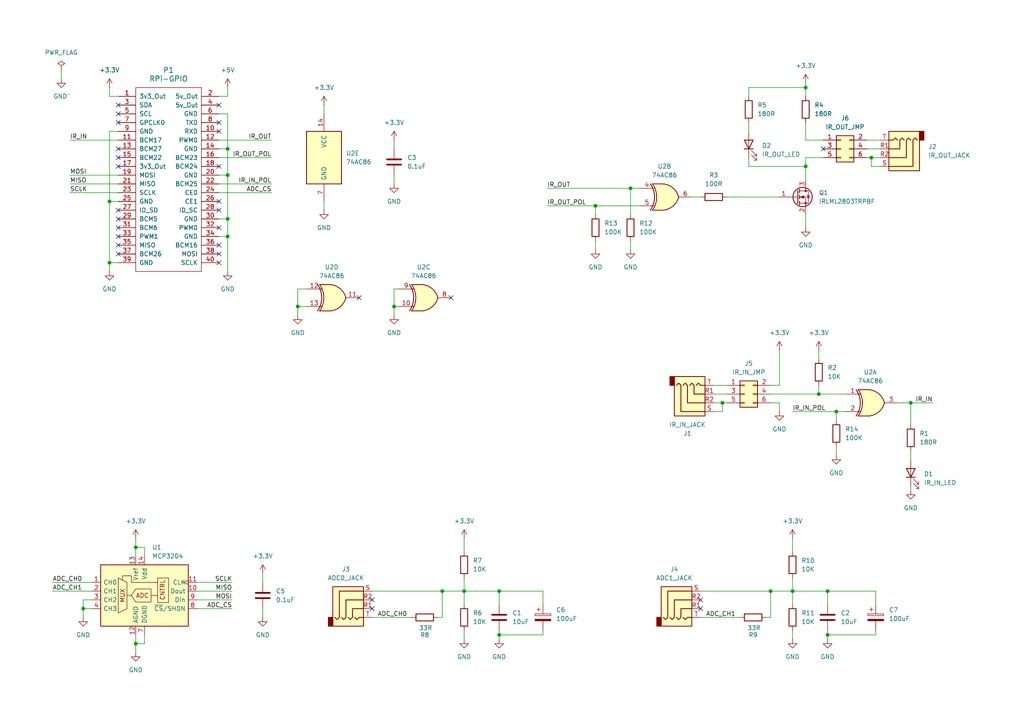
<source format=kicad_sch>
(kicad_sch
	(version 20231120)
	(generator "eeschema")
	(generator_version "8.0")
	(uuid "e16892c3-8eeb-4e89-aef7-4b2de47b5e8e")
	(paper "A4")
	(lib_symbols
		(symbol "74xx:74LS86"
			(pin_names
				(offset 1.016)
			)
			(exclude_from_sim no)
			(in_bom yes)
			(on_board yes)
			(property "Reference" "U"
				(at 0 1.27 0)
				(effects
					(font
						(size 1.27 1.27)
					)
				)
			)
			(property "Value" "74LS86"
				(at 0 -1.27 0)
				(effects
					(font
						(size 1.27 1.27)
					)
				)
			)
			(property "Footprint" ""
				(at 0 0 0)
				(effects
					(font
						(size 1.27 1.27)
					)
					(hide yes)
				)
			)
			(property "Datasheet" "74xx/74ls86.pdf"
				(at 0 0 0)
				(effects
					(font
						(size 1.27 1.27)
					)
					(hide yes)
				)
			)
			(property "Description" "Quad 2-input XOR"
				(at 0 0 0)
				(effects
					(font
						(size 1.27 1.27)
					)
					(hide yes)
				)
			)
			(property "ki_locked" ""
				(at 0 0 0)
				(effects
					(font
						(size 1.27 1.27)
					)
				)
			)
			(property "ki_keywords" "TTL XOR2"
				(at 0 0 0)
				(effects
					(font
						(size 1.27 1.27)
					)
					(hide yes)
				)
			)
			(property "ki_fp_filters" "DIP*W7.62mm*"
				(at 0 0 0)
				(effects
					(font
						(size 1.27 1.27)
					)
					(hide yes)
				)
			)
			(symbol "74LS86_1_0"
				(arc
					(start -4.4196 -3.81)
					(mid -3.2033 0)
					(end -4.4196 3.81)
					(stroke
						(width 0.254)
						(type default)
					)
					(fill
						(type none)
					)
				)
				(arc
					(start -3.81 -3.81)
					(mid -2.589 0)
					(end -3.81 3.81)
					(stroke
						(width 0.254)
						(type default)
					)
					(fill
						(type none)
					)
				)
				(arc
					(start -0.6096 -3.81)
					(mid 2.1842 -2.5851)
					(end 3.81 0)
					(stroke
						(width 0.254)
						(type default)
					)
					(fill
						(type background)
					)
				)
				(polyline
					(pts
						(xy -3.81 -3.81) (xy -0.635 -3.81)
					)
					(stroke
						(width 0.254)
						(type default)
					)
					(fill
						(type background)
					)
				)
				(polyline
					(pts
						(xy -3.81 3.81) (xy -0.635 3.81)
					)
					(stroke
						(width 0.254)
						(type default)
					)
					(fill
						(type background)
					)
				)
				(polyline
					(pts
						(xy -0.635 3.81) (xy -3.81 3.81) (xy -3.81 3.81) (xy -3.556 3.4036) (xy -3.0226 2.2606) (xy -2.6924 1.0414)
						(xy -2.6162 -0.254) (xy -2.7686 -1.4986) (xy -3.175 -2.7178) (xy -3.81 -3.81) (xy -3.81 -3.81)
						(xy -0.635 -3.81)
					)
					(stroke
						(width -25.4)
						(type default)
					)
					(fill
						(type background)
					)
				)
				(arc
					(start 3.81 0)
					(mid 2.1915 2.5936)
					(end -0.6096 3.81)
					(stroke
						(width 0.254)
						(type default)
					)
					(fill
						(type background)
					)
				)
				(pin input line
					(at -7.62 2.54 0)
					(length 4.445)
					(name "~"
						(effects
							(font
								(size 1.27 1.27)
							)
						)
					)
					(number "1"
						(effects
							(font
								(size 1.27 1.27)
							)
						)
					)
				)
				(pin input line
					(at -7.62 -2.54 0)
					(length 4.445)
					(name "~"
						(effects
							(font
								(size 1.27 1.27)
							)
						)
					)
					(number "2"
						(effects
							(font
								(size 1.27 1.27)
							)
						)
					)
				)
				(pin output line
					(at 7.62 0 180)
					(length 3.81)
					(name "~"
						(effects
							(font
								(size 1.27 1.27)
							)
						)
					)
					(number "3"
						(effects
							(font
								(size 1.27 1.27)
							)
						)
					)
				)
			)
			(symbol "74LS86_1_1"
				(polyline
					(pts
						(xy -3.81 -2.54) (xy -3.175 -2.54)
					)
					(stroke
						(width 0.1524)
						(type default)
					)
					(fill
						(type none)
					)
				)
				(polyline
					(pts
						(xy -3.81 2.54) (xy -3.175 2.54)
					)
					(stroke
						(width 0.1524)
						(type default)
					)
					(fill
						(type none)
					)
				)
			)
			(symbol "74LS86_2_0"
				(arc
					(start -4.4196 -3.81)
					(mid -3.2033 0)
					(end -4.4196 3.81)
					(stroke
						(width 0.254)
						(type default)
					)
					(fill
						(type none)
					)
				)
				(arc
					(start -3.81 -3.81)
					(mid -2.589 0)
					(end -3.81 3.81)
					(stroke
						(width 0.254)
						(type default)
					)
					(fill
						(type none)
					)
				)
				(arc
					(start -0.6096 -3.81)
					(mid 2.1842 -2.5851)
					(end 3.81 0)
					(stroke
						(width 0.254)
						(type default)
					)
					(fill
						(type background)
					)
				)
				(polyline
					(pts
						(xy -3.81 -3.81) (xy -0.635 -3.81)
					)
					(stroke
						(width 0.254)
						(type default)
					)
					(fill
						(type background)
					)
				)
				(polyline
					(pts
						(xy -3.81 3.81) (xy -0.635 3.81)
					)
					(stroke
						(width 0.254)
						(type default)
					)
					(fill
						(type background)
					)
				)
				(polyline
					(pts
						(xy -0.635 3.81) (xy -3.81 3.81) (xy -3.81 3.81) (xy -3.556 3.4036) (xy -3.0226 2.2606) (xy -2.6924 1.0414)
						(xy -2.6162 -0.254) (xy -2.7686 -1.4986) (xy -3.175 -2.7178) (xy -3.81 -3.81) (xy -3.81 -3.81)
						(xy -0.635 -3.81)
					)
					(stroke
						(width -25.4)
						(type default)
					)
					(fill
						(type background)
					)
				)
				(arc
					(start 3.81 0)
					(mid 2.1915 2.5936)
					(end -0.6096 3.81)
					(stroke
						(width 0.254)
						(type default)
					)
					(fill
						(type background)
					)
				)
				(pin input line
					(at -7.62 2.54 0)
					(length 4.445)
					(name "~"
						(effects
							(font
								(size 1.27 1.27)
							)
						)
					)
					(number "4"
						(effects
							(font
								(size 1.27 1.27)
							)
						)
					)
				)
				(pin input line
					(at -7.62 -2.54 0)
					(length 4.445)
					(name "~"
						(effects
							(font
								(size 1.27 1.27)
							)
						)
					)
					(number "5"
						(effects
							(font
								(size 1.27 1.27)
							)
						)
					)
				)
				(pin output line
					(at 7.62 0 180)
					(length 3.81)
					(name "~"
						(effects
							(font
								(size 1.27 1.27)
							)
						)
					)
					(number "6"
						(effects
							(font
								(size 1.27 1.27)
							)
						)
					)
				)
			)
			(symbol "74LS86_2_1"
				(polyline
					(pts
						(xy -3.81 -2.54) (xy -3.175 -2.54)
					)
					(stroke
						(width 0.1524)
						(type default)
					)
					(fill
						(type none)
					)
				)
				(polyline
					(pts
						(xy -3.81 2.54) (xy -3.175 2.54)
					)
					(stroke
						(width 0.1524)
						(type default)
					)
					(fill
						(type none)
					)
				)
			)
			(symbol "74LS86_3_0"
				(arc
					(start -4.4196 -3.81)
					(mid -3.2033 0)
					(end -4.4196 3.81)
					(stroke
						(width 0.254)
						(type default)
					)
					(fill
						(type none)
					)
				)
				(arc
					(start -3.81 -3.81)
					(mid -2.589 0)
					(end -3.81 3.81)
					(stroke
						(width 0.254)
						(type default)
					)
					(fill
						(type none)
					)
				)
				(arc
					(start -0.6096 -3.81)
					(mid 2.1842 -2.5851)
					(end 3.81 0)
					(stroke
						(width 0.254)
						(type default)
					)
					(fill
						(type background)
					)
				)
				(polyline
					(pts
						(xy -3.81 -3.81) (xy -0.635 -3.81)
					)
					(stroke
						(width 0.254)
						(type default)
					)
					(fill
						(type background)
					)
				)
				(polyline
					(pts
						(xy -3.81 3.81) (xy -0.635 3.81)
					)
					(stroke
						(width 0.254)
						(type default)
					)
					(fill
						(type background)
					)
				)
				(polyline
					(pts
						(xy -0.635 3.81) (xy -3.81 3.81) (xy -3.81 3.81) (xy -3.556 3.4036) (xy -3.0226 2.2606) (xy -2.6924 1.0414)
						(xy -2.6162 -0.254) (xy -2.7686 -1.4986) (xy -3.175 -2.7178) (xy -3.81 -3.81) (xy -3.81 -3.81)
						(xy -0.635 -3.81)
					)
					(stroke
						(width -25.4)
						(type default)
					)
					(fill
						(type background)
					)
				)
				(arc
					(start 3.81 0)
					(mid 2.1915 2.5936)
					(end -0.6096 3.81)
					(stroke
						(width 0.254)
						(type default)
					)
					(fill
						(type background)
					)
				)
				(pin input line
					(at -7.62 -2.54 0)
					(length 4.445)
					(name "~"
						(effects
							(font
								(size 1.27 1.27)
							)
						)
					)
					(number "10"
						(effects
							(font
								(size 1.27 1.27)
							)
						)
					)
				)
				(pin output line
					(at 7.62 0 180)
					(length 3.81)
					(name "~"
						(effects
							(font
								(size 1.27 1.27)
							)
						)
					)
					(number "8"
						(effects
							(font
								(size 1.27 1.27)
							)
						)
					)
				)
				(pin input line
					(at -7.62 2.54 0)
					(length 4.445)
					(name "~"
						(effects
							(font
								(size 1.27 1.27)
							)
						)
					)
					(number "9"
						(effects
							(font
								(size 1.27 1.27)
							)
						)
					)
				)
			)
			(symbol "74LS86_3_1"
				(polyline
					(pts
						(xy -3.81 -2.54) (xy -3.175 -2.54)
					)
					(stroke
						(width 0.1524)
						(type default)
					)
					(fill
						(type none)
					)
				)
				(polyline
					(pts
						(xy -3.81 2.54) (xy -3.175 2.54)
					)
					(stroke
						(width 0.1524)
						(type default)
					)
					(fill
						(type none)
					)
				)
			)
			(symbol "74LS86_4_0"
				(arc
					(start -4.4196 -3.81)
					(mid -3.2033 0)
					(end -4.4196 3.81)
					(stroke
						(width 0.254)
						(type default)
					)
					(fill
						(type none)
					)
				)
				(arc
					(start -3.81 -3.81)
					(mid -2.589 0)
					(end -3.81 3.81)
					(stroke
						(width 0.254)
						(type default)
					)
					(fill
						(type none)
					)
				)
				(arc
					(start -0.6096 -3.81)
					(mid 2.1842 -2.5851)
					(end 3.81 0)
					(stroke
						(width 0.254)
						(type default)
					)
					(fill
						(type background)
					)
				)
				(polyline
					(pts
						(xy -3.81 -3.81) (xy -0.635 -3.81)
					)
					(stroke
						(width 0.254)
						(type default)
					)
					(fill
						(type background)
					)
				)
				(polyline
					(pts
						(xy -3.81 3.81) (xy -0.635 3.81)
					)
					(stroke
						(width 0.254)
						(type default)
					)
					(fill
						(type background)
					)
				)
				(polyline
					(pts
						(xy -0.635 3.81) (xy -3.81 3.81) (xy -3.81 3.81) (xy -3.556 3.4036) (xy -3.0226 2.2606) (xy -2.6924 1.0414)
						(xy -2.6162 -0.254) (xy -2.7686 -1.4986) (xy -3.175 -2.7178) (xy -3.81 -3.81) (xy -3.81 -3.81)
						(xy -0.635 -3.81)
					)
					(stroke
						(width -25.4)
						(type default)
					)
					(fill
						(type background)
					)
				)
				(arc
					(start 3.81 0)
					(mid 2.1915 2.5936)
					(end -0.6096 3.81)
					(stroke
						(width 0.254)
						(type default)
					)
					(fill
						(type background)
					)
				)
				(pin output line
					(at 7.62 0 180)
					(length 3.81)
					(name "~"
						(effects
							(font
								(size 1.27 1.27)
							)
						)
					)
					(number "11"
						(effects
							(font
								(size 1.27 1.27)
							)
						)
					)
				)
				(pin input line
					(at -7.62 2.54 0)
					(length 4.445)
					(name "~"
						(effects
							(font
								(size 1.27 1.27)
							)
						)
					)
					(number "12"
						(effects
							(font
								(size 1.27 1.27)
							)
						)
					)
				)
				(pin input line
					(at -7.62 -2.54 0)
					(length 4.445)
					(name "~"
						(effects
							(font
								(size 1.27 1.27)
							)
						)
					)
					(number "13"
						(effects
							(font
								(size 1.27 1.27)
							)
						)
					)
				)
			)
			(symbol "74LS86_4_1"
				(polyline
					(pts
						(xy -3.81 -2.54) (xy -3.175 -2.54)
					)
					(stroke
						(width 0.1524)
						(type default)
					)
					(fill
						(type none)
					)
				)
				(polyline
					(pts
						(xy -3.81 2.54) (xy -3.175 2.54)
					)
					(stroke
						(width 0.1524)
						(type default)
					)
					(fill
						(type none)
					)
				)
			)
			(symbol "74LS86_5_0"
				(pin power_in line
					(at 0 12.7 270)
					(length 5.08)
					(name "VCC"
						(effects
							(font
								(size 1.27 1.27)
							)
						)
					)
					(number "14"
						(effects
							(font
								(size 1.27 1.27)
							)
						)
					)
				)
				(pin power_in line
					(at 0 -12.7 90)
					(length 5.08)
					(name "GND"
						(effects
							(font
								(size 1.27 1.27)
							)
						)
					)
					(number "7"
						(effects
							(font
								(size 1.27 1.27)
							)
						)
					)
				)
			)
			(symbol "74LS86_5_1"
				(rectangle
					(start -5.08 7.62)
					(end 5.08 -7.62)
					(stroke
						(width 0.254)
						(type default)
					)
					(fill
						(type background)
					)
				)
			)
		)
		(symbol "Analog_ADC:MCP3204"
			(pin_names
				(offset 0.762)
			)
			(exclude_from_sim no)
			(in_bom yes)
			(on_board yes)
			(property "Reference" "U"
				(at -5.08 10.795 0)
				(effects
					(font
						(size 1.27 1.27)
					)
					(justify right)
				)
			)
			(property "Value" "MCP3204"
				(at -5.08 8.89 0)
				(effects
					(font
						(size 1.27 1.27)
					)
					(justify right)
				)
			)
			(property "Footprint" ""
				(at 22.86 -7.62 0)
				(effects
					(font
						(size 1.27 1.27)
					)
					(hide yes)
				)
			)
			(property "Datasheet" "http://ww1.microchip.com/downloads/en/DeviceDoc/21298c.pdf"
				(at 22.86 -7.62 0)
				(effects
					(font
						(size 1.27 1.27)
					)
					(hide yes)
				)
			)
			(property "Description" "A/D Converter, 12-Bit, 4-Channel, SPI Interface, 2.7V-5.5V"
				(at 0 0 0)
				(effects
					(font
						(size 1.27 1.27)
					)
					(hide yes)
				)
			)
			(property "ki_keywords" "12bit ADC Reference Single Supply SPI 4ch"
				(at 0 0 0)
				(effects
					(font
						(size 1.27 1.27)
					)
					(hide yes)
				)
			)
			(property "ki_fp_filters" "SOIC*3.9x8.7mm*P1.27mm* DIP*W7.62mm* TSSOP*4.4x5mm*P0.65mm*"
				(at 0 0 0)
				(effects
					(font
						(size 1.27 1.27)
					)
					(hide yes)
				)
			)
			(symbol "MCP3204_0_0"
				(text "ADC"
					(at -0.635 -1.27 0)
					(effects
						(font
							(size 1.27 1.27)
						)
					)
				)
				(text "CNTRL"
					(at 5.969 -2.667 900)
					(effects
						(font
							(size 1.27 1.27)
						)
						(justify left bottom)
					)
				)
				(text "MUX"
					(at -6.35 -1.27 900)
					(effects
						(font
							(size 1.27 1.27)
						)
					)
				)
			)
			(symbol "MCP3204_0_1"
				(polyline
					(pts
						(xy -5.08 -1.27) (xy -3.81 -1.27)
					)
					(stroke
						(width 0)
						(type default)
					)
					(fill
						(type none)
					)
				)
				(polyline
					(pts
						(xy 1.905 -1.27) (xy 3.81 -1.27)
					)
					(stroke
						(width 0)
						(type default)
					)
					(fill
						(type none)
					)
				)
				(polyline
					(pts
						(xy -7.62 3.81) (xy -7.62 -6.35) (xy -5.08 -5.08) (xy -5.08 2.54) (xy -7.62 3.81)
					)
					(stroke
						(width 0)
						(type default)
					)
					(fill
						(type none)
					)
				)
				(polyline
					(pts
						(xy 3.81 2.54) (xy -3.81 2.54) (xy -3.81 4.445) (xy -6.35 4.445) (xy -6.35 3.175)
					)
					(stroke
						(width 0)
						(type default)
					)
					(fill
						(type none)
					)
				)
				(polyline
					(pts
						(xy -3.81 -1.27) (xy -2.54 0.635) (xy 1.905 0.635) (xy 1.905 -3.175) (xy -2.54 -3.175) (xy -3.81 -1.27)
					)
					(stroke
						(width 0)
						(type default)
					)
					(fill
						(type none)
					)
				)
				(rectangle
					(start 3.81 -3.302)
					(end 6.985 3.81)
					(stroke
						(width 0)
						(type default)
					)
					(fill
						(type none)
					)
				)
				(rectangle
					(start 12.7 7.62)
					(end -12.7 -10.16)
					(stroke
						(width 0.254)
						(type default)
					)
					(fill
						(type background)
					)
				)
			)
			(symbol "MCP3204_1_1"
				(pin input line
					(at -15.24 2.54 0)
					(length 2.54)
					(name "CH0"
						(effects
							(font
								(size 1.27 1.27)
							)
						)
					)
					(number "1"
						(effects
							(font
								(size 1.27 1.27)
							)
						)
					)
				)
				(pin output line
					(at 15.24 0 180)
					(length 2.54)
					(name "Dout"
						(effects
							(font
								(size 1.27 1.27)
							)
						)
					)
					(number "10"
						(effects
							(font
								(size 1.27 1.27)
							)
						)
					)
				)
				(pin input clock
					(at 15.24 2.54 180)
					(length 2.54)
					(name "CLK"
						(effects
							(font
								(size 1.27 1.27)
							)
						)
					)
					(number "11"
						(effects
							(font
								(size 1.27 1.27)
							)
						)
					)
				)
				(pin power_in line
					(at -2.54 -12.7 90)
					(length 2.54)
					(name "AGND"
						(effects
							(font
								(size 1.27 1.27)
							)
						)
					)
					(number "12"
						(effects
							(font
								(size 1.27 1.27)
							)
						)
					)
				)
				(pin power_in line
					(at -2.54 10.16 270)
					(length 2.54)
					(name "Vref"
						(effects
							(font
								(size 1.27 1.27)
							)
						)
					)
					(number "13"
						(effects
							(font
								(size 1.27 1.27)
							)
						)
					)
				)
				(pin power_in line
					(at 0 10.16 270)
					(length 2.54)
					(name "Vdd"
						(effects
							(font
								(size 1.27 1.27)
							)
						)
					)
					(number "14"
						(effects
							(font
								(size 1.27 1.27)
							)
						)
					)
				)
				(pin input line
					(at -15.24 0 0)
					(length 2.54)
					(name "CH1"
						(effects
							(font
								(size 1.27 1.27)
							)
						)
					)
					(number "2"
						(effects
							(font
								(size 1.27 1.27)
							)
						)
					)
				)
				(pin input line
					(at -15.24 -2.54 0)
					(length 2.54)
					(name "CH2"
						(effects
							(font
								(size 1.27 1.27)
							)
						)
					)
					(number "3"
						(effects
							(font
								(size 1.27 1.27)
							)
						)
					)
				)
				(pin input line
					(at -15.24 -5.08 0)
					(length 2.54)
					(name "CH3"
						(effects
							(font
								(size 1.27 1.27)
							)
						)
					)
					(number "4"
						(effects
							(font
								(size 1.27 1.27)
							)
						)
					)
				)
				(pin no_connect line
					(at -10.16 -10.16 90)
					(length 2.54) hide
					(name "NC"
						(effects
							(font
								(size 1.27 1.27)
							)
						)
					)
					(number "5"
						(effects
							(font
								(size 1.27 1.27)
							)
						)
					)
				)
				(pin no_connect line
					(at -7.62 -10.16 90)
					(length 2.54) hide
					(name "NC"
						(effects
							(font
								(size 1.27 1.27)
							)
						)
					)
					(number "6"
						(effects
							(font
								(size 1.27 1.27)
							)
						)
					)
				)
				(pin power_in line
					(at 0 -12.7 90)
					(length 2.54)
					(name "DGND"
						(effects
							(font
								(size 1.27 1.27)
							)
						)
					)
					(number "7"
						(effects
							(font
								(size 1.27 1.27)
							)
						)
					)
				)
				(pin input line
					(at 15.24 -5.08 180)
					(length 2.54)
					(name "~{CS}/SHDN"
						(effects
							(font
								(size 1.27 1.27)
							)
						)
					)
					(number "8"
						(effects
							(font
								(size 1.27 1.27)
							)
						)
					)
				)
				(pin input line
					(at 15.24 -2.54 180)
					(length 2.54)
					(name "Din"
						(effects
							(font
								(size 1.27 1.27)
							)
						)
					)
					(number "9"
						(effects
							(font
								(size 1.27 1.27)
							)
						)
					)
				)
			)
		)
		(symbol "Connector_Audio:AudioJack4"
			(exclude_from_sim no)
			(in_bom yes)
			(on_board yes)
			(property "Reference" "J"
				(at 0 8.89 0)
				(effects
					(font
						(size 1.27 1.27)
					)
				)
			)
			(property "Value" "AudioJack4"
				(at 0 6.35 0)
				(effects
					(font
						(size 1.27 1.27)
					)
				)
			)
			(property "Footprint" ""
				(at 0 0 0)
				(effects
					(font
						(size 1.27 1.27)
					)
					(hide yes)
				)
			)
			(property "Datasheet" "~"
				(at 0 0 0)
				(effects
					(font
						(size 1.27 1.27)
					)
					(hide yes)
				)
			)
			(property "Description" "Audio Jack, 4 Poles (TRRS)"
				(at 0 0 0)
				(effects
					(font
						(size 1.27 1.27)
					)
					(hide yes)
				)
			)
			(property "ki_keywords" "audio jack receptacle stereo headphones TRRS connector"
				(at 0 0 0)
				(effects
					(font
						(size 1.27 1.27)
					)
					(hide yes)
				)
			)
			(property "ki_fp_filters" "Jack*"
				(at 0 0 0)
				(effects
					(font
						(size 1.27 1.27)
					)
					(hide yes)
				)
			)
			(symbol "AudioJack4_0_1"
				(rectangle
					(start -6.35 -5.08)
					(end -7.62 -7.62)
					(stroke
						(width 0.254)
						(type default)
					)
					(fill
						(type outline)
					)
				)
				(polyline
					(pts
						(xy 0 -5.08) (xy 0.635 -5.715) (xy 1.27 -5.08) (xy 2.54 -5.08)
					)
					(stroke
						(width 0.254)
						(type default)
					)
					(fill
						(type none)
					)
				)
				(polyline
					(pts
						(xy -5.715 -5.08) (xy -5.08 -5.715) (xy -4.445 -5.08) (xy -4.445 2.54) (xy 2.54 2.54)
					)
					(stroke
						(width 0.254)
						(type default)
					)
					(fill
						(type none)
					)
				)
				(polyline
					(pts
						(xy -1.905 -5.08) (xy -1.27 -5.715) (xy -0.635 -5.08) (xy -0.635 -2.54) (xy 2.54 -2.54)
					)
					(stroke
						(width 0.254)
						(type default)
					)
					(fill
						(type none)
					)
				)
				(polyline
					(pts
						(xy 2.54 0) (xy -2.54 0) (xy -2.54 -5.08) (xy -3.175 -5.715) (xy -3.81 -5.08)
					)
					(stroke
						(width 0.254)
						(type default)
					)
					(fill
						(type none)
					)
				)
				(rectangle
					(start 2.54 3.81)
					(end -6.35 -7.62)
					(stroke
						(width 0.254)
						(type default)
					)
					(fill
						(type background)
					)
				)
			)
			(symbol "AudioJack4_1_1"
				(pin passive line
					(at 5.08 -2.54 180)
					(length 2.54)
					(name "~"
						(effects
							(font
								(size 1.27 1.27)
							)
						)
					)
					(number "R1"
						(effects
							(font
								(size 1.27 1.27)
							)
						)
					)
				)
				(pin passive line
					(at 5.08 0 180)
					(length 2.54)
					(name "~"
						(effects
							(font
								(size 1.27 1.27)
							)
						)
					)
					(number "R2"
						(effects
							(font
								(size 1.27 1.27)
							)
						)
					)
				)
				(pin passive line
					(at 5.08 2.54 180)
					(length 2.54)
					(name "~"
						(effects
							(font
								(size 1.27 1.27)
							)
						)
					)
					(number "S"
						(effects
							(font
								(size 1.27 1.27)
							)
						)
					)
				)
				(pin passive line
					(at 5.08 -5.08 180)
					(length 2.54)
					(name "~"
						(effects
							(font
								(size 1.27 1.27)
							)
						)
					)
					(number "T"
						(effects
							(font
								(size 1.27 1.27)
							)
						)
					)
				)
			)
		)
		(symbol "Connector_Generic:Conn_02x03_Odd_Even"
			(pin_names
				(offset 1.016) hide)
			(exclude_from_sim no)
			(in_bom yes)
			(on_board yes)
			(property "Reference" "J"
				(at 1.27 5.08 0)
				(effects
					(font
						(size 1.27 1.27)
					)
				)
			)
			(property "Value" "Conn_02x03_Odd_Even"
				(at 1.27 -5.08 0)
				(effects
					(font
						(size 1.27 1.27)
					)
				)
			)
			(property "Footprint" ""
				(at 0 0 0)
				(effects
					(font
						(size 1.27 1.27)
					)
					(hide yes)
				)
			)
			(property "Datasheet" "~"
				(at 0 0 0)
				(effects
					(font
						(size 1.27 1.27)
					)
					(hide yes)
				)
			)
			(property "Description" "Generic connector, double row, 02x03, odd/even pin numbering scheme (row 1 odd numbers, row 2 even numbers), script generated (kicad-library-utils/schlib/autogen/connector/)"
				(at 0 0 0)
				(effects
					(font
						(size 1.27 1.27)
					)
					(hide yes)
				)
			)
			(property "ki_keywords" "connector"
				(at 0 0 0)
				(effects
					(font
						(size 1.27 1.27)
					)
					(hide yes)
				)
			)
			(property "ki_fp_filters" "Connector*:*_2x??_*"
				(at 0 0 0)
				(effects
					(font
						(size 1.27 1.27)
					)
					(hide yes)
				)
			)
			(symbol "Conn_02x03_Odd_Even_1_1"
				(rectangle
					(start -1.27 -2.413)
					(end 0 -2.667)
					(stroke
						(width 0.1524)
						(type default)
					)
					(fill
						(type none)
					)
				)
				(rectangle
					(start -1.27 0.127)
					(end 0 -0.127)
					(stroke
						(width 0.1524)
						(type default)
					)
					(fill
						(type none)
					)
				)
				(rectangle
					(start -1.27 2.667)
					(end 0 2.413)
					(stroke
						(width 0.1524)
						(type default)
					)
					(fill
						(type none)
					)
				)
				(rectangle
					(start -1.27 3.81)
					(end 3.81 -3.81)
					(stroke
						(width 0.254)
						(type default)
					)
					(fill
						(type background)
					)
				)
				(rectangle
					(start 3.81 -2.413)
					(end 2.54 -2.667)
					(stroke
						(width 0.1524)
						(type default)
					)
					(fill
						(type none)
					)
				)
				(rectangle
					(start 3.81 0.127)
					(end 2.54 -0.127)
					(stroke
						(width 0.1524)
						(type default)
					)
					(fill
						(type none)
					)
				)
				(rectangle
					(start 3.81 2.667)
					(end 2.54 2.413)
					(stroke
						(width 0.1524)
						(type default)
					)
					(fill
						(type none)
					)
				)
				(pin passive line
					(at -5.08 2.54 0)
					(length 3.81)
					(name "Pin_1"
						(effects
							(font
								(size 1.27 1.27)
							)
						)
					)
					(number "1"
						(effects
							(font
								(size 1.27 1.27)
							)
						)
					)
				)
				(pin passive line
					(at 7.62 2.54 180)
					(length 3.81)
					(name "Pin_2"
						(effects
							(font
								(size 1.27 1.27)
							)
						)
					)
					(number "2"
						(effects
							(font
								(size 1.27 1.27)
							)
						)
					)
				)
				(pin passive line
					(at -5.08 0 0)
					(length 3.81)
					(name "Pin_3"
						(effects
							(font
								(size 1.27 1.27)
							)
						)
					)
					(number "3"
						(effects
							(font
								(size 1.27 1.27)
							)
						)
					)
				)
				(pin passive line
					(at 7.62 0 180)
					(length 3.81)
					(name "Pin_4"
						(effects
							(font
								(size 1.27 1.27)
							)
						)
					)
					(number "4"
						(effects
							(font
								(size 1.27 1.27)
							)
						)
					)
				)
				(pin passive line
					(at -5.08 -2.54 0)
					(length 3.81)
					(name "Pin_5"
						(effects
							(font
								(size 1.27 1.27)
							)
						)
					)
					(number "5"
						(effects
							(font
								(size 1.27 1.27)
							)
						)
					)
				)
				(pin passive line
					(at 7.62 -2.54 180)
					(length 3.81)
					(name "Pin_6"
						(effects
							(font
								(size 1.27 1.27)
							)
						)
					)
					(number "6"
						(effects
							(font
								(size 1.27 1.27)
							)
						)
					)
				)
			)
		)
		(symbol "Device:C"
			(pin_numbers hide)
			(pin_names
				(offset 0.254)
			)
			(exclude_from_sim no)
			(in_bom yes)
			(on_board yes)
			(property "Reference" "C"
				(at 0.635 2.54 0)
				(effects
					(font
						(size 1.27 1.27)
					)
					(justify left)
				)
			)
			(property "Value" "C"
				(at 0.635 -2.54 0)
				(effects
					(font
						(size 1.27 1.27)
					)
					(justify left)
				)
			)
			(property "Footprint" ""
				(at 0.9652 -3.81 0)
				(effects
					(font
						(size 1.27 1.27)
					)
					(hide yes)
				)
			)
			(property "Datasheet" "~"
				(at 0 0 0)
				(effects
					(font
						(size 1.27 1.27)
					)
					(hide yes)
				)
			)
			(property "Description" "Unpolarized capacitor"
				(at 0 0 0)
				(effects
					(font
						(size 1.27 1.27)
					)
					(hide yes)
				)
			)
			(property "ki_keywords" "cap capacitor"
				(at 0 0 0)
				(effects
					(font
						(size 1.27 1.27)
					)
					(hide yes)
				)
			)
			(property "ki_fp_filters" "C_*"
				(at 0 0 0)
				(effects
					(font
						(size 1.27 1.27)
					)
					(hide yes)
				)
			)
			(symbol "C_0_1"
				(polyline
					(pts
						(xy -2.032 -0.762) (xy 2.032 -0.762)
					)
					(stroke
						(width 0.508)
						(type default)
					)
					(fill
						(type none)
					)
				)
				(polyline
					(pts
						(xy -2.032 0.762) (xy 2.032 0.762)
					)
					(stroke
						(width 0.508)
						(type default)
					)
					(fill
						(type none)
					)
				)
			)
			(symbol "C_1_1"
				(pin passive line
					(at 0 3.81 270)
					(length 2.794)
					(name "~"
						(effects
							(font
								(size 1.27 1.27)
							)
						)
					)
					(number "1"
						(effects
							(font
								(size 1.27 1.27)
							)
						)
					)
				)
				(pin passive line
					(at 0 -3.81 90)
					(length 2.794)
					(name "~"
						(effects
							(font
								(size 1.27 1.27)
							)
						)
					)
					(number "2"
						(effects
							(font
								(size 1.27 1.27)
							)
						)
					)
				)
			)
		)
		(symbol "Device:C_Polarized"
			(pin_numbers hide)
			(pin_names
				(offset 0.254)
			)
			(exclude_from_sim no)
			(in_bom yes)
			(on_board yes)
			(property "Reference" "C"
				(at 0.635 2.54 0)
				(effects
					(font
						(size 1.27 1.27)
					)
					(justify left)
				)
			)
			(property "Value" "C_Polarized"
				(at 0.635 -2.54 0)
				(effects
					(font
						(size 1.27 1.27)
					)
					(justify left)
				)
			)
			(property "Footprint" ""
				(at 0.9652 -3.81 0)
				(effects
					(font
						(size 1.27 1.27)
					)
					(hide yes)
				)
			)
			(property "Datasheet" "~"
				(at 0 0 0)
				(effects
					(font
						(size 1.27 1.27)
					)
					(hide yes)
				)
			)
			(property "Description" "Polarized capacitor"
				(at 0 0 0)
				(effects
					(font
						(size 1.27 1.27)
					)
					(hide yes)
				)
			)
			(property "ki_keywords" "cap capacitor"
				(at 0 0 0)
				(effects
					(font
						(size 1.27 1.27)
					)
					(hide yes)
				)
			)
			(property "ki_fp_filters" "CP_*"
				(at 0 0 0)
				(effects
					(font
						(size 1.27 1.27)
					)
					(hide yes)
				)
			)
			(symbol "C_Polarized_0_1"
				(rectangle
					(start -2.286 0.508)
					(end 2.286 1.016)
					(stroke
						(width 0)
						(type default)
					)
					(fill
						(type none)
					)
				)
				(polyline
					(pts
						(xy -1.778 2.286) (xy -0.762 2.286)
					)
					(stroke
						(width 0)
						(type default)
					)
					(fill
						(type none)
					)
				)
				(polyline
					(pts
						(xy -1.27 2.794) (xy -1.27 1.778)
					)
					(stroke
						(width 0)
						(type default)
					)
					(fill
						(type none)
					)
				)
				(rectangle
					(start 2.286 -0.508)
					(end -2.286 -1.016)
					(stroke
						(width 0)
						(type default)
					)
					(fill
						(type outline)
					)
				)
			)
			(symbol "C_Polarized_1_1"
				(pin passive line
					(at 0 3.81 270)
					(length 2.794)
					(name "~"
						(effects
							(font
								(size 1.27 1.27)
							)
						)
					)
					(number "1"
						(effects
							(font
								(size 1.27 1.27)
							)
						)
					)
				)
				(pin passive line
					(at 0 -3.81 90)
					(length 2.794)
					(name "~"
						(effects
							(font
								(size 1.27 1.27)
							)
						)
					)
					(number "2"
						(effects
							(font
								(size 1.27 1.27)
							)
						)
					)
				)
			)
		)
		(symbol "Device:LED"
			(pin_numbers hide)
			(pin_names
				(offset 1.016) hide)
			(exclude_from_sim no)
			(in_bom yes)
			(on_board yes)
			(property "Reference" "D"
				(at 0 2.54 0)
				(effects
					(font
						(size 1.27 1.27)
					)
				)
			)
			(property "Value" "LED"
				(at 0 -2.54 0)
				(effects
					(font
						(size 1.27 1.27)
					)
				)
			)
			(property "Footprint" ""
				(at 0 0 0)
				(effects
					(font
						(size 1.27 1.27)
					)
					(hide yes)
				)
			)
			(property "Datasheet" "~"
				(at 0 0 0)
				(effects
					(font
						(size 1.27 1.27)
					)
					(hide yes)
				)
			)
			(property "Description" "Light emitting diode"
				(at 0 0 0)
				(effects
					(font
						(size 1.27 1.27)
					)
					(hide yes)
				)
			)
			(property "ki_keywords" "LED diode"
				(at 0 0 0)
				(effects
					(font
						(size 1.27 1.27)
					)
					(hide yes)
				)
			)
			(property "ki_fp_filters" "LED* LED_SMD:* LED_THT:*"
				(at 0 0 0)
				(effects
					(font
						(size 1.27 1.27)
					)
					(hide yes)
				)
			)
			(symbol "LED_0_1"
				(polyline
					(pts
						(xy -1.27 -1.27) (xy -1.27 1.27)
					)
					(stroke
						(width 0.254)
						(type default)
					)
					(fill
						(type none)
					)
				)
				(polyline
					(pts
						(xy -1.27 0) (xy 1.27 0)
					)
					(stroke
						(width 0)
						(type default)
					)
					(fill
						(type none)
					)
				)
				(polyline
					(pts
						(xy 1.27 -1.27) (xy 1.27 1.27) (xy -1.27 0) (xy 1.27 -1.27)
					)
					(stroke
						(width 0.254)
						(type default)
					)
					(fill
						(type none)
					)
				)
				(polyline
					(pts
						(xy -3.048 -0.762) (xy -4.572 -2.286) (xy -3.81 -2.286) (xy -4.572 -2.286) (xy -4.572 -1.524)
					)
					(stroke
						(width 0)
						(type default)
					)
					(fill
						(type none)
					)
				)
				(polyline
					(pts
						(xy -1.778 -0.762) (xy -3.302 -2.286) (xy -2.54 -2.286) (xy -3.302 -2.286) (xy -3.302 -1.524)
					)
					(stroke
						(width 0)
						(type default)
					)
					(fill
						(type none)
					)
				)
			)
			(symbol "LED_1_1"
				(pin passive line
					(at -3.81 0 0)
					(length 2.54)
					(name "K"
						(effects
							(font
								(size 1.27 1.27)
							)
						)
					)
					(number "1"
						(effects
							(font
								(size 1.27 1.27)
							)
						)
					)
				)
				(pin passive line
					(at 3.81 0 180)
					(length 2.54)
					(name "A"
						(effects
							(font
								(size 1.27 1.27)
							)
						)
					)
					(number "2"
						(effects
							(font
								(size 1.27 1.27)
							)
						)
					)
				)
			)
		)
		(symbol "Device:R"
			(pin_numbers hide)
			(pin_names
				(offset 0)
			)
			(exclude_from_sim no)
			(in_bom yes)
			(on_board yes)
			(property "Reference" "R"
				(at 2.032 0 90)
				(effects
					(font
						(size 1.27 1.27)
					)
				)
			)
			(property "Value" "R"
				(at 0 0 90)
				(effects
					(font
						(size 1.27 1.27)
					)
				)
			)
			(property "Footprint" ""
				(at -1.778 0 90)
				(effects
					(font
						(size 1.27 1.27)
					)
					(hide yes)
				)
			)
			(property "Datasheet" "~"
				(at 0 0 0)
				(effects
					(font
						(size 1.27 1.27)
					)
					(hide yes)
				)
			)
			(property "Description" "Resistor"
				(at 0 0 0)
				(effects
					(font
						(size 1.27 1.27)
					)
					(hide yes)
				)
			)
			(property "ki_keywords" "R res resistor"
				(at 0 0 0)
				(effects
					(font
						(size 1.27 1.27)
					)
					(hide yes)
				)
			)
			(property "ki_fp_filters" "R_*"
				(at 0 0 0)
				(effects
					(font
						(size 1.27 1.27)
					)
					(hide yes)
				)
			)
			(symbol "R_0_1"
				(rectangle
					(start -1.016 -2.54)
					(end 1.016 2.54)
					(stroke
						(width 0.254)
						(type default)
					)
					(fill
						(type none)
					)
				)
			)
			(symbol "R_1_1"
				(pin passive line
					(at 0 3.81 270)
					(length 1.27)
					(name "~"
						(effects
							(font
								(size 1.27 1.27)
							)
						)
					)
					(number "1"
						(effects
							(font
								(size 1.27 1.27)
							)
						)
					)
				)
				(pin passive line
					(at 0 -3.81 90)
					(length 1.27)
					(name "~"
						(effects
							(font
								(size 1.27 1.27)
							)
						)
					)
					(number "2"
						(effects
							(font
								(size 1.27 1.27)
							)
						)
					)
				)
			)
		)
		(symbol "Transistor_FET:2N7002K"
			(pin_names hide)
			(exclude_from_sim no)
			(in_bom yes)
			(on_board yes)
			(property "Reference" "Q"
				(at 5.08 1.905 0)
				(effects
					(font
						(size 1.27 1.27)
					)
					(justify left)
				)
			)
			(property "Value" "2N7002K"
				(at 5.08 0 0)
				(effects
					(font
						(size 1.27 1.27)
					)
					(justify left)
				)
			)
			(property "Footprint" "Package_TO_SOT_SMD:SOT-23"
				(at 5.08 -1.905 0)
				(effects
					(font
						(size 1.27 1.27)
						(italic yes)
					)
					(justify left)
					(hide yes)
				)
			)
			(property "Datasheet" "https://www.diodes.com/assets/Datasheets/ds30896.pdf"
				(at 5.08 -3.81 0)
				(effects
					(font
						(size 1.27 1.27)
					)
					(justify left)
					(hide yes)
				)
			)
			(property "Description" "0.38A Id, 60V Vds, N-Channel MOSFET, SOT-23"
				(at 0 0 0)
				(effects
					(font
						(size 1.27 1.27)
					)
					(hide yes)
				)
			)
			(property "ki_keywords" "N-Channel MOSFET"
				(at 0 0 0)
				(effects
					(font
						(size 1.27 1.27)
					)
					(hide yes)
				)
			)
			(property "ki_fp_filters" "SOT?23*"
				(at 0 0 0)
				(effects
					(font
						(size 1.27 1.27)
					)
					(hide yes)
				)
			)
			(symbol "2N7002K_0_1"
				(polyline
					(pts
						(xy 0.254 0) (xy -2.54 0)
					)
					(stroke
						(width 0)
						(type default)
					)
					(fill
						(type none)
					)
				)
				(polyline
					(pts
						(xy 0.254 1.905) (xy 0.254 -1.905)
					)
					(stroke
						(width 0.254)
						(type default)
					)
					(fill
						(type none)
					)
				)
				(polyline
					(pts
						(xy 0.762 -1.27) (xy 0.762 -2.286)
					)
					(stroke
						(width 0.254)
						(type default)
					)
					(fill
						(type none)
					)
				)
				(polyline
					(pts
						(xy 0.762 0.508) (xy 0.762 -0.508)
					)
					(stroke
						(width 0.254)
						(type default)
					)
					(fill
						(type none)
					)
				)
				(polyline
					(pts
						(xy 0.762 2.286) (xy 0.762 1.27)
					)
					(stroke
						(width 0.254)
						(type default)
					)
					(fill
						(type none)
					)
				)
				(polyline
					(pts
						(xy 2.54 2.54) (xy 2.54 1.778)
					)
					(stroke
						(width 0)
						(type default)
					)
					(fill
						(type none)
					)
				)
				(polyline
					(pts
						(xy 2.54 -2.54) (xy 2.54 0) (xy 0.762 0)
					)
					(stroke
						(width 0)
						(type default)
					)
					(fill
						(type none)
					)
				)
				(polyline
					(pts
						(xy 0.762 -1.778) (xy 3.302 -1.778) (xy 3.302 1.778) (xy 0.762 1.778)
					)
					(stroke
						(width 0)
						(type default)
					)
					(fill
						(type none)
					)
				)
				(polyline
					(pts
						(xy 1.016 0) (xy 2.032 0.381) (xy 2.032 -0.381) (xy 1.016 0)
					)
					(stroke
						(width 0)
						(type default)
					)
					(fill
						(type outline)
					)
				)
				(polyline
					(pts
						(xy 2.794 0.508) (xy 2.921 0.381) (xy 3.683 0.381) (xy 3.81 0.254)
					)
					(stroke
						(width 0)
						(type default)
					)
					(fill
						(type none)
					)
				)
				(polyline
					(pts
						(xy 3.302 0.381) (xy 2.921 -0.254) (xy 3.683 -0.254) (xy 3.302 0.381)
					)
					(stroke
						(width 0)
						(type default)
					)
					(fill
						(type none)
					)
				)
				(circle
					(center 1.651 0)
					(radius 2.794)
					(stroke
						(width 0.254)
						(type default)
					)
					(fill
						(type none)
					)
				)
				(circle
					(center 2.54 -1.778)
					(radius 0.254)
					(stroke
						(width 0)
						(type default)
					)
					(fill
						(type outline)
					)
				)
				(circle
					(center 2.54 1.778)
					(radius 0.254)
					(stroke
						(width 0)
						(type default)
					)
					(fill
						(type outline)
					)
				)
			)
			(symbol "2N7002K_1_1"
				(pin input line
					(at -5.08 0 0)
					(length 2.54)
					(name "G"
						(effects
							(font
								(size 1.27 1.27)
							)
						)
					)
					(number "1"
						(effects
							(font
								(size 1.27 1.27)
							)
						)
					)
				)
				(pin passive line
					(at 2.54 -5.08 90)
					(length 2.54)
					(name "S"
						(effects
							(font
								(size 1.27 1.27)
							)
						)
					)
					(number "2"
						(effects
							(font
								(size 1.27 1.27)
							)
						)
					)
				)
				(pin passive line
					(at 2.54 5.08 270)
					(length 2.54)
					(name "D"
						(effects
							(font
								(size 1.27 1.27)
							)
						)
					)
					(number "3"
						(effects
							(font
								(size 1.27 1.27)
							)
						)
					)
				)
			)
		)
		(symbol "power:+3.3V"
			(power)
			(pin_numbers hide)
			(pin_names
				(offset 0) hide)
			(exclude_from_sim no)
			(in_bom yes)
			(on_board yes)
			(property "Reference" "#PWR"
				(at 0 -3.81 0)
				(effects
					(font
						(size 1.27 1.27)
					)
					(hide yes)
				)
			)
			(property "Value" "+3.3V"
				(at 0 3.556 0)
				(effects
					(font
						(size 1.27 1.27)
					)
				)
			)
			(property "Footprint" ""
				(at 0 0 0)
				(effects
					(font
						(size 1.27 1.27)
					)
					(hide yes)
				)
			)
			(property "Datasheet" ""
				(at 0 0 0)
				(effects
					(font
						(size 1.27 1.27)
					)
					(hide yes)
				)
			)
			(property "Description" "Power symbol creates a global label with name \"+3.3V\""
				(at 0 0 0)
				(effects
					(font
						(size 1.27 1.27)
					)
					(hide yes)
				)
			)
			(property "ki_keywords" "global power"
				(at 0 0 0)
				(effects
					(font
						(size 1.27 1.27)
					)
					(hide yes)
				)
			)
			(symbol "+3.3V_0_1"
				(polyline
					(pts
						(xy -0.762 1.27) (xy 0 2.54)
					)
					(stroke
						(width 0)
						(type default)
					)
					(fill
						(type none)
					)
				)
				(polyline
					(pts
						(xy 0 0) (xy 0 2.54)
					)
					(stroke
						(width 0)
						(type default)
					)
					(fill
						(type none)
					)
				)
				(polyline
					(pts
						(xy 0 2.54) (xy 0.762 1.27)
					)
					(stroke
						(width 0)
						(type default)
					)
					(fill
						(type none)
					)
				)
			)
			(symbol "+3.3V_1_1"
				(pin power_in line
					(at 0 0 90)
					(length 0)
					(name "~"
						(effects
							(font
								(size 1.27 1.27)
							)
						)
					)
					(number "1"
						(effects
							(font
								(size 1.27 1.27)
							)
						)
					)
				)
			)
		)
		(symbol "power:+5V"
			(power)
			(pin_numbers hide)
			(pin_names
				(offset 0) hide)
			(exclude_from_sim no)
			(in_bom yes)
			(on_board yes)
			(property "Reference" "#PWR"
				(at 0 -3.81 0)
				(effects
					(font
						(size 1.27 1.27)
					)
					(hide yes)
				)
			)
			(property "Value" "+5V"
				(at 0 3.556 0)
				(effects
					(font
						(size 1.27 1.27)
					)
				)
			)
			(property "Footprint" ""
				(at 0 0 0)
				(effects
					(font
						(size 1.27 1.27)
					)
					(hide yes)
				)
			)
			(property "Datasheet" ""
				(at 0 0 0)
				(effects
					(font
						(size 1.27 1.27)
					)
					(hide yes)
				)
			)
			(property "Description" "Power symbol creates a global label with name \"+5V\""
				(at 0 0 0)
				(effects
					(font
						(size 1.27 1.27)
					)
					(hide yes)
				)
			)
			(property "ki_keywords" "global power"
				(at 0 0 0)
				(effects
					(font
						(size 1.27 1.27)
					)
					(hide yes)
				)
			)
			(symbol "+5V_0_1"
				(polyline
					(pts
						(xy -0.762 1.27) (xy 0 2.54)
					)
					(stroke
						(width 0)
						(type default)
					)
					(fill
						(type none)
					)
				)
				(polyline
					(pts
						(xy 0 0) (xy 0 2.54)
					)
					(stroke
						(width 0)
						(type default)
					)
					(fill
						(type none)
					)
				)
				(polyline
					(pts
						(xy 0 2.54) (xy 0.762 1.27)
					)
					(stroke
						(width 0)
						(type default)
					)
					(fill
						(type none)
					)
				)
			)
			(symbol "+5V_1_1"
				(pin power_in line
					(at 0 0 90)
					(length 0)
					(name "~"
						(effects
							(font
								(size 1.27 1.27)
							)
						)
					)
					(number "1"
						(effects
							(font
								(size 1.27 1.27)
							)
						)
					)
				)
			)
		)
		(symbol "power:GND"
			(power)
			(pin_numbers hide)
			(pin_names
				(offset 0) hide)
			(exclude_from_sim no)
			(in_bom yes)
			(on_board yes)
			(property "Reference" "#PWR"
				(at 0 -6.35 0)
				(effects
					(font
						(size 1.27 1.27)
					)
					(hide yes)
				)
			)
			(property "Value" "GND"
				(at 0 -3.81 0)
				(effects
					(font
						(size 1.27 1.27)
					)
				)
			)
			(property "Footprint" ""
				(at 0 0 0)
				(effects
					(font
						(size 1.27 1.27)
					)
					(hide yes)
				)
			)
			(property "Datasheet" ""
				(at 0 0 0)
				(effects
					(font
						(size 1.27 1.27)
					)
					(hide yes)
				)
			)
			(property "Description" "Power symbol creates a global label with name \"GND\" , ground"
				(at 0 0 0)
				(effects
					(font
						(size 1.27 1.27)
					)
					(hide yes)
				)
			)
			(property "ki_keywords" "global power"
				(at 0 0 0)
				(effects
					(font
						(size 1.27 1.27)
					)
					(hide yes)
				)
			)
			(symbol "GND_0_1"
				(polyline
					(pts
						(xy 0 0) (xy 0 -1.27) (xy 1.27 -1.27) (xy 0 -2.54) (xy -1.27 -1.27) (xy 0 -1.27)
					)
					(stroke
						(width 0)
						(type default)
					)
					(fill
						(type none)
					)
				)
			)
			(symbol "GND_1_1"
				(pin power_in line
					(at 0 0 270)
					(length 0)
					(name "~"
						(effects
							(font
								(size 1.27 1.27)
							)
						)
					)
					(number "1"
						(effects
							(font
								(size 1.27 1.27)
							)
						)
					)
				)
			)
		)
		(symbol "power:PWR_FLAG"
			(power)
			(pin_numbers hide)
			(pin_names
				(offset 0) hide)
			(exclude_from_sim no)
			(in_bom yes)
			(on_board yes)
			(property "Reference" "#FLG"
				(at 0 1.905 0)
				(effects
					(font
						(size 1.27 1.27)
					)
					(hide yes)
				)
			)
			(property "Value" "PWR_FLAG"
				(at 0 3.81 0)
				(effects
					(font
						(size 1.27 1.27)
					)
				)
			)
			(property "Footprint" ""
				(at 0 0 0)
				(effects
					(font
						(size 1.27 1.27)
					)
					(hide yes)
				)
			)
			(property "Datasheet" "~"
				(at 0 0 0)
				(effects
					(font
						(size 1.27 1.27)
					)
					(hide yes)
				)
			)
			(property "Description" "Special symbol for telling ERC where power comes from"
				(at 0 0 0)
				(effects
					(font
						(size 1.27 1.27)
					)
					(hide yes)
				)
			)
			(property "ki_keywords" "flag power"
				(at 0 0 0)
				(effects
					(font
						(size 1.27 1.27)
					)
					(hide yes)
				)
			)
			(symbol "PWR_FLAG_0_0"
				(pin power_out line
					(at 0 0 90)
					(length 0)
					(name "~"
						(effects
							(font
								(size 1.27 1.27)
							)
						)
					)
					(number "1"
						(effects
							(font
								(size 1.27 1.27)
							)
						)
					)
				)
			)
			(symbol "PWR_FLAG_0_1"
				(polyline
					(pts
						(xy 0 0) (xy 0 1.27) (xy -1.016 1.905) (xy 0 2.54) (xy 1.016 1.905) (xy 0 1.27)
					)
					(stroke
						(width 0)
						(type default)
					)
					(fill
						(type none)
					)
				)
			)
		)
		(symbol "raspberry-pi-hat:RaspberryPi-GPIO-header"
			(pin_names
				(offset 1.016)
			)
			(exclude_from_sim no)
			(in_bom yes)
			(on_board yes)
			(property "Reference" "P"
				(at 3.81 -31.75 0)
				(effects
					(font
						(size 1.524 1.524)
					)
				)
			)
			(property "Value" "RaspberryPi-GPIO-header"
				(at 1.27 26.67 0)
				(effects
					(font
						(size 1.524 1.524)
					)
				)
			)
			(property "Footprint" "Pin_Headers:Pin_Header_Straight_2x20"
				(at 0 -39.37 0)
				(effects
					(font
						(size 1.524 1.524)
					)
					(hide yes)
				)
			)
			(property "Datasheet" "http://pinout.xyz/pinout/pijack"
				(at 1.27 -36.83 0)
				(effects
					(font
						(size 1.524 1.524)
					)
					(hide yes)
				)
			)
			(property "Description" "0.00@0"
				(at -2.54 -54.61 0)
				(effects
					(font
						(size 1.524 1.524)
					)
					(hide yes)
				)
			)
			(property "Package ID" "2x20 pin header"
				(at 0 -45.72 0)
				(effects
					(font
						(size 1.524 1.524)
					)
					(hide yes)
				)
			)
			(property "Manufacturer" "Raspberry Pi"
				(at -5.08 -50.8 0)
				(effects
					(font
						(size 1.524 1.524)
					)
					(hide yes)
				)
			)
			(property "Description_1" "Raspberry Pi GPIO headers"
				(at -2.54 -48.26 0)
				(effects
					(font
						(size 1.524 1.524)
					)
					(hide yes)
				)
			)
			(symbol "RaspberryPi-GPIO-header_0_1"
				(rectangle
					(start -10.16 24.13)
					(end 8.89 -29.21)
					(stroke
						(width 0)
						(type solid)
					)
					(fill
						(type none)
					)
				)
			)
			(symbol "RaspberryPi-GPIO-header_1_1"
				(pin power_out line
					(at -15.24 21.59 0)
					(length 5.08)
					(name "3v3_Out"
						(effects
							(font
								(size 1.27 1.27)
							)
						)
					)
					(number "1"
						(effects
							(font
								(size 1.27 1.27)
							)
						)
					)
				)
				(pin bidirectional line
					(at 13.97 11.43 180)
					(length 5.08)
					(name "RXD"
						(effects
							(font
								(size 1.27 1.27)
							)
						)
					)
					(number "10"
						(effects
							(font
								(size 1.27 1.27)
							)
						)
					)
				)
				(pin bidirectional line
					(at -15.24 8.89 0)
					(length 5.08)
					(name "BCM17"
						(effects
							(font
								(size 1.27 1.27)
							)
						)
					)
					(number "11"
						(effects
							(font
								(size 1.27 1.27)
							)
						)
					)
				)
				(pin bidirectional line
					(at 13.97 8.89 180)
					(length 5.08)
					(name "PWM0"
						(effects
							(font
								(size 1.27 1.27)
							)
						)
					)
					(number "12"
						(effects
							(font
								(size 1.27 1.27)
							)
						)
					)
				)
				(pin bidirectional line
					(at -15.24 6.35 0)
					(length 5.08)
					(name "BCM27"
						(effects
							(font
								(size 1.27 1.27)
							)
						)
					)
					(number "13"
						(effects
							(font
								(size 1.27 1.27)
							)
						)
					)
				)
				(pin power_in line
					(at 13.97 6.35 180)
					(length 5.08)
					(name "GND"
						(effects
							(font
								(size 1.27 1.27)
							)
						)
					)
					(number "14"
						(effects
							(font
								(size 1.27 1.27)
							)
						)
					)
				)
				(pin bidirectional line
					(at -15.24 3.81 0)
					(length 5.08)
					(name "BCM22"
						(effects
							(font
								(size 1.27 1.27)
							)
						)
					)
					(number "15"
						(effects
							(font
								(size 1.27 1.27)
							)
						)
					)
				)
				(pin bidirectional line
					(at 13.97 3.81 180)
					(length 5.08)
					(name "BCM23"
						(effects
							(font
								(size 1.27 1.27)
							)
						)
					)
					(number "16"
						(effects
							(font
								(size 1.27 1.27)
							)
						)
					)
				)
				(pin power_out line
					(at -15.24 1.27 0)
					(length 5.08)
					(name "3v3_Out"
						(effects
							(font
								(size 1.27 1.27)
							)
						)
					)
					(number "17"
						(effects
							(font
								(size 1.27 1.27)
							)
						)
					)
				)
				(pin bidirectional line
					(at 13.97 1.27 180)
					(length 5.08)
					(name "BCM24"
						(effects
							(font
								(size 1.27 1.27)
							)
						)
					)
					(number "18"
						(effects
							(font
								(size 1.27 1.27)
							)
						)
					)
				)
				(pin bidirectional line
					(at -15.24 -1.27 0)
					(length 5.08)
					(name "MOSI"
						(effects
							(font
								(size 1.27 1.27)
							)
						)
					)
					(number "19"
						(effects
							(font
								(size 1.27 1.27)
							)
						)
					)
				)
				(pin power_out line
					(at 13.97 21.59 180)
					(length 5.08)
					(name "5v_Out"
						(effects
							(font
								(size 1.27 1.27)
							)
						)
					)
					(number "2"
						(effects
							(font
								(size 1.27 1.27)
							)
						)
					)
				)
				(pin power_in line
					(at 13.97 -1.27 180)
					(length 5.08)
					(name "GND"
						(effects
							(font
								(size 1.27 1.27)
							)
						)
					)
					(number "20"
						(effects
							(font
								(size 1.27 1.27)
							)
						)
					)
				)
				(pin bidirectional line
					(at -15.24 -3.81 0)
					(length 5.08)
					(name "MISO"
						(effects
							(font
								(size 1.27 1.27)
							)
						)
					)
					(number "21"
						(effects
							(font
								(size 1.27 1.27)
							)
						)
					)
				)
				(pin bidirectional line
					(at 13.97 -3.81 180)
					(length 5.08)
					(name "BCM25"
						(effects
							(font
								(size 1.27 1.27)
							)
						)
					)
					(number "22"
						(effects
							(font
								(size 1.27 1.27)
							)
						)
					)
				)
				(pin bidirectional line
					(at -15.24 -6.35 0)
					(length 5.08)
					(name "SCLK"
						(effects
							(font
								(size 1.27 1.27)
							)
						)
					)
					(number "23"
						(effects
							(font
								(size 1.27 1.27)
							)
						)
					)
				)
				(pin bidirectional line
					(at 13.97 -6.35 180)
					(length 5.08)
					(name "CE0"
						(effects
							(font
								(size 1.27 1.27)
							)
						)
					)
					(number "24"
						(effects
							(font
								(size 1.27 1.27)
							)
						)
					)
				)
				(pin power_in line
					(at -15.24 -8.89 0)
					(length 5.08)
					(name "GND"
						(effects
							(font
								(size 1.27 1.27)
							)
						)
					)
					(number "25"
						(effects
							(font
								(size 1.27 1.27)
							)
						)
					)
				)
				(pin bidirectional line
					(at 13.97 -8.89 180)
					(length 5.08)
					(name "CE1"
						(effects
							(font
								(size 1.27 1.27)
							)
						)
					)
					(number "26"
						(effects
							(font
								(size 1.27 1.27)
							)
						)
					)
				)
				(pin bidirectional line
					(at -15.24 -11.43 0)
					(length 5.08)
					(name "ID_SD"
						(effects
							(font
								(size 1.27 1.27)
							)
						)
					)
					(number "27"
						(effects
							(font
								(size 1.27 1.27)
							)
						)
					)
				)
				(pin bidirectional line
					(at 13.97 -11.43 180)
					(length 5.08)
					(name "ID_SC"
						(effects
							(font
								(size 1.27 1.27)
							)
						)
					)
					(number "28"
						(effects
							(font
								(size 1.27 1.27)
							)
						)
					)
				)
				(pin bidirectional line
					(at -15.24 -13.97 0)
					(length 5.08)
					(name "BCM5"
						(effects
							(font
								(size 1.27 1.27)
							)
						)
					)
					(number "29"
						(effects
							(font
								(size 1.27 1.27)
							)
						)
					)
				)
				(pin bidirectional line
					(at -15.24 19.05 0)
					(length 5.08)
					(name "SDA"
						(effects
							(font
								(size 1.27 1.27)
							)
						)
					)
					(number "3"
						(effects
							(font
								(size 1.27 1.27)
							)
						)
					)
				)
				(pin power_in line
					(at 13.97 -13.97 180)
					(length 5.08)
					(name "GND"
						(effects
							(font
								(size 1.27 1.27)
							)
						)
					)
					(number "30"
						(effects
							(font
								(size 1.27 1.27)
							)
						)
					)
				)
				(pin bidirectional line
					(at -15.24 -16.51 0)
					(length 5.08)
					(name "BCM6"
						(effects
							(font
								(size 1.27 1.27)
							)
						)
					)
					(number "31"
						(effects
							(font
								(size 1.27 1.27)
							)
						)
					)
				)
				(pin bidirectional line
					(at 13.97 -16.51 180)
					(length 5.08)
					(name "PWM0"
						(effects
							(font
								(size 1.27 1.27)
							)
						)
					)
					(number "32"
						(effects
							(font
								(size 1.27 1.27)
							)
						)
					)
				)
				(pin bidirectional line
					(at -15.24 -19.05 0)
					(length 5.08)
					(name "PWM1"
						(effects
							(font
								(size 1.27 1.27)
							)
						)
					)
					(number "33"
						(effects
							(font
								(size 1.27 1.27)
							)
						)
					)
				)
				(pin power_in line
					(at 13.97 -19.05 180)
					(length 5.08)
					(name "GND"
						(effects
							(font
								(size 1.27 1.27)
							)
						)
					)
					(number "34"
						(effects
							(font
								(size 1.27 1.27)
							)
						)
					)
				)
				(pin bidirectional line
					(at -15.24 -21.59 0)
					(length 5.08)
					(name "MISO"
						(effects
							(font
								(size 1.27 1.27)
							)
						)
					)
					(number "35"
						(effects
							(font
								(size 1.27 1.27)
							)
						)
					)
				)
				(pin bidirectional line
					(at 13.97 -21.59 180)
					(length 5.08)
					(name "BCM16"
						(effects
							(font
								(size 1.27 1.27)
							)
						)
					)
					(number "36"
						(effects
							(font
								(size 1.27 1.27)
							)
						)
					)
				)
				(pin bidirectional line
					(at -15.24 -24.13 0)
					(length 5.08)
					(name "BCM26"
						(effects
							(font
								(size 1.27 1.27)
							)
						)
					)
					(number "37"
						(effects
							(font
								(size 1.27 1.27)
							)
						)
					)
				)
				(pin bidirectional line
					(at 13.97 -24.13 180)
					(length 5.08)
					(name "MOSI"
						(effects
							(font
								(size 1.27 1.27)
							)
						)
					)
					(number "38"
						(effects
							(font
								(size 1.27 1.27)
							)
						)
					)
				)
				(pin power_in line
					(at -15.24 -26.67 0)
					(length 5.08)
					(name "GND"
						(effects
							(font
								(size 1.27 1.27)
							)
						)
					)
					(number "39"
						(effects
							(font
								(size 1.27 1.27)
							)
						)
					)
				)
				(pin power_out line
					(at 13.97 19.05 180)
					(length 5.08)
					(name "5v_Out"
						(effects
							(font
								(size 1.27 1.27)
							)
						)
					)
					(number "4"
						(effects
							(font
								(size 1.27 1.27)
							)
						)
					)
				)
				(pin bidirectional line
					(at 13.97 -26.67 180)
					(length 5.08)
					(name "SCLK"
						(effects
							(font
								(size 1.27 1.27)
							)
						)
					)
					(number "40"
						(effects
							(font
								(size 1.27 1.27)
							)
						)
					)
				)
				(pin bidirectional line
					(at -15.24 16.51 0)
					(length 5.08)
					(name "SCL"
						(effects
							(font
								(size 1.27 1.27)
							)
						)
					)
					(number "5"
						(effects
							(font
								(size 1.27 1.27)
							)
						)
					)
				)
				(pin power_in line
					(at 13.97 16.51 180)
					(length 5.08)
					(name "GND"
						(effects
							(font
								(size 1.27 1.27)
							)
						)
					)
					(number "6"
						(effects
							(font
								(size 1.27 1.27)
							)
						)
					)
				)
				(pin bidirectional line
					(at -15.24 13.97 0)
					(length 5.08)
					(name "GPCLK0"
						(effects
							(font
								(size 1.27 1.27)
							)
						)
					)
					(number "7"
						(effects
							(font
								(size 1.27 1.27)
							)
						)
					)
				)
				(pin bidirectional line
					(at 13.97 13.97 180)
					(length 5.08)
					(name "TXD"
						(effects
							(font
								(size 1.27 1.27)
							)
						)
					)
					(number "8"
						(effects
							(font
								(size 1.27 1.27)
							)
						)
					)
				)
				(pin power_in line
					(at -15.24 11.43 0)
					(length 5.08)
					(name "GND"
						(effects
							(font
								(size 1.27 1.27)
							)
						)
					)
					(number "9"
						(effects
							(font
								(size 1.27 1.27)
							)
						)
					)
				)
			)
		)
	)
	(junction
		(at 66.04 68.58)
		(diameter 0)
		(color 0 0 0 0)
		(uuid "07bd5917-b11a-486c-aef0-abade0c47f09")
	)
	(junction
		(at 134.62 171.45)
		(diameter 0)
		(color 0 0 0 0)
		(uuid "096c5048-4964-4187-9116-b66f97656f57")
	)
	(junction
		(at 144.78 171.45)
		(diameter 0)
		(color 0 0 0 0)
		(uuid "0bd1fe0d-ef4c-47e4-b9cf-e0e81fb42c94")
	)
	(junction
		(at 66.04 43.18)
		(diameter 0)
		(color 0 0 0 0)
		(uuid "1db92af6-72f8-4a50-baaf-13f07e67cae0")
	)
	(junction
		(at 209.55 116.84)
		(diameter 0)
		(color 0 0 0 0)
		(uuid "28925edc-1347-49b2-9e6f-1198531656f1")
	)
	(junction
		(at 240.03 184.15)
		(diameter 0)
		(color 0 0 0 0)
		(uuid "3b90298d-373e-4c28-8a8a-169497b8d3c0")
	)
	(junction
		(at 264.16 116.84)
		(diameter 0)
		(color 0 0 0 0)
		(uuid "49dae026-bdb9-468e-9abf-fb2c85461e58")
	)
	(junction
		(at 182.88 54.61)
		(diameter 0)
		(color 0 0 0 0)
		(uuid "4b52a04e-e957-42c4-9d2d-fb7ac981a43a")
	)
	(junction
		(at 240.03 171.45)
		(diameter 0)
		(color 0 0 0 0)
		(uuid "63a55467-2631-43f7-9544-b543d3ca2c01")
	)
	(junction
		(at 172.72 59.69)
		(diameter 0)
		(color 0 0 0 0)
		(uuid "67c02381-a2b2-4bc7-b605-31d234c707b8")
	)
	(junction
		(at 237.49 114.3)
		(diameter 0)
		(color 0 0 0 0)
		(uuid "6ca65228-56c2-4137-b415-3c094b055d0d")
	)
	(junction
		(at 233.68 25.4)
		(diameter 0)
		(color 0 0 0 0)
		(uuid "74b6410d-0e96-4053-9f9f-98846af5b7f1")
	)
	(junction
		(at 242.57 119.38)
		(diameter 0)
		(color 0 0 0 0)
		(uuid "7fdde765-54fa-4c59-9156-4436a526aaf6")
	)
	(junction
		(at 229.87 171.45)
		(diameter 0)
		(color 0 0 0 0)
		(uuid "88585b07-ff7d-4204-a02d-27a90c4efc32")
	)
	(junction
		(at 128.27 171.45)
		(diameter 0)
		(color 0 0 0 0)
		(uuid "89791b62-d6b1-45f7-9249-c747772e781c")
	)
	(junction
		(at 252.73 45.72)
		(diameter 0)
		(color 0 0 0 0)
		(uuid "8ae95d81-2ea4-48e7-a3d5-4d1a5b984313")
	)
	(junction
		(at 86.36 88.9)
		(diameter 0)
		(color 0 0 0 0)
		(uuid "8d5b91b9-e138-4949-8c20-c6a037c0a00d")
	)
	(junction
		(at 39.37 158.75)
		(diameter 0)
		(color 0 0 0 0)
		(uuid "980faa84-96d5-4315-aeb0-016410e21fa5")
	)
	(junction
		(at 24.13 176.53)
		(diameter 0)
		(color 0 0 0 0)
		(uuid "a61aca8b-f990-491f-a80a-fab1b297637c")
	)
	(junction
		(at 31.75 58.42)
		(diameter 0)
		(color 0 0 0 0)
		(uuid "ba326c5f-619b-4dc8-9f71-c60da6cfe267")
	)
	(junction
		(at 114.3 88.9)
		(diameter 0)
		(color 0 0 0 0)
		(uuid "c8d83778-c0e3-4e10-b489-5a48d19854b3")
	)
	(junction
		(at 39.37 186.69)
		(diameter 0)
		(color 0 0 0 0)
		(uuid "c8fa4274-de48-46cf-9130-67f93ab0a8a3")
	)
	(junction
		(at 223.52 171.45)
		(diameter 0)
		(color 0 0 0 0)
		(uuid "c9baa4a4-986e-4c3b-8aaf-dba1b5f8fe8b")
	)
	(junction
		(at 66.04 63.5)
		(diameter 0)
		(color 0 0 0 0)
		(uuid "d2f73210-c9d1-45f3-b847-2c5cb54584f9")
	)
	(junction
		(at 66.04 50.8)
		(diameter 0)
		(color 0 0 0 0)
		(uuid "d7824a6e-7aa0-478c-b8d1-197f93013d47")
	)
	(junction
		(at 233.68 48.26)
		(diameter 0)
		(color 0 0 0 0)
		(uuid "e5cfc0ec-36b4-4e56-a1eb-40a445bc3492")
	)
	(junction
		(at 31.75 76.2)
		(diameter 0)
		(color 0 0 0 0)
		(uuid "f1c7b6ed-1701-439f-9f68-505acac90418")
	)
	(junction
		(at 144.78 184.15)
		(diameter 0)
		(color 0 0 0 0)
		(uuid "ff8671bd-1076-4459-b562-4f0cb0da94c5")
	)
	(no_connect
		(at 34.29 71.12)
		(uuid "048d36fa-8fdb-4a7a-abd1-9007c5e2336b")
	)
	(no_connect
		(at 34.29 35.56)
		(uuid "0a27a297-f657-4123-a25a-1ea20e28c05c")
	)
	(no_connect
		(at 34.29 68.58)
		(uuid "0d244c2a-4053-485d-9bfd-606957c7ed01")
	)
	(no_connect
		(at 104.14 86.36)
		(uuid "116dd815-1a31-4e59-be54-a0f6537e102d")
	)
	(no_connect
		(at 34.29 63.5)
		(uuid "240d8caa-de9b-4a37-a525-6b9164a6ecb6")
	)
	(no_connect
		(at 34.29 66.04)
		(uuid "266a064e-e2a7-4bb3-9cf6-295f9b93ad67")
	)
	(no_connect
		(at 107.95 176.53)
		(uuid "2cf97497-4e54-4338-8478-f7085d4018cb")
	)
	(no_connect
		(at 34.29 60.96)
		(uuid "2e9729e1-57bc-4e43-9d36-af22337a5eca")
	)
	(no_connect
		(at 63.5 60.96)
		(uuid "2f463f15-7e5f-40ba-82f6-4c4885b5fe8f")
	)
	(no_connect
		(at 238.76 43.18)
		(uuid "2fb2f360-765e-47d0-89bb-2a6d0a61fa17")
	)
	(no_connect
		(at 63.5 73.66)
		(uuid "3283d68b-a709-4cbf-a844-5383a911aa24")
	)
	(no_connect
		(at 34.29 73.66)
		(uuid "453e2743-8722-40ba-9885-9094bf0101d1")
	)
	(no_connect
		(at 34.29 30.48)
		(uuid "53851005-8ca4-4dcf-863f-29c8ce0002f4")
	)
	(no_connect
		(at 34.29 48.26)
		(uuid "5d15fda3-1657-45e3-a8fa-b6108d9dc135")
	)
	(no_connect
		(at 34.29 45.72)
		(uuid "68c8efbd-c5fb-46de-a54f-3f30251e04b9")
	)
	(no_connect
		(at 63.5 71.12)
		(uuid "843a2a24-a18f-4bdd-b529-ae198167d8b7")
	)
	(no_connect
		(at 63.5 58.42)
		(uuid "8a118f38-79dd-4c53-a25c-694e465d0397")
	)
	(no_connect
		(at 63.5 66.04)
		(uuid "8b6b0218-dfec-4e0a-be2c-8a81c7cd527f")
	)
	(no_connect
		(at 130.81 86.36)
		(uuid "8ff5547c-2d65-4102-868c-cb0c17993886")
	)
	(no_connect
		(at 63.5 38.1)
		(uuid "97268aac-4329-4624-bda7-0ffad773b0d4")
	)
	(no_connect
		(at 63.5 48.26)
		(uuid "98c3e070-e939-4280-b748-490e5c749d24")
	)
	(no_connect
		(at 34.29 43.18)
		(uuid "a7b2cee5-e44b-40de-b615-2838de9aa714")
	)
	(no_connect
		(at 63.5 30.48)
		(uuid "af1e934e-6c55-4712-9198-3bc2d7c377c1")
	)
	(no_connect
		(at 63.5 76.2)
		(uuid "bd026775-0ca6-4cd6-a487-989176881a79")
	)
	(no_connect
		(at 107.95 173.99)
		(uuid "c8bad59f-1845-4de0-b499-568858b64ad7")
	)
	(no_connect
		(at 63.5 35.56)
		(uuid "d8cf3b35-c35b-4807-b383-f3f718563c8c")
	)
	(no_connect
		(at 203.2 176.53)
		(uuid "e903daff-4066-4f8f-b971-68aafb0e6eff")
	)
	(no_connect
		(at 203.2 173.99)
		(uuid "fc2e848f-0c03-449b-a016-96d29cc42253")
	)
	(no_connect
		(at 34.29 33.02)
		(uuid "fd9df171-57a0-42de-9dfe-33100043868a")
	)
	(wire
		(pts
			(xy 240.03 184.15) (xy 254 184.15)
		)
		(stroke
			(width 0)
			(type default)
		)
		(uuid "04af9c9a-bafa-4df4-92ed-6448c621546f")
	)
	(wire
		(pts
			(xy 24.13 176.53) (xy 26.67 176.53)
		)
		(stroke
			(width 0)
			(type default)
		)
		(uuid "05d73bee-11d9-4e19-b33d-1cd5e117b779")
	)
	(wire
		(pts
			(xy 41.91 186.69) (xy 39.37 186.69)
		)
		(stroke
			(width 0)
			(type default)
		)
		(uuid "0899637c-e3bf-4987-921b-80765f35a862")
	)
	(wire
		(pts
			(xy 254 182.88) (xy 254 184.15)
		)
		(stroke
			(width 0)
			(type default)
		)
		(uuid "0933e1ff-5131-4e3c-95d4-4d0f602ab690")
	)
	(wire
		(pts
			(xy 26.67 173.99) (xy 24.13 173.99)
		)
		(stroke
			(width 0)
			(type default)
		)
		(uuid "0a98e859-dba7-4577-bdfb-2cc6d6677adb")
	)
	(wire
		(pts
			(xy 252.73 45.72) (xy 251.46 45.72)
		)
		(stroke
			(width 0)
			(type default)
		)
		(uuid "0b7623e2-48ae-4cb3-a7af-e2fbecb58e76")
	)
	(wire
		(pts
			(xy 207.01 114.3) (xy 210.82 114.3)
		)
		(stroke
			(width 0)
			(type default)
		)
		(uuid "0ba49070-f659-4442-9549-1993ccde42cc")
	)
	(wire
		(pts
			(xy 17.78 20.32) (xy 17.78 22.86)
		)
		(stroke
			(width 0)
			(type default)
		)
		(uuid "0c8cdc9b-85e5-4f26-8a08-dafd8e1508a7")
	)
	(wire
		(pts
			(xy 242.57 129.54) (xy 242.57 132.08)
		)
		(stroke
			(width 0)
			(type default)
		)
		(uuid "0fdd3aec-86a7-49bc-b5ef-e2e9054372a5")
	)
	(wire
		(pts
			(xy 203.2 179.07) (xy 214.63 179.07)
		)
		(stroke
			(width 0)
			(type default)
		)
		(uuid "1018919c-06d6-44ec-ad9c-d4be19bbe19a")
	)
	(wire
		(pts
			(xy 128.27 179.07) (xy 128.27 171.45)
		)
		(stroke
			(width 0)
			(type default)
		)
		(uuid "133d37bb-e362-4f24-9517-100fc9cb48f7")
	)
	(wire
		(pts
			(xy 233.68 24.13) (xy 233.68 25.4)
		)
		(stroke
			(width 0)
			(type default)
		)
		(uuid "158abd32-d624-4422-9257-aee1b34b426c")
	)
	(wire
		(pts
			(xy 251.46 40.64) (xy 255.27 40.64)
		)
		(stroke
			(width 0)
			(type default)
		)
		(uuid "1a165ca6-5eb5-4b7e-b001-8169f164c9b2")
	)
	(wire
		(pts
			(xy 63.5 55.88) (xy 78.74 55.88)
		)
		(stroke
			(width 0)
			(type default)
		)
		(uuid "1aab4051-11c0-432f-af5f-3b1c3f417d7b")
	)
	(wire
		(pts
			(xy 31.75 58.42) (xy 31.75 76.2)
		)
		(stroke
			(width 0)
			(type default)
		)
		(uuid "1b9a0537-3bb1-4174-a3f6-73aaa0146477")
	)
	(wire
		(pts
			(xy 254 175.26) (xy 254 171.45)
		)
		(stroke
			(width 0)
			(type default)
		)
		(uuid "1e6b1bb4-e0dd-4a4c-a639-fa9e849c8575")
	)
	(wire
		(pts
			(xy 88.9 83.82) (xy 86.36 83.82)
		)
		(stroke
			(width 0)
			(type default)
		)
		(uuid "1fbd23be-8bbf-40db-9b28-38437c120f3f")
	)
	(wire
		(pts
			(xy 226.06 116.84) (xy 226.06 119.38)
		)
		(stroke
			(width 0)
			(type default)
		)
		(uuid "24340963-d54d-408d-8f44-fc6cf1d2c11d")
	)
	(wire
		(pts
			(xy 203.2 171.45) (xy 223.52 171.45)
		)
		(stroke
			(width 0)
			(type default)
		)
		(uuid "2451cec9-3751-44a2-b92b-5b101cf6ae1b")
	)
	(wire
		(pts
			(xy 115.57 83.82) (xy 114.3 83.82)
		)
		(stroke
			(width 0)
			(type default)
		)
		(uuid "261dd1d6-f761-402b-9d99-f6513f688c45")
	)
	(wire
		(pts
			(xy 237.49 111.76) (xy 237.49 114.3)
		)
		(stroke
			(width 0)
			(type default)
		)
		(uuid "262bbd72-d361-4e70-ba03-6a52a67f1ee2")
	)
	(wire
		(pts
			(xy 237.49 114.3) (xy 245.11 114.3)
		)
		(stroke
			(width 0)
			(type default)
		)
		(uuid "2a6d353b-33b2-4d58-982a-90e063de6660")
	)
	(wire
		(pts
			(xy 41.91 184.15) (xy 41.91 186.69)
		)
		(stroke
			(width 0)
			(type default)
		)
		(uuid "2b017dcc-ae86-41d8-8437-6dc8cc8761cf")
	)
	(wire
		(pts
			(xy 20.32 53.34) (xy 34.29 53.34)
		)
		(stroke
			(width 0)
			(type default)
		)
		(uuid "2c14f331-786e-42a5-94b7-4e832c220097")
	)
	(wire
		(pts
			(xy 252.73 48.26) (xy 252.73 45.72)
		)
		(stroke
			(width 0)
			(type default)
		)
		(uuid "2c7398fc-981d-473f-a562-755d3572f728")
	)
	(wire
		(pts
			(xy 114.3 40.64) (xy 114.3 43.18)
		)
		(stroke
			(width 0)
			(type default)
		)
		(uuid "2d138ea3-16b6-411e-9f9b-e0fc5939fbdd")
	)
	(wire
		(pts
			(xy 63.5 68.58) (xy 66.04 68.58)
		)
		(stroke
			(width 0)
			(type default)
		)
		(uuid "31d7dc1c-2327-450d-a034-cc7d9b54bed7")
	)
	(wire
		(pts
			(xy 209.55 119.38) (xy 209.55 116.84)
		)
		(stroke
			(width 0)
			(type default)
		)
		(uuid "3489ad64-924b-4791-90ee-767a9411e15f")
	)
	(wire
		(pts
			(xy 15.24 171.45) (xy 26.67 171.45)
		)
		(stroke
			(width 0)
			(type default)
		)
		(uuid "38eab9f3-54f2-42a1-9a92-d051f23dc9c6")
	)
	(wire
		(pts
			(xy 39.37 156.21) (xy 39.37 158.75)
		)
		(stroke
			(width 0)
			(type default)
		)
		(uuid "39b3fbec-e47e-4bc4-b635-fd382663799c")
	)
	(wire
		(pts
			(xy 158.75 59.69) (xy 172.72 59.69)
		)
		(stroke
			(width 0)
			(type default)
		)
		(uuid "3a56727a-8f11-426e-a72a-165cdcc22078")
	)
	(wire
		(pts
			(xy 222.25 179.07) (xy 223.52 179.07)
		)
		(stroke
			(width 0)
			(type default)
		)
		(uuid "3bc980dd-0e39-42e7-93b8-f96441b28a6b")
	)
	(wire
		(pts
			(xy 134.62 171.45) (xy 134.62 175.26)
		)
		(stroke
			(width 0)
			(type default)
		)
		(uuid "3c05768d-fd7c-4e0f-b5e3-d42d55ca6f53")
	)
	(wire
		(pts
			(xy 233.68 45.72) (xy 233.68 48.26)
		)
		(stroke
			(width 0)
			(type default)
		)
		(uuid "3c941a4c-aa02-4b33-b286-8251f2d02845")
	)
	(wire
		(pts
			(xy 57.15 176.53) (xy 67.31 176.53)
		)
		(stroke
			(width 0)
			(type default)
		)
		(uuid "3da3646d-80e2-4278-9e99-dc5623adf7c7")
	)
	(wire
		(pts
			(xy 134.62 167.64) (xy 134.62 171.45)
		)
		(stroke
			(width 0)
			(type default)
		)
		(uuid "3f43b10f-ffc6-4ec0-8162-36f0826a475f")
	)
	(wire
		(pts
			(xy 144.78 182.88) (xy 144.78 184.15)
		)
		(stroke
			(width 0)
			(type default)
		)
		(uuid "40018a11-d814-4c48-b549-e94dc19b9127")
	)
	(wire
		(pts
			(xy 66.04 27.94) (xy 66.04 25.4)
		)
		(stroke
			(width 0)
			(type default)
		)
		(uuid "42c9db9d-75c5-43f6-ac28-3ca35050f8ed")
	)
	(wire
		(pts
			(xy 31.75 76.2) (xy 31.75 78.74)
		)
		(stroke
			(width 0)
			(type default)
		)
		(uuid "434a80d2-5324-4ef1-9815-7f39f401ba18")
	)
	(wire
		(pts
			(xy 114.3 83.82) (xy 114.3 88.9)
		)
		(stroke
			(width 0)
			(type default)
		)
		(uuid "4903ab1e-4e61-4789-9cb9-03599b007d8b")
	)
	(wire
		(pts
			(xy 86.36 88.9) (xy 88.9 88.9)
		)
		(stroke
			(width 0)
			(type default)
		)
		(uuid "4b29d3fc-28b1-469b-a856-c31a0dbe1db5")
	)
	(wire
		(pts
			(xy 41.91 161.29) (xy 41.91 158.75)
		)
		(stroke
			(width 0)
			(type default)
		)
		(uuid "4d6cc0c7-431a-4244-8f76-c76f0b6090df")
	)
	(wire
		(pts
			(xy 15.24 168.91) (xy 26.67 168.91)
		)
		(stroke
			(width 0)
			(type default)
		)
		(uuid "504764a3-8140-402f-88bf-74198cd16e0b")
	)
	(wire
		(pts
			(xy 229.87 119.38) (xy 242.57 119.38)
		)
		(stroke
			(width 0)
			(type default)
		)
		(uuid "51322e82-d14a-445e-a078-0bf6a0412acd")
	)
	(wire
		(pts
			(xy 158.75 54.61) (xy 182.88 54.61)
		)
		(stroke
			(width 0)
			(type default)
		)
		(uuid "51533270-860e-44f4-8be3-f67898d16f3a")
	)
	(wire
		(pts
			(xy 223.52 114.3) (xy 237.49 114.3)
		)
		(stroke
			(width 0)
			(type default)
		)
		(uuid "546530e1-7552-43cd-9005-915e345c1808")
	)
	(wire
		(pts
			(xy 264.16 116.84) (xy 270.51 116.84)
		)
		(stroke
			(width 0)
			(type default)
		)
		(uuid "54d9f368-2200-41d3-971e-9b432a03121a")
	)
	(wire
		(pts
			(xy 24.13 176.53) (xy 24.13 179.07)
		)
		(stroke
			(width 0)
			(type default)
		)
		(uuid "58741245-b59a-4921-9820-0e8169d434cd")
	)
	(wire
		(pts
			(xy 237.49 101.6) (xy 237.49 104.14)
		)
		(stroke
			(width 0)
			(type default)
		)
		(uuid "5ad6f4c2-b76a-4d88-9ef5-a5402ef5905b")
	)
	(wire
		(pts
			(xy 39.37 186.69) (xy 39.37 189.23)
		)
		(stroke
			(width 0)
			(type default)
		)
		(uuid "5bdfd795-fede-4cf5-8943-74ab235f5d7f")
	)
	(wire
		(pts
			(xy 66.04 33.02) (xy 66.04 43.18)
		)
		(stroke
			(width 0)
			(type default)
		)
		(uuid "5c2253de-4f20-4a09-9129-9fecbd0f760c")
	)
	(wire
		(pts
			(xy 240.03 175.26) (xy 240.03 171.45)
		)
		(stroke
			(width 0)
			(type default)
		)
		(uuid "5d32841c-49dd-4563-8fc6-4618a6eea765")
	)
	(wire
		(pts
			(xy 207.01 116.84) (xy 209.55 116.84)
		)
		(stroke
			(width 0)
			(type default)
		)
		(uuid "5d8c7b93-1d5f-4942-add9-8c149abc6464")
	)
	(wire
		(pts
			(xy 86.36 83.82) (xy 86.36 88.9)
		)
		(stroke
			(width 0)
			(type default)
		)
		(uuid "5df7d3cb-76e9-4c39-bbb7-9ab7844df419")
	)
	(wire
		(pts
			(xy 134.62 182.88) (xy 134.62 185.42)
		)
		(stroke
			(width 0)
			(type default)
		)
		(uuid "622a03d4-00f8-42cb-972b-3c31ee749157")
	)
	(wire
		(pts
			(xy 24.13 173.99) (xy 24.13 176.53)
		)
		(stroke
			(width 0)
			(type default)
		)
		(uuid "62cabcbe-db6b-4250-b841-fd8350d00f70")
	)
	(wire
		(pts
			(xy 233.68 48.26) (xy 233.68 52.07)
		)
		(stroke
			(width 0)
			(type default)
		)
		(uuid "658e005d-2d7e-41eb-8414-a62dd77e3906")
	)
	(wire
		(pts
			(xy 240.03 184.15) (xy 240.03 185.42)
		)
		(stroke
			(width 0)
			(type default)
		)
		(uuid "67a1cb75-30f7-4bbb-b417-4f935a42bbd2")
	)
	(wire
		(pts
			(xy 144.78 175.26) (xy 144.78 171.45)
		)
		(stroke
			(width 0)
			(type default)
		)
		(uuid "67d4b72b-5dec-436b-818d-ee0b0fca3dd0")
	)
	(wire
		(pts
			(xy 41.91 158.75) (xy 39.37 158.75)
		)
		(stroke
			(width 0)
			(type default)
		)
		(uuid "69406941-ba91-45d2-b2ad-207f7e62f198")
	)
	(wire
		(pts
			(xy 34.29 76.2) (xy 31.75 76.2)
		)
		(stroke
			(width 0)
			(type default)
		)
		(uuid "69c75119-b7fb-4833-bc60-054bca0e7227")
	)
	(wire
		(pts
			(xy 223.52 116.84) (xy 226.06 116.84)
		)
		(stroke
			(width 0)
			(type default)
		)
		(uuid "69cf837d-548b-43bf-ad88-edee064a00f2")
	)
	(wire
		(pts
			(xy 217.17 35.56) (xy 217.17 38.1)
		)
		(stroke
			(width 0)
			(type default)
		)
		(uuid "6ade3038-52b2-4a5f-94dd-4c1c6e8500a8")
	)
	(wire
		(pts
			(xy 242.57 119.38) (xy 242.57 121.92)
		)
		(stroke
			(width 0)
			(type default)
		)
		(uuid "705b3bcd-21ee-486f-a8fc-5f21bdf46999")
	)
	(wire
		(pts
			(xy 182.88 54.61) (xy 182.88 62.23)
		)
		(stroke
			(width 0)
			(type default)
		)
		(uuid "70ae7c8b-9283-4ea1-8f79-ebc41eaac410")
	)
	(wire
		(pts
			(xy 66.04 68.58) (xy 66.04 78.74)
		)
		(stroke
			(width 0)
			(type default)
		)
		(uuid "79cfbf14-cbbb-4ec6-9f54-922523679b40")
	)
	(wire
		(pts
			(xy 34.29 58.42) (xy 31.75 58.42)
		)
		(stroke
			(width 0)
			(type default)
		)
		(uuid "7b5c40c0-5e87-410d-8729-8eec9e87f818")
	)
	(wire
		(pts
			(xy 233.68 25.4) (xy 233.68 27.94)
		)
		(stroke
			(width 0)
			(type default)
		)
		(uuid "7c8a9504-955c-4fc9-8a37-7c14578fd770")
	)
	(wire
		(pts
			(xy 264.16 130.81) (xy 264.16 133.35)
		)
		(stroke
			(width 0)
			(type default)
		)
		(uuid "7d60b221-4ffe-44f3-8816-d5cd6338aa76")
	)
	(wire
		(pts
			(xy 217.17 48.26) (xy 233.68 48.26)
		)
		(stroke
			(width 0)
			(type default)
		)
		(uuid "7fba10b8-f3a9-4ad7-b951-76ddc9a9b89f")
	)
	(wire
		(pts
			(xy 217.17 25.4) (xy 233.68 25.4)
		)
		(stroke
			(width 0)
			(type default)
		)
		(uuid "80ba1bf4-2823-49ed-9a86-a55aad2351d0")
	)
	(wire
		(pts
			(xy 233.68 35.56) (xy 233.68 40.64)
		)
		(stroke
			(width 0)
			(type default)
		)
		(uuid "86942783-7120-4bee-a25f-915853b10baf")
	)
	(wire
		(pts
			(xy 63.5 45.72) (xy 78.74 45.72)
		)
		(stroke
			(width 0)
			(type default)
		)
		(uuid "86d6f244-31e4-487c-84c0-569669f186ff")
	)
	(wire
		(pts
			(xy 20.32 55.88) (xy 34.29 55.88)
		)
		(stroke
			(width 0)
			(type default)
		)
		(uuid "8a5155d4-9d92-427e-b8ae-fe06027a807d")
	)
	(wire
		(pts
			(xy 34.29 38.1) (xy 31.75 38.1)
		)
		(stroke
			(width 0)
			(type default)
		)
		(uuid "8b287df2-f27b-42a8-bc7d-472bd4fc348e")
	)
	(wire
		(pts
			(xy 66.04 50.8) (xy 66.04 63.5)
		)
		(stroke
			(width 0)
			(type default)
		)
		(uuid "8c89c1ec-77a0-4b8c-beb0-9979a641ef6f")
	)
	(wire
		(pts
			(xy 127 179.07) (xy 128.27 179.07)
		)
		(stroke
			(width 0)
			(type default)
		)
		(uuid "8e25be16-c35a-4341-92cf-768701589a93")
	)
	(wire
		(pts
			(xy 157.48 182.88) (xy 157.48 184.15)
		)
		(stroke
			(width 0)
			(type default)
		)
		(uuid "8f25b8bf-9d22-4101-a983-523b7b94bf3e")
	)
	(wire
		(pts
			(xy 63.5 50.8) (xy 66.04 50.8)
		)
		(stroke
			(width 0)
			(type default)
		)
		(uuid "9153c09d-4495-484f-b196-30a07c2337f8")
	)
	(wire
		(pts
			(xy 240.03 182.88) (xy 240.03 184.15)
		)
		(stroke
			(width 0)
			(type default)
		)
		(uuid "929a87b7-407e-4c00-bcb6-584d29617054")
	)
	(wire
		(pts
			(xy 229.87 156.21) (xy 229.87 160.02)
		)
		(stroke
			(width 0)
			(type default)
		)
		(uuid "93c97542-ffce-4823-bf53-7aa445535151")
	)
	(wire
		(pts
			(xy 242.57 119.38) (xy 245.11 119.38)
		)
		(stroke
			(width 0)
			(type default)
		)
		(uuid "93e54644-e866-46c9-845b-fded0a84190f")
	)
	(wire
		(pts
			(xy 66.04 63.5) (xy 66.04 68.58)
		)
		(stroke
			(width 0)
			(type default)
		)
		(uuid "949efad0-8bf7-4137-996e-3fea5d905248")
	)
	(wire
		(pts
			(xy 115.57 88.9) (xy 114.3 88.9)
		)
		(stroke
			(width 0)
			(type default)
		)
		(uuid "970e179b-ebd1-42db-8d5e-c5e5b602c00c")
	)
	(wire
		(pts
			(xy 39.37 184.15) (xy 39.37 186.69)
		)
		(stroke
			(width 0)
			(type default)
		)
		(uuid "9af0a40f-5c24-47c0-863e-b837f3d446a2")
	)
	(wire
		(pts
			(xy 114.3 88.9) (xy 114.3 91.44)
		)
		(stroke
			(width 0)
			(type default)
		)
		(uuid "9b4bc5a8-7217-400a-b45e-2e66fd126159")
	)
	(wire
		(pts
			(xy 157.48 175.26) (xy 157.48 171.45)
		)
		(stroke
			(width 0)
			(type default)
		)
		(uuid "9c7803c8-6e41-4fee-92d9-c5411d9ec3f6")
	)
	(wire
		(pts
			(xy 128.27 171.45) (xy 134.62 171.45)
		)
		(stroke
			(width 0)
			(type default)
		)
		(uuid "a0e4432f-b849-4ff7-8580-e45f28665a04")
	)
	(wire
		(pts
			(xy 182.88 54.61) (xy 185.42 54.61)
		)
		(stroke
			(width 0)
			(type default)
		)
		(uuid "a1cd748f-c553-4b48-8681-1a1463ae49f8")
	)
	(wire
		(pts
			(xy 31.75 38.1) (xy 31.75 58.42)
		)
		(stroke
			(width 0)
			(type default)
		)
		(uuid "a250bd4e-5d84-47d6-b204-1371636ee10f")
	)
	(wire
		(pts
			(xy 264.16 140.97) (xy 264.16 142.24)
		)
		(stroke
			(width 0)
			(type default)
		)
		(uuid "a2c1cb69-2600-48ce-bb20-de3a717bb474")
	)
	(wire
		(pts
			(xy 34.29 27.94) (xy 31.75 27.94)
		)
		(stroke
			(width 0)
			(type default)
		)
		(uuid "a356952d-3596-4328-9da9-007cc425bbd8")
	)
	(wire
		(pts
			(xy 114.3 50.8) (xy 114.3 53.34)
		)
		(stroke
			(width 0)
			(type default)
		)
		(uuid "a4164cee-12c5-42f9-84b7-08bab7cee738")
	)
	(wire
		(pts
			(xy 223.52 179.07) (xy 223.52 171.45)
		)
		(stroke
			(width 0)
			(type default)
		)
		(uuid "a53a8735-5853-4a34-b778-f117acdc37fa")
	)
	(wire
		(pts
			(xy 57.15 168.91) (xy 67.31 168.91)
		)
		(stroke
			(width 0)
			(type default)
		)
		(uuid "a8bbcfb4-88cc-4d26-8643-8e088d9c62b0")
	)
	(wire
		(pts
			(xy 223.52 111.76) (xy 226.06 111.76)
		)
		(stroke
			(width 0)
			(type default)
		)
		(uuid "ab2d77ce-fc3a-4134-8cd6-e5d6f71c4fc6")
	)
	(wire
		(pts
			(xy 209.55 116.84) (xy 210.82 116.84)
		)
		(stroke
			(width 0)
			(type default)
		)
		(uuid "ab949923-0254-4e42-b0bc-1f5b0cce5df3")
	)
	(wire
		(pts
			(xy 233.68 40.64) (xy 238.76 40.64)
		)
		(stroke
			(width 0)
			(type default)
		)
		(uuid "ac4fd987-7148-4147-b13e-1cf8ba6f908d")
	)
	(wire
		(pts
			(xy 20.32 40.64) (xy 34.29 40.64)
		)
		(stroke
			(width 0)
			(type default)
		)
		(uuid "ad5fcb91-63f6-42bd-bc91-2473ab6f6781")
	)
	(wire
		(pts
			(xy 144.78 171.45) (xy 134.62 171.45)
		)
		(stroke
			(width 0)
			(type default)
		)
		(uuid "ae2d1fd3-3d99-4557-85a1-ebcfb7c49495")
	)
	(wire
		(pts
			(xy 229.87 171.45) (xy 229.87 175.26)
		)
		(stroke
			(width 0)
			(type default)
		)
		(uuid "b032abef-e34c-476f-be99-39e99b5d9414")
	)
	(wire
		(pts
			(xy 172.72 59.69) (xy 185.42 59.69)
		)
		(stroke
			(width 0)
			(type default)
		)
		(uuid "b06bfd97-72b3-45d5-84f7-573a53020f42")
	)
	(wire
		(pts
			(xy 229.87 182.88) (xy 229.87 185.42)
		)
		(stroke
			(width 0)
			(type default)
		)
		(uuid "b20d848c-b5f5-4cd5-ad5b-a596c725b54d")
	)
	(wire
		(pts
			(xy 66.04 43.18) (xy 66.04 50.8)
		)
		(stroke
			(width 0)
			(type default)
		)
		(uuid "b39159ad-a79e-467e-84ee-a0fcfa66a837")
	)
	(wire
		(pts
			(xy 210.82 57.15) (xy 226.06 57.15)
		)
		(stroke
			(width 0)
			(type default)
		)
		(uuid "b6c9e5e5-9fea-4a30-9aed-a6c530ba1f6f")
	)
	(wire
		(pts
			(xy 200.66 57.15) (xy 203.2 57.15)
		)
		(stroke
			(width 0)
			(type default)
		)
		(uuid "b8edaac8-46ad-42bb-a56c-3093256bdcdf")
	)
	(wire
		(pts
			(xy 76.2 166.37) (xy 76.2 168.91)
		)
		(stroke
			(width 0)
			(type default)
		)
		(uuid "bb1871c5-1837-4105-8e76-adb4b3c38396")
	)
	(wire
		(pts
			(xy 223.52 171.45) (xy 229.87 171.45)
		)
		(stroke
			(width 0)
			(type default)
		)
		(uuid "c0dfe3a6-af2f-4bb2-b2b9-84173fd29d37")
	)
	(wire
		(pts
			(xy 217.17 45.72) (xy 217.17 48.26)
		)
		(stroke
			(width 0)
			(type default)
		)
		(uuid "c268dafa-a590-45d2-a557-f688c1d02299")
	)
	(wire
		(pts
			(xy 39.37 158.75) (xy 39.37 161.29)
		)
		(stroke
			(width 0)
			(type default)
		)
		(uuid "c386e865-d6a6-4ba9-9a89-1353a585d476")
	)
	(wire
		(pts
			(xy 63.5 53.34) (xy 78.74 53.34)
		)
		(stroke
			(width 0)
			(type default)
		)
		(uuid "c3d4047c-ec65-4095-ab86-aae8c66f82c7")
	)
	(wire
		(pts
			(xy 229.87 167.64) (xy 229.87 171.45)
		)
		(stroke
			(width 0)
			(type default)
		)
		(uuid "c4ddbba6-c515-473a-a6c6-05d15e2299db")
	)
	(wire
		(pts
			(xy 172.72 59.69) (xy 172.72 62.23)
		)
		(stroke
			(width 0)
			(type default)
		)
		(uuid "c75aac7d-3860-4e60-bff7-20e97a693337")
	)
	(wire
		(pts
			(xy 93.98 58.42) (xy 93.98 60.96)
		)
		(stroke
			(width 0)
			(type default)
		)
		(uuid "c7745559-bd91-494c-b113-6b850d807510")
	)
	(wire
		(pts
			(xy 57.15 173.99) (xy 67.31 173.99)
		)
		(stroke
			(width 0)
			(type default)
		)
		(uuid "cbb1c87f-7694-4d70-85f2-f4d38ec2e7f3")
	)
	(wire
		(pts
			(xy 31.75 27.94) (xy 31.75 25.4)
		)
		(stroke
			(width 0)
			(type default)
		)
		(uuid "cc1a0f19-7328-4c76-99de-ddd844a69e52")
	)
	(wire
		(pts
			(xy 107.95 179.07) (xy 119.38 179.07)
		)
		(stroke
			(width 0)
			(type default)
		)
		(uuid "cd971305-08cc-44d5-b3dd-06f8e5b73a72")
	)
	(wire
		(pts
			(xy 251.46 43.18) (xy 255.27 43.18)
		)
		(stroke
			(width 0)
			(type default)
		)
		(uuid "d0b98517-0589-4419-9183-ab9eec269708")
	)
	(wire
		(pts
			(xy 217.17 27.94) (xy 217.17 25.4)
		)
		(stroke
			(width 0)
			(type default)
		)
		(uuid "d3a394e0-9a29-426d-a5ee-c71ac07a8055")
	)
	(wire
		(pts
			(xy 240.03 171.45) (xy 229.87 171.45)
		)
		(stroke
			(width 0)
			(type default)
		)
		(uuid "d73386c1-fbeb-4005-928a-38e886bf42d1")
	)
	(wire
		(pts
			(xy 63.5 43.18) (xy 66.04 43.18)
		)
		(stroke
			(width 0)
			(type default)
		)
		(uuid "d77c6b90-4fcc-4c36-8bfb-4df02b220ec2")
	)
	(wire
		(pts
			(xy 20.32 50.8) (xy 34.29 50.8)
		)
		(stroke
			(width 0)
			(type default)
		)
		(uuid "d7f72df8-4b61-42a5-a864-4acc601286c4")
	)
	(wire
		(pts
			(xy 63.5 27.94) (xy 66.04 27.94)
		)
		(stroke
			(width 0)
			(type default)
		)
		(uuid "d8705d6c-31f0-45bd-9974-832181b2bc40")
	)
	(wire
		(pts
			(xy 207.01 111.76) (xy 210.82 111.76)
		)
		(stroke
			(width 0)
			(type default)
		)
		(uuid "db574ba3-57a3-40b9-ad61-c6c4fa6ffa45")
	)
	(wire
		(pts
			(xy 93.98 30.48) (xy 93.98 33.02)
		)
		(stroke
			(width 0)
			(type default)
		)
		(uuid "dbdf86af-34b1-46f7-9664-3b36ab92a9fa")
	)
	(wire
		(pts
			(xy 252.73 45.72) (xy 255.27 45.72)
		)
		(stroke
			(width 0)
			(type default)
		)
		(uuid "de22d1b4-5d61-4703-9302-d37e8d4cdfdd")
	)
	(wire
		(pts
			(xy 157.48 171.45) (xy 144.78 171.45)
		)
		(stroke
			(width 0)
			(type default)
		)
		(uuid "deb2ae33-9bb3-433b-bb6e-f53461f8baca")
	)
	(wire
		(pts
			(xy 144.78 184.15) (xy 157.48 184.15)
		)
		(stroke
			(width 0)
			(type default)
		)
		(uuid "e03db1ce-f0b6-405b-b251-a289ac3b74ea")
	)
	(wire
		(pts
			(xy 63.5 40.64) (xy 78.74 40.64)
		)
		(stroke
			(width 0)
			(type default)
		)
		(uuid "e12d9970-8041-48ea-9e7d-dd574b7a3805")
	)
	(wire
		(pts
			(xy 76.2 176.53) (xy 76.2 179.07)
		)
		(stroke
			(width 0)
			(type default)
		)
		(uuid "e1bde1a9-cfee-422e-88c5-888cb9c2fe74")
	)
	(wire
		(pts
			(xy 260.35 116.84) (xy 264.16 116.84)
		)
		(stroke
			(width 0)
			(type default)
		)
		(uuid "e6ba14e9-c313-41bf-860f-d639a25f3e82")
	)
	(wire
		(pts
			(xy 238.76 45.72) (xy 233.68 45.72)
		)
		(stroke
			(width 0)
			(type default)
		)
		(uuid "e94e7e97-5878-4e03-a3d7-7613ed01e063")
	)
	(wire
		(pts
			(xy 254 171.45) (xy 240.03 171.45)
		)
		(stroke
			(width 0)
			(type default)
		)
		(uuid "eaeebcb9-1b0d-4b1c-9784-62e99e834d19")
	)
	(wire
		(pts
			(xy 107.95 171.45) (xy 128.27 171.45)
		)
		(stroke
			(width 0)
			(type default)
		)
		(uuid "eb6d8b3a-62d5-4183-8b8e-e9e55cbcac21")
	)
	(wire
		(pts
			(xy 172.72 69.85) (xy 172.72 72.39)
		)
		(stroke
			(width 0)
			(type default)
		)
		(uuid "f323a76e-10aa-4544-b037-1daa2cc0ede6")
	)
	(wire
		(pts
			(xy 207.01 119.38) (xy 209.55 119.38)
		)
		(stroke
			(width 0)
			(type default)
		)
		(uuid "f5b87dbd-586c-4882-9b62-bcc0fc56c2ff")
	)
	(wire
		(pts
			(xy 233.68 62.23) (xy 233.68 66.04)
		)
		(stroke
			(width 0)
			(type default)
		)
		(uuid "f5f3b159-8924-4e22-9e85-762921c9cdb3")
	)
	(wire
		(pts
			(xy 63.5 33.02) (xy 66.04 33.02)
		)
		(stroke
			(width 0)
			(type default)
		)
		(uuid "f6eb789c-74b2-493b-802e-de120dc53cf4")
	)
	(wire
		(pts
			(xy 134.62 156.21) (xy 134.62 160.02)
		)
		(stroke
			(width 0)
			(type default)
		)
		(uuid "f87ed79a-cc98-4469-a52d-2c492dd21eb4")
	)
	(wire
		(pts
			(xy 264.16 116.84) (xy 264.16 123.19)
		)
		(stroke
			(width 0)
			(type default)
		)
		(uuid "fa30e1ce-b179-43a4-8a78-953ebfad1236")
	)
	(wire
		(pts
			(xy 182.88 69.85) (xy 182.88 72.39)
		)
		(stroke
			(width 0)
			(type default)
		)
		(uuid "faaa6f92-f099-4486-8a5c-b994a6f9cbf5")
	)
	(wire
		(pts
			(xy 63.5 63.5) (xy 66.04 63.5)
		)
		(stroke
			(width 0)
			(type default)
		)
		(uuid "fc317b33-408e-476a-913c-94afb6fb21d0")
	)
	(wire
		(pts
			(xy 86.36 88.9) (xy 86.36 91.44)
		)
		(stroke
			(width 0)
			(type default)
		)
		(uuid "fd7a3b3b-46b0-4075-95e3-e8294ef1dafb")
	)
	(wire
		(pts
			(xy 144.78 184.15) (xy 144.78 185.42)
		)
		(stroke
			(width 0)
			(type default)
		)
		(uuid "fdfa5e4f-42fe-4d94-afdc-a8a273328eeb")
	)
	(wire
		(pts
			(xy 57.15 171.45) (xy 67.31 171.45)
		)
		(stroke
			(width 0)
			(type default)
		)
		(uuid "fec881c7-d995-42dd-bbb0-85c5d7f83928")
	)
	(wire
		(pts
			(xy 226.06 111.76) (xy 226.06 101.6)
		)
		(stroke
			(width 0)
			(type default)
		)
		(uuid "ff883edc-960b-4b1c-89c3-902ffe36b657")
	)
	(wire
		(pts
			(xy 255.27 48.26) (xy 252.73 48.26)
		)
		(stroke
			(width 0)
			(type default)
		)
		(uuid "ffcd6ae6-c4e3-44d2-82c9-3db7c9669f8a")
	)
	(label "ADC_CH1"
		(at 15.24 171.45 0)
		(fields_autoplaced yes)
		(effects
			(font
				(size 1.27 1.27)
			)
			(justify left bottom)
		)
		(uuid "04e05c86-2a84-4f40-8727-3659c64b6355")
	)
	(label "IR_IN"
		(at 270.51 116.84 180)
		(fields_autoplaced yes)
		(effects
			(font
				(size 1.27 1.27)
			)
			(justify right bottom)
		)
		(uuid "09a7f577-2c88-416b-99b4-ec9599d84355")
	)
	(label "ADC_CH0"
		(at 118.11 179.07 180)
		(fields_autoplaced yes)
		(effects
			(font
				(size 1.27 1.27)
			)
			(justify right bottom)
		)
		(uuid "214ebb61-fbad-4ee4-9455-8c3fb1c0efc5")
	)
	(label "IR_OUT_POL"
		(at 78.74 45.72 180)
		(fields_autoplaced yes)
		(effects
			(font
				(size 1.27 1.27)
			)
			(justify right bottom)
		)
		(uuid "313640bf-1378-4d51-ba00-372aa5a61560")
	)
	(label "IR_IN_POL"
		(at 78.74 53.34 180)
		(fields_autoplaced yes)
		(effects
			(font
				(size 1.27 1.27)
			)
			(justify right bottom)
		)
		(uuid "3540c5ca-9d3f-4a9a-95c3-123072ae6dd1")
	)
	(label "IR_IN"
		(at 20.32 40.64 0)
		(fields_autoplaced yes)
		(effects
			(font
				(size 1.27 1.27)
			)
			(justify left bottom)
		)
		(uuid "49310819-2d8f-492d-9902-568fc53b1f6f")
	)
	(label "ADC_CH1"
		(at 213.36 179.07 180)
		(fields_autoplaced yes)
		(effects
			(font
				(size 1.27 1.27)
			)
			(justify right bottom)
		)
		(uuid "4d7c3986-d7bc-41a6-8394-3ac1589411f2")
	)
	(label "MOSI"
		(at 20.32 50.8 0)
		(fields_autoplaced yes)
		(effects
			(font
				(size 1.27 1.27)
			)
			(justify left bottom)
		)
		(uuid "4edcd004-a82e-44e0-b46e-d0eb9d4bd6d9")
	)
	(label "MOSI"
		(at 67.31 173.99 180)
		(fields_autoplaced yes)
		(effects
			(font
				(size 1.27 1.27)
			)
			(justify right bottom)
		)
		(uuid "5f519bfa-0fe9-4938-96ca-027cb6748b16")
	)
	(label "SCLK"
		(at 20.32 55.88 0)
		(fields_autoplaced yes)
		(effects
			(font
				(size 1.27 1.27)
			)
			(justify left bottom)
		)
		(uuid "7297a7e8-ddf5-43ff-9c1e-e74b56ec0622")
	)
	(label "IR_IN_POL"
		(at 229.87 119.38 0)
		(fields_autoplaced yes)
		(effects
			(font
				(size 1.27 1.27)
			)
			(justify left bottom)
		)
		(uuid "8f69f61d-e3f2-49f1-83cd-19121a1056d4")
	)
	(label "IR_OUT"
		(at 158.75 54.61 0)
		(fields_autoplaced yes)
		(effects
			(font
				(size 1.27 1.27)
			)
			(justify left bottom)
		)
		(uuid "9e13a7a6-bd36-41c4-9424-5d15993bf150")
	)
	(label "ADC_CS"
		(at 78.74 55.88 180)
		(fields_autoplaced yes)
		(effects
			(font
				(size 1.27 1.27)
			)
			(justify right bottom)
		)
		(uuid "a3b3953b-bcb0-48d2-9d85-ab52edbd1b05")
	)
	(label "MISO"
		(at 20.32 53.34 0)
		(fields_autoplaced yes)
		(effects
			(font
				(size 1.27 1.27)
			)
			(justify left bottom)
		)
		(uuid "b2e86ea1-9f33-46b6-81d2-f6179d805704")
	)
	(label "ADC_CH0"
		(at 15.24 168.91 0)
		(fields_autoplaced yes)
		(effects
			(font
				(size 1.27 1.27)
			)
			(justify left bottom)
		)
		(uuid "c457fcdd-e0a0-48af-9e8c-adb37800c881")
	)
	(label "ADC_CS"
		(at 67.31 176.53 180)
		(fields_autoplaced yes)
		(effects
			(font
				(size 1.27 1.27)
			)
			(justify right bottom)
		)
		(uuid "c8a6d57c-aa30-4c7a-b5e9-24914f4a22f3")
	)
	(label "IR_OUT"
		(at 78.74 40.64 180)
		(fields_autoplaced yes)
		(effects
			(font
				(size 1.27 1.27)
			)
			(justify right bottom)
		)
		(uuid "c929b3c0-c16b-40f3-bd71-e7a6e3ecec3b")
	)
	(label "IR_OUT_POL"
		(at 158.75 59.69 0)
		(fields_autoplaced yes)
		(effects
			(font
				(size 1.27 1.27)
			)
			(justify left bottom)
		)
		(uuid "ce35251c-b33f-4ce7-a9cf-7012762c5d1c")
	)
	(label "MISO"
		(at 67.31 171.45 180)
		(fields_autoplaced yes)
		(effects
			(font
				(size 1.27 1.27)
			)
			(justify right bottom)
		)
		(uuid "facbdf26-e861-4d56-9665-f014629764dc")
	)
	(label "SCLK"
		(at 67.31 168.91 180)
		(fields_autoplaced yes)
		(effects
			(font
				(size 1.27 1.27)
			)
			(justify right bottom)
		)
		(uuid "feb0e92d-aaf7-4aea-9b57-9c609d7be074")
	)
	(symbol
		(lib_id "raspberry-pi-hat:RaspberryPi-GPIO-header")
		(at 49.53 49.53 0)
		(unit 1)
		(exclude_from_sim no)
		(in_bom yes)
		(on_board yes)
		(dnp no)
		(fields_autoplaced yes)
		(uuid "0068b67f-8d4d-462d-a39c-9cb20b482db1")
		(property "Reference" "P1"
			(at 48.895 20.32 0)
			(effects
				(font
					(size 1.524 1.524)
				)
			)
		)
		(property "Value" "RPi-GPIO"
			(at 48.895 22.86 0)
			(effects
				(font
					(size 1.524 1.524)
				)
			)
		)
		(property "Footprint" "Connector_PinHeader_2.54mm:PinHeader_2x20_P2.54mm_Vertical"
			(at 49.53 88.9 0)
			(effects
				(font
					(size 1.524 1.524)
				)
				(hide yes)
			)
		)
		(property "Datasheet" "http://pinout.xyz/pinout/pijack"
			(at 50.8 86.36 0)
			(effects
				(font
					(size 1.524 1.524)
				)
				(hide yes)
			)
		)
		(property "Description" "0.00@0"
			(at 46.99 104.14 0)
			(effects
				(font
					(size 1.524 1.524)
				)
				(hide yes)
			)
		)
		(property "Package ID" "2x20 pin header"
			(at 49.53 95.25 0)
			(effects
				(font
					(size 1.524 1.524)
				)
				(hide yes)
			)
		)
		(property "Manufacturer" "Raspberry Pi"
			(at 44.45 100.33 0)
			(effects
				(font
					(size 1.524 1.524)
				)
				(hide yes)
			)
		)
		(property "Description_1" "Raspberry Pi GPIO headers"
			(at 46.99 97.79 0)
			(effects
				(font
					(size 1.524 1.524)
				)
				(hide yes)
			)
		)
		(pin "19"
			(uuid "0dcadf9c-ebc3-4a30-a04c-a95f11aa3460")
		)
		(pin "21"
			(uuid "689b195f-55eb-432f-b9ec-3962e57a61dc")
		)
		(pin "2"
			(uuid "b49461e5-e559-4d17-b2eb-1d98a0797084")
		)
		(pin "23"
			(uuid "c39826a9-d920-44f4-ac65-012c64401187")
		)
		(pin "24"
			(uuid "973475f7-20b3-46e0-9d59-8a44b0b61205")
		)
		(pin "25"
			(uuid "4c8e108a-4d5e-4f99-85df-8128cfcd6d49")
		)
		(pin "27"
			(uuid "f4ccd55f-ed1a-4d5b-8836-ee05c3685476")
		)
		(pin "28"
			(uuid "1da6a96a-d152-4574-a260-29ca4ffe4819")
		)
		(pin "18"
			(uuid "7657e7d8-c59b-45d6-84ca-673f4eb0e962")
		)
		(pin "20"
			(uuid "6ba81350-ad6f-4f1b-adc5-a41de5e4bbcb")
		)
		(pin "22"
			(uuid "3e17cf49-f982-4d2f-a0c1-97529495b789")
		)
		(pin "26"
			(uuid "1f7ac3b6-6cff-41db-9a98-276230910d92")
		)
		(pin "29"
			(uuid "7dd02cb2-6dab-457a-8682-4445e6f4bd29")
		)
		(pin "1"
			(uuid "c8ecda92-a046-4fde-8c5d-fdefe4c1dc20")
		)
		(pin "10"
			(uuid "12697391-4be8-48dc-a6a0-c4e6acab6af1")
		)
		(pin "11"
			(uuid "7eb78b47-4a92-4f8c-a9b5-dc01151d5fca")
		)
		(pin "12"
			(uuid "37f897ff-1754-4c5d-8b0b-9337289e2f90")
		)
		(pin "14"
			(uuid "154593dd-7d8e-452c-90b1-e1922d86cccd")
		)
		(pin "15"
			(uuid "2d2a638e-dbe8-472d-b202-374999aa2517")
		)
		(pin "13"
			(uuid "816f8176-1c20-455c-a81a-01cf39178add")
		)
		(pin "16"
			(uuid "3cfb4c63-ad3a-4823-b7b6-a18f3181044a")
		)
		(pin "17"
			(uuid "9d788ce4-c266-4829-8c4b-aad444d7c6d6")
		)
		(pin "7"
			(uuid "9d9cf574-a367-4287-8af4-33bf81a9ee4b")
		)
		(pin "4"
			(uuid "996e0427-e7b6-45c8-8b9e-5b20d83f5b56")
		)
		(pin "5"
			(uuid "ae993dc6-f007-49bd-84f0-c4dc99511f64")
		)
		(pin "6"
			(uuid "59b2c583-6485-4d77-991a-c149eadec2fb")
		)
		(pin "3"
			(uuid "b07369b2-c025-4e60-a049-d110e0076c77")
		)
		(pin "33"
			(uuid "7fd89b7b-5cc1-46f3-8435-1d667cafac17")
		)
		(pin "38"
			(uuid "9162bbc5-04ff-4958-a224-701b14cf543b")
		)
		(pin "8"
			(uuid "90279ec0-4fe9-4a44-8866-83e8c6f1ae18")
		)
		(pin "35"
			(uuid "0f9197d5-fd8a-4606-be36-9f0feaed9b16")
		)
		(pin "37"
			(uuid "9c14ee96-cf82-49bd-b805-d7ab621b5a00")
		)
		(pin "31"
			(uuid "287119b6-65ca-4e95-a2ed-3ca67c6c03d9")
		)
		(pin "40"
			(uuid "aed8abd6-3db1-49cc-aff8-12a22f045631")
		)
		(pin "9"
			(uuid "2f974409-5acd-4be4-8183-84a0e6cafcce")
		)
		(pin "30"
			(uuid "0c060adb-ee7f-4b2e-9aca-b89cb2ea0427")
		)
		(pin "39"
			(uuid "0b45b24d-36ba-4f23-b26d-24468a56e568")
		)
		(pin "34"
			(uuid "f96f7fc4-90ba-4f19-a509-b57b29ae5f49")
		)
		(pin "36"
			(uuid "c5e9d15c-8225-4baa-8ef8-d540c9df709a")
		)
		(pin "32"
			(uuid "1685ad21-da54-4ff2-a422-fccdc5b1a505")
		)
		(instances
			(project "raspberry-pi-hat"
				(path "/e16892c3-8eeb-4e89-aef7-4b2de47b5e8e"
					(reference "P1")
					(unit 1)
				)
			)
		)
	)
	(symbol
		(lib_id "Device:LED")
		(at 264.16 137.16 90)
		(unit 1)
		(exclude_from_sim no)
		(in_bom yes)
		(on_board yes)
		(dnp no)
		(fields_autoplaced yes)
		(uuid "0d1c9723-2e7b-482b-b1df-8a99a86c449c")
		(property "Reference" "D1"
			(at 267.97 137.4774 90)
			(effects
				(font
					(size 1.27 1.27)
				)
				(justify right)
			)
		)
		(property "Value" "IR_IN_LED"
			(at 267.97 140.0174 90)
			(effects
				(font
					(size 1.27 1.27)
				)
				(justify right)
			)
		)
		(property "Footprint" "LED_SMD:LED_0805_2012Metric_Pad1.15x1.40mm_HandSolder"
			(at 264.16 137.16 0)
			(effects
				(font
					(size 1.27 1.27)
				)
				(hide yes)
			)
		)
		(property "Datasheet" "~"
			(at 264.16 137.16 0)
			(effects
				(font
					(size 1.27 1.27)
				)
				(hide yes)
			)
		)
		(property "Description" "Light emitting diode"
			(at 264.16 137.16 0)
			(effects
				(font
					(size 1.27 1.27)
				)
				(hide yes)
			)
		)
		(pin "2"
			(uuid "05637983-7b9b-4b64-b806-425a325cc2a6")
		)
		(pin "1"
			(uuid "daa26e39-3c9b-43cc-8eac-d96bb8194458")
		)
		(instances
			(project "raspberry-pi-hat"
				(path "/e16892c3-8eeb-4e89-aef7-4b2de47b5e8e"
					(reference "D1")
					(unit 1)
				)
			)
		)
	)
	(symbol
		(lib_id "power:+3.3V")
		(at 93.98 30.48 0)
		(unit 1)
		(exclude_from_sim no)
		(in_bom yes)
		(on_board yes)
		(dnp no)
		(fields_autoplaced yes)
		(uuid "15350b53-4fdd-48e6-9a40-d5af4bbf2f46")
		(property "Reference" "#PWR012"
			(at 93.98 34.29 0)
			(effects
				(font
					(size 1.27 1.27)
				)
				(hide yes)
			)
		)
		(property "Value" "+3.3V"
			(at 93.98 25.4 0)
			(effects
				(font
					(size 1.27 1.27)
				)
			)
		)
		(property "Footprint" ""
			(at 93.98 30.48 0)
			(effects
				(font
					(size 1.27 1.27)
				)
				(hide yes)
			)
		)
		(property "Datasheet" ""
			(at 93.98 30.48 0)
			(effects
				(font
					(size 1.27 1.27)
				)
				(hide yes)
			)
		)
		(property "Description" "Power symbol creates a global label with name \"+3.3V\""
			(at 93.98 30.48 0)
			(effects
				(font
					(size 1.27 1.27)
				)
				(hide yes)
			)
		)
		(pin "1"
			(uuid "938db2d8-2bdc-4c58-a526-4d1c7582a12b")
		)
		(instances
			(project "raspberry-pi-hat"
				(path "/e16892c3-8eeb-4e89-aef7-4b2de47b5e8e"
					(reference "#PWR012")
					(unit 1)
				)
			)
		)
	)
	(symbol
		(lib_id "Device:R")
		(at 123.19 179.07 270)
		(unit 1)
		(exclude_from_sim no)
		(in_bom yes)
		(on_board yes)
		(dnp no)
		(uuid "157b83e5-eec8-48bb-a40b-e743230d2c8f")
		(property "Reference" "R8"
			(at 123.19 184.15 90)
			(effects
				(font
					(size 1.27 1.27)
				)
			)
		)
		(property "Value" "33R"
			(at 123.444 182.118 90)
			(effects
				(font
					(size 1.27 1.27)
				)
			)
		)
		(property "Footprint" "Resistor_SMD:R_0805_2012Metric_Pad1.20x1.40mm_HandSolder"
			(at 123.19 177.292 90)
			(effects
				(font
					(size 1.27 1.27)
				)
				(hide yes)
			)
		)
		(property "Datasheet" "~"
			(at 123.19 179.07 0)
			(effects
				(font
					(size 1.27 1.27)
				)
				(hide yes)
			)
		)
		(property "Description" "Resistor"
			(at 123.19 179.07 0)
			(effects
				(font
					(size 1.27 1.27)
				)
				(hide yes)
			)
		)
		(pin "2"
			(uuid "9478f558-1b15-451d-b171-1cf3adf59ab6")
		)
		(pin "1"
			(uuid "972ee7d0-5790-4e06-a516-717419474c12")
		)
		(instances
			(project "raspberry-pi-hat"
				(path "/e16892c3-8eeb-4e89-aef7-4b2de47b5e8e"
					(reference "R8")
					(unit 1)
				)
			)
		)
	)
	(symbol
		(lib_id "power:GND")
		(at 229.87 185.42 0)
		(unit 1)
		(exclude_from_sim no)
		(in_bom yes)
		(on_board yes)
		(dnp no)
		(fields_autoplaced yes)
		(uuid "1af904ba-bd04-4d2c-a8e9-bb41e7790421")
		(property "Reference" "#PWR022"
			(at 229.87 191.77 0)
			(effects
				(font
					(size 1.27 1.27)
				)
				(hide yes)
			)
		)
		(property "Value" "GND"
			(at 229.87 190.5 0)
			(effects
				(font
					(size 1.27 1.27)
				)
			)
		)
		(property "Footprint" ""
			(at 229.87 185.42 0)
			(effects
				(font
					(size 1.27 1.27)
				)
				(hide yes)
			)
		)
		(property "Datasheet" ""
			(at 229.87 185.42 0)
			(effects
				(font
					(size 1.27 1.27)
				)
				(hide yes)
			)
		)
		(property "Description" "Power symbol creates a global label with name \"GND\" , ground"
			(at 229.87 185.42 0)
			(effects
				(font
					(size 1.27 1.27)
				)
				(hide yes)
			)
		)
		(pin "1"
			(uuid "d8b24c95-d148-48bb-b293-408369d6a052")
		)
		(instances
			(project "raspberry-pi-hat"
				(path "/e16892c3-8eeb-4e89-aef7-4b2de47b5e8e"
					(reference "#PWR022")
					(unit 1)
				)
			)
		)
	)
	(symbol
		(lib_id "power:GND")
		(at 114.3 91.44 0)
		(unit 1)
		(exclude_from_sim no)
		(in_bom yes)
		(on_board yes)
		(dnp no)
		(fields_autoplaced yes)
		(uuid "1c233f89-9002-4953-bc0f-ae38c498e733")
		(property "Reference" "#PWR015"
			(at 114.3 97.79 0)
			(effects
				(font
					(size 1.27 1.27)
				)
				(hide yes)
			)
		)
		(property "Value" "GND"
			(at 114.3 96.52 0)
			(effects
				(font
					(size 1.27 1.27)
				)
			)
		)
		(property "Footprint" ""
			(at 114.3 91.44 0)
			(effects
				(font
					(size 1.27 1.27)
				)
				(hide yes)
			)
		)
		(property "Datasheet" ""
			(at 114.3 91.44 0)
			(effects
				(font
					(size 1.27 1.27)
				)
				(hide yes)
			)
		)
		(property "Description" "Power symbol creates a global label with name \"GND\" , ground"
			(at 114.3 91.44 0)
			(effects
				(font
					(size 1.27 1.27)
				)
				(hide yes)
			)
		)
		(pin "1"
			(uuid "d10e6ab5-cc5b-4242-a1a7-38678ff15f21")
		)
		(instances
			(project "raspberry-pi-hat"
				(path "/e16892c3-8eeb-4e89-aef7-4b2de47b5e8e"
					(reference "#PWR015")
					(unit 1)
				)
			)
		)
	)
	(symbol
		(lib_id "power:GND")
		(at 93.98 60.96 0)
		(unit 1)
		(exclude_from_sim no)
		(in_bom yes)
		(on_board yes)
		(dnp no)
		(fields_autoplaced yes)
		(uuid "1facb692-f455-46d5-ab51-ca613d274215")
		(property "Reference" "#PWR013"
			(at 93.98 67.31 0)
			(effects
				(font
					(size 1.27 1.27)
				)
				(hide yes)
			)
		)
		(property "Value" "GND"
			(at 93.98 66.04 0)
			(effects
				(font
					(size 1.27 1.27)
				)
			)
		)
		(property "Footprint" ""
			(at 93.98 60.96 0)
			(effects
				(font
					(size 1.27 1.27)
				)
				(hide yes)
			)
		)
		(property "Datasheet" ""
			(at 93.98 60.96 0)
			(effects
				(font
					(size 1.27 1.27)
				)
				(hide yes)
			)
		)
		(property "Description" "Power symbol creates a global label with name \"GND\" , ground"
			(at 93.98 60.96 0)
			(effects
				(font
					(size 1.27 1.27)
				)
				(hide yes)
			)
		)
		(pin "1"
			(uuid "95b5532d-4a88-474e-b216-d884d455138d")
		)
		(instances
			(project "raspberry-pi-hat"
				(path "/e16892c3-8eeb-4e89-aef7-4b2de47b5e8e"
					(reference "#PWR013")
					(unit 1)
				)
			)
		)
	)
	(symbol
		(lib_id "Device:R")
		(at 237.49 107.95 0)
		(unit 1)
		(exclude_from_sim no)
		(in_bom yes)
		(on_board yes)
		(dnp no)
		(fields_autoplaced yes)
		(uuid "20a4942a-9050-4f5f-8c52-2c5bf734337e")
		(property "Reference" "R2"
			(at 240.03 106.6799 0)
			(effects
				(font
					(size 1.27 1.27)
				)
				(justify left)
			)
		)
		(property "Value" "10K"
			(at 240.03 109.2199 0)
			(effects
				(font
					(size 1.27 1.27)
				)
				(justify left)
			)
		)
		(property "Footprint" "Resistor_SMD:R_0805_2012Metric_Pad1.20x1.40mm_HandSolder"
			(at 235.712 107.95 90)
			(effects
				(font
					(size 1.27 1.27)
				)
				(hide yes)
			)
		)
		(property "Datasheet" "~"
			(at 237.49 107.95 0)
			(effects
				(font
					(size 1.27 1.27)
				)
				(hide yes)
			)
		)
		(property "Description" "Resistor"
			(at 237.49 107.95 0)
			(effects
				(font
					(size 1.27 1.27)
				)
				(hide yes)
			)
		)
		(pin "2"
			(uuid "bc906549-6770-412d-82ce-3362811f49db")
		)
		(pin "1"
			(uuid "8ce3298e-97b7-409c-a5c3-9ee9bf62ede9")
		)
		(instances
			(project "raspberry-pi-hat"
				(path "/e16892c3-8eeb-4e89-aef7-4b2de47b5e8e"
					(reference "R2")
					(unit 1)
				)
			)
		)
	)
	(symbol
		(lib_id "power:GND")
		(at 134.62 185.42 0)
		(unit 1)
		(exclude_from_sim no)
		(in_bom yes)
		(on_board yes)
		(dnp no)
		(fields_autoplaced yes)
		(uuid "20c37287-7177-4fe7-b812-59faf6e1134b")
		(property "Reference" "#PWR018"
			(at 134.62 191.77 0)
			(effects
				(font
					(size 1.27 1.27)
				)
				(hide yes)
			)
		)
		(property "Value" "GND"
			(at 134.62 190.5 0)
			(effects
				(font
					(size 1.27 1.27)
				)
			)
		)
		(property "Footprint" ""
			(at 134.62 185.42 0)
			(effects
				(font
					(size 1.27 1.27)
				)
				(hide yes)
			)
		)
		(property "Datasheet" ""
			(at 134.62 185.42 0)
			(effects
				(font
					(size 1.27 1.27)
				)
				(hide yes)
			)
		)
		(property "Description" "Power symbol creates a global label with name \"GND\" , ground"
			(at 134.62 185.42 0)
			(effects
				(font
					(size 1.27 1.27)
				)
				(hide yes)
			)
		)
		(pin "1"
			(uuid "98aba781-1fcd-4a60-8b30-ad646acbc01b")
		)
		(instances
			(project "raspberry-pi-hat"
				(path "/e16892c3-8eeb-4e89-aef7-4b2de47b5e8e"
					(reference "#PWR018")
					(unit 1)
				)
			)
		)
	)
	(symbol
		(lib_id "Device:C")
		(at 76.2 172.72 0)
		(unit 1)
		(exclude_from_sim no)
		(in_bom yes)
		(on_board yes)
		(dnp no)
		(fields_autoplaced yes)
		(uuid "253aa047-88a0-4971-9e4d-a389b6390ad0")
		(property "Reference" "C5"
			(at 80.01 171.4499 0)
			(effects
				(font
					(size 1.27 1.27)
				)
				(justify left)
			)
		)
		(property "Value" "0.1uF"
			(at 80.01 173.9899 0)
			(effects
				(font
					(size 1.27 1.27)
				)
				(justify left)
			)
		)
		(property "Footprint" "Capacitor_SMD:C_0805_2012Metric_Pad1.18x1.45mm_HandSolder"
			(at 77.1652 176.53 0)
			(effects
				(font
					(size 1.27 1.27)
				)
				(hide yes)
			)
		)
		(property "Datasheet" "~"
			(at 76.2 172.72 0)
			(effects
				(font
					(size 1.27 1.27)
				)
				(hide yes)
			)
		)
		(property "Description" "Unpolarized capacitor"
			(at 76.2 172.72 0)
			(effects
				(font
					(size 1.27 1.27)
				)
				(hide yes)
			)
		)
		(pin "1"
			(uuid "6e30f41d-a275-4eb7-9a3b-a356f4a8cb7c")
		)
		(pin "2"
			(uuid "43de2b1b-39b6-4d09-9354-386bf0d7df21")
		)
		(instances
			(project "raspberry-pi-hat"
				(path "/e16892c3-8eeb-4e89-aef7-4b2de47b5e8e"
					(reference "C5")
					(unit 1)
				)
			)
		)
	)
	(symbol
		(lib_id "74xx:74LS86")
		(at 252.73 116.84 0)
		(unit 1)
		(exclude_from_sim no)
		(in_bom yes)
		(on_board yes)
		(dnp no)
		(fields_autoplaced yes)
		(uuid "2816c7ec-d698-4448-8787-214f15ce6025")
		(property "Reference" "U2"
			(at 252.4252 107.95 0)
			(effects
				(font
					(size 1.27 1.27)
				)
			)
		)
		(property "Value" "74AC86"
			(at 252.4252 110.49 0)
			(effects
				(font
					(size 1.27 1.27)
				)
			)
		)
		(property "Footprint" "Package_SO:SOIC-14_3.9x8.7mm_P1.27mm"
			(at 252.73 116.84 0)
			(effects
				(font
					(size 1.27 1.27)
				)
				(hide yes)
			)
		)
		(property "Datasheet" "74xx/74ls86.pdf"
			(at 252.73 116.84 0)
			(effects
				(font
					(size 1.27 1.27)
				)
				(hide yes)
			)
		)
		(property "Description" "Quad 2-input XOR"
			(at 252.73 116.84 0)
			(effects
				(font
					(size 1.27 1.27)
				)
				(hide yes)
			)
		)
		(pin "4"
			(uuid "c9fc0417-ea49-4cb6-a1d1-ed6f5bbc436a")
		)
		(pin "12"
			(uuid "9db3a054-41ce-4a4d-ad38-6df10d204f05")
		)
		(pin "7"
			(uuid "96398e3f-41c9-4c9d-9cb5-8c0c74a92443")
		)
		(pin "6"
			(uuid "633d667a-28ec-4f67-900f-f816d9964d3c")
		)
		(pin "1"
			(uuid "bc4bc56e-6043-4837-8706-c2e25db032ee")
		)
		(pin "13"
			(uuid "2ea6b390-e426-4734-bd77-498135a08737")
		)
		(pin "9"
			(uuid "368bc08a-7613-4b73-9a4f-b51a27c5e75c")
		)
		(pin "8"
			(uuid "2dc010a5-0b67-4d8d-8e4b-1e63f04a7bac")
		)
		(pin "11"
			(uuid "225c873d-650b-407d-ace2-d1dacc6dc558")
		)
		(pin "14"
			(uuid "524ce5ba-042c-4ffa-a298-b253e2050d2b")
		)
		(pin "2"
			(uuid "544462a8-02f4-4aaf-bc00-d20b4a159156")
		)
		(pin "5"
			(uuid "56408c88-3757-425c-a9be-7427f15dc8e0")
		)
		(pin "3"
			(uuid "5e7887b0-99fb-43d1-9130-344090f5b7df")
		)
		(pin "10"
			(uuid "fc91bd54-2494-4a87-86ca-af119b3b29a3")
		)
		(instances
			(project "raspberry-pi-hat"
				(path "/e16892c3-8eeb-4e89-aef7-4b2de47b5e8e"
					(reference "U2")
					(unit 1)
				)
			)
		)
	)
	(symbol
		(lib_id "Device:R")
		(at 207.01 57.15 90)
		(unit 1)
		(exclude_from_sim no)
		(in_bom yes)
		(on_board yes)
		(dnp no)
		(fields_autoplaced yes)
		(uuid "2e525c30-5bd1-4334-a561-b8423d0c8874")
		(property "Reference" "R3"
			(at 207.01 50.8 90)
			(effects
				(font
					(size 1.27 1.27)
				)
			)
		)
		(property "Value" "100R"
			(at 207.01 53.34 90)
			(effects
				(font
					(size 1.27 1.27)
				)
			)
		)
		(property "Footprint" "Resistor_SMD:R_0805_2012Metric_Pad1.20x1.40mm_HandSolder"
			(at 207.01 58.928 90)
			(effects
				(font
					(size 1.27 1.27)
				)
				(hide yes)
			)
		)
		(property "Datasheet" "~"
			(at 207.01 57.15 0)
			(effects
				(font
					(size 1.27 1.27)
				)
				(hide yes)
			)
		)
		(property "Description" "Resistor"
			(at 207.01 57.15 0)
			(effects
				(font
					(size 1.27 1.27)
				)
				(hide yes)
			)
		)
		(pin "2"
			(uuid "0bb472ec-5709-425c-ba88-d4de33d7b0a6")
		)
		(pin "1"
			(uuid "37468a88-b216-4c50-8229-ff62caab6cb6")
		)
		(instances
			(project "raspberry-pi-hat"
				(path "/e16892c3-8eeb-4e89-aef7-4b2de47b5e8e"
					(reference "R3")
					(unit 1)
				)
			)
		)
	)
	(symbol
		(lib_id "Transistor_FET:2N7002K")
		(at 231.14 57.15 0)
		(unit 1)
		(exclude_from_sim no)
		(in_bom yes)
		(on_board yes)
		(dnp no)
		(fields_autoplaced yes)
		(uuid "35cfb105-17ee-4996-a4ae-59f26200058c")
		(property "Reference" "Q1"
			(at 237.49 55.8799 0)
			(effects
				(font
					(size 1.27 1.27)
				)
				(justify left)
			)
		)
		(property "Value" "IRLML2803TRPBF"
			(at 237.49 58.4199 0)
			(effects
				(font
					(size 1.27 1.27)
				)
				(justify left)
			)
		)
		(property "Footprint" "Package_TO_SOT_SMD:SOT-23"
			(at 236.22 59.055 0)
			(effects
				(font
					(size 1.27 1.27)
					(italic yes)
				)
				(justify left)
				(hide yes)
			)
		)
		(property "Datasheet" "https://www.diodes.com/assets/Datasheets/ds30896.pdf"
			(at 236.22 60.96 0)
			(effects
				(font
					(size 1.27 1.27)
				)
				(justify left)
				(hide yes)
			)
		)
		(property "Description" "0.38A Id, 60V Vds, N-Channel MOSFET, SOT-23"
			(at 231.14 57.15 0)
			(effects
				(font
					(size 1.27 1.27)
				)
				(hide yes)
			)
		)
		(pin "2"
			(uuid "3d70f01b-b8dc-463c-acf5-de379e00d03b")
		)
		(pin "3"
			(uuid "f8665045-0888-459e-905e-5d43b87a1e2b")
		)
		(pin "1"
			(uuid "d3f574f2-b143-4bde-9bb3-0d939e1e0b98")
		)
		(instances
			(project "raspberry-pi-hat"
				(path "/e16892c3-8eeb-4e89-aef7-4b2de47b5e8e"
					(reference "Q1")
					(unit 1)
				)
			)
		)
	)
	(symbol
		(lib_id "Connector_Audio:AudioJack4")
		(at 102.87 173.99 0)
		(unit 1)
		(exclude_from_sim no)
		(in_bom yes)
		(on_board yes)
		(dnp no)
		(fields_autoplaced yes)
		(uuid "38261a16-ed86-4dbc-94bc-3f8797ec0b0b")
		(property "Reference" "J3"
			(at 100.33 165.1 0)
			(effects
				(font
					(size 1.27 1.27)
				)
			)
		)
		(property "Value" "ADC0_JACK"
			(at 100.33 167.64 0)
			(effects
				(font
					(size 1.27 1.27)
				)
			)
		)
		(property "Footprint" "raspberry-pi-hat:54-00174_TEN"
			(at 102.87 173.99 0)
			(effects
				(font
					(size 1.27 1.27)
				)
				(hide yes)
			)
		)
		(property "Datasheet" "~"
			(at 102.87 173.99 0)
			(effects
				(font
					(size 1.27 1.27)
				)
				(hide yes)
			)
		)
		(property "Description" "Audio Jack, 4 Poles (TRRS)"
			(at 102.87 173.99 0)
			(effects
				(font
					(size 1.27 1.27)
				)
				(hide yes)
			)
		)
		(pin "S"
			(uuid "a61f3013-b8b2-4659-842a-afed6a3c3bf6")
		)
		(pin "T"
			(uuid "1a54bbd3-b9ec-461d-bc85-dc3eba221c88")
		)
		(pin "R2"
			(uuid "ba98259b-2ca1-439a-820f-97f69516e006")
		)
		(pin "R1"
			(uuid "d088ddeb-682b-41b5-b673-3048e9d72c0d")
		)
		(instances
			(project "raspberry-pi-hat"
				(path "/e16892c3-8eeb-4e89-aef7-4b2de47b5e8e"
					(reference "J3")
					(unit 1)
				)
			)
		)
	)
	(symbol
		(lib_id "power:GND")
		(at 76.2 179.07 0)
		(unit 1)
		(exclude_from_sim no)
		(in_bom yes)
		(on_board yes)
		(dnp no)
		(fields_autoplaced yes)
		(uuid "39542635-0639-484c-8ff9-b07142f023e1")
		(property "Reference" "#PWR030"
			(at 76.2 185.42 0)
			(effects
				(font
					(size 1.27 1.27)
				)
				(hide yes)
			)
		)
		(property "Value" "GND"
			(at 76.2 184.15 0)
			(effects
				(font
					(size 1.27 1.27)
				)
			)
		)
		(property "Footprint" ""
			(at 76.2 179.07 0)
			(effects
				(font
					(size 1.27 1.27)
				)
				(hide yes)
			)
		)
		(property "Datasheet" ""
			(at 76.2 179.07 0)
			(effects
				(font
					(size 1.27 1.27)
				)
				(hide yes)
			)
		)
		(property "Description" "Power symbol creates a global label with name \"GND\" , ground"
			(at 76.2 179.07 0)
			(effects
				(font
					(size 1.27 1.27)
				)
				(hide yes)
			)
		)
		(pin "1"
			(uuid "ac6d28ba-291e-4688-ba60-36811ed0b6cd")
		)
		(instances
			(project "raspberry-pi-hat"
				(path "/e16892c3-8eeb-4e89-aef7-4b2de47b5e8e"
					(reference "#PWR030")
					(unit 1)
				)
			)
		)
	)
	(symbol
		(lib_id "power:+3.3V")
		(at 76.2 166.37 0)
		(unit 1)
		(exclude_from_sim no)
		(in_bom yes)
		(on_board yes)
		(dnp no)
		(fields_autoplaced yes)
		(uuid "4252142c-821f-4751-81d9-c96e2f8ad360")
		(property "Reference" "#PWR029"
			(at 76.2 170.18 0)
			(effects
				(font
					(size 1.27 1.27)
				)
				(hide yes)
			)
		)
		(property "Value" "+3.3V"
			(at 76.2 161.29 0)
			(effects
				(font
					(size 1.27 1.27)
				)
			)
		)
		(property "Footprint" ""
			(at 76.2 166.37 0)
			(effects
				(font
					(size 1.27 1.27)
				)
				(hide yes)
			)
		)
		(property "Datasheet" ""
			(at 76.2 166.37 0)
			(effects
				(font
					(size 1.27 1.27)
				)
				(hide yes)
			)
		)
		(property "Description" "Power symbol creates a global label with name \"+3.3V\""
			(at 76.2 166.37 0)
			(effects
				(font
					(size 1.27 1.27)
				)
				(hide yes)
			)
		)
		(pin "1"
			(uuid "4c24bbb8-6027-44f6-876f-76c18e1e916b")
		)
		(instances
			(project "raspberry-pi-hat"
				(path "/e16892c3-8eeb-4e89-aef7-4b2de47b5e8e"
					(reference "#PWR029")
					(unit 1)
				)
			)
		)
	)
	(symbol
		(lib_id "power:+3.3V")
		(at 39.37 156.21 0)
		(unit 1)
		(exclude_from_sim no)
		(in_bom yes)
		(on_board yes)
		(dnp no)
		(fields_autoplaced yes)
		(uuid "43fcf8a1-af35-4411-b8a1-ed2da0f022bf")
		(property "Reference" "#PWR06"
			(at 39.37 160.02 0)
			(effects
				(font
					(size 1.27 1.27)
				)
				(hide yes)
			)
		)
		(property "Value" "+3.3V"
			(at 39.37 151.13 0)
			(effects
				(font
					(size 1.27 1.27)
				)
			)
		)
		(property "Footprint" ""
			(at 39.37 156.21 0)
			(effects
				(font
					(size 1.27 1.27)
				)
				(hide yes)
			)
		)
		(property "Datasheet" ""
			(at 39.37 156.21 0)
			(effects
				(font
					(size 1.27 1.27)
				)
				(hide yes)
			)
		)
		(property "Description" "Power symbol creates a global label with name \"+3.3V\""
			(at 39.37 156.21 0)
			(effects
				(font
					(size 1.27 1.27)
				)
				(hide yes)
			)
		)
		(pin "1"
			(uuid "720deb3f-753a-43ca-92eb-c3947ac275a3")
		)
		(instances
			(project "raspberry-pi-hat"
				(path "/e16892c3-8eeb-4e89-aef7-4b2de47b5e8e"
					(reference "#PWR06")
					(unit 1)
				)
			)
		)
	)
	(symbol
		(lib_id "Device:C_Polarized")
		(at 254 179.07 0)
		(unit 1)
		(exclude_from_sim no)
		(in_bom yes)
		(on_board yes)
		(dnp no)
		(fields_autoplaced yes)
		(uuid "4963844d-1192-4ad7-964d-71b5284195f6")
		(property "Reference" "C7"
			(at 257.81 176.9109 0)
			(effects
				(font
					(size 1.27 1.27)
				)
				(justify left)
			)
		)
		(property "Value" "100uF"
			(at 257.81 179.4509 0)
			(effects
				(font
					(size 1.27 1.27)
				)
				(justify left)
			)
		)
		(property "Footprint" "Capacitor_SMD:CP_Elec_5x5.3"
			(at 254.9652 182.88 0)
			(effects
				(font
					(size 1.27 1.27)
				)
				(hide yes)
			)
		)
		(property "Datasheet" "~"
			(at 254 179.07 0)
			(effects
				(font
					(size 1.27 1.27)
				)
				(hide yes)
			)
		)
		(property "Description" "Polarized capacitor"
			(at 254 179.07 0)
			(effects
				(font
					(size 1.27 1.27)
				)
				(hide yes)
			)
		)
		(pin "2"
			(uuid "d4e464c2-0d75-4751-af09-bbcacb5b12c6")
		)
		(pin "1"
			(uuid "da0b4e16-7e65-4991-86b1-b86ab502b34c")
		)
		(instances
			(project "raspberry-pi-hat"
				(path "/e16892c3-8eeb-4e89-aef7-4b2de47b5e8e"
					(reference "C7")
					(unit 1)
				)
			)
		)
	)
	(symbol
		(lib_id "Connector_Generic:Conn_02x03_Odd_Even")
		(at 215.9 114.3 0)
		(unit 1)
		(exclude_from_sim no)
		(in_bom yes)
		(on_board yes)
		(dnp no)
		(fields_autoplaced yes)
		(uuid "4cb25e49-8e04-485b-b89b-2519a753d29c")
		(property "Reference" "J5"
			(at 217.17 105.41 0)
			(effects
				(font
					(size 1.27 1.27)
				)
			)
		)
		(property "Value" "IR_IN_JMP"
			(at 217.17 107.95 0)
			(effects
				(font
					(size 1.27 1.27)
				)
			)
		)
		(property "Footprint" "Connector_PinHeader_2.54mm:PinHeader_2x03_P2.54mm_Vertical"
			(at 215.9 114.3 0)
			(effects
				(font
					(size 1.27 1.27)
				)
				(hide yes)
			)
		)
		(property "Datasheet" "~"
			(at 215.9 114.3 0)
			(effects
				(font
					(size 1.27 1.27)
				)
				(hide yes)
			)
		)
		(property "Description" "Generic connector, double row, 02x03, odd/even pin numbering scheme (row 1 odd numbers, row 2 even numbers), script generated (kicad-library-utils/schlib/autogen/connector/)"
			(at 215.9 114.3 0)
			(effects
				(font
					(size 1.27 1.27)
				)
				(hide yes)
			)
		)
		(pin "3"
			(uuid "b33087be-f3fb-4ebc-8758-cf4d926b9289")
		)
		(pin "2"
			(uuid "028e2238-85e8-4ec6-9859-5f617f747501")
		)
		(pin "4"
			(uuid "a414cd78-d6c0-40fa-b858-62270a2249dd")
		)
		(pin "6"
			(uuid "30b93816-f5eb-4282-ac07-b8f79648f4f5")
		)
		(pin "1"
			(uuid "9ee0fbfe-6fc4-4dd9-b038-6995569385db")
		)
		(pin "5"
			(uuid "e05b8a97-135d-4d29-bc34-812124300920")
		)
		(instances
			(project "raspberry-pi-hat"
				(path "/e16892c3-8eeb-4e89-aef7-4b2de47b5e8e"
					(reference "J5")
					(unit 1)
				)
			)
		)
	)
	(symbol
		(lib_id "Connector_Audio:AudioJack4")
		(at 201.93 116.84 0)
		(mirror x)
		(unit 1)
		(exclude_from_sim no)
		(in_bom yes)
		(on_board yes)
		(dnp no)
		(uuid "5546bdc9-e5e1-4898-bcc4-60c87adefc47")
		(property "Reference" "J1"
			(at 199.39 125.73 0)
			(effects
				(font
					(size 1.27 1.27)
				)
			)
		)
		(property "Value" "IR_IN_JACK"
			(at 199.39 123.19 0)
			(effects
				(font
					(size 1.27 1.27)
				)
			)
		)
		(property "Footprint" "raspberry-pi-hat:54-00174_TEN"
			(at 201.93 116.84 0)
			(effects
				(font
					(size 1.27 1.27)
				)
				(hide yes)
			)
		)
		(property "Datasheet" "~"
			(at 201.93 116.84 0)
			(effects
				(font
					(size 1.27 1.27)
				)
				(hide yes)
			)
		)
		(property "Description" "Audio Jack, 4 Poles (TRRS)"
			(at 201.93 116.84 0)
			(effects
				(font
					(size 1.27 1.27)
				)
				(hide yes)
			)
		)
		(pin "S"
			(uuid "305e5396-e5a2-4592-a61a-eab94f3ac72e")
		)
		(pin "T"
			(uuid "a5de9809-f24e-441b-99c6-f9eb404774a2")
		)
		(pin "R2"
			(uuid "b48ff78a-5777-480f-86ad-9e66f50e2eea")
		)
		(pin "R1"
			(uuid "92e1049f-df8e-4192-8202-7dca19e5c89d")
		)
		(instances
			(project "raspberry-pi-hat"
				(path "/e16892c3-8eeb-4e89-aef7-4b2de47b5e8e"
					(reference "J1")
					(unit 1)
				)
			)
		)
	)
	(symbol
		(lib_id "74xx:74LS86")
		(at 96.52 86.36 0)
		(unit 4)
		(exclude_from_sim no)
		(in_bom yes)
		(on_board yes)
		(dnp no)
		(fields_autoplaced yes)
		(uuid "561bd295-960f-4455-9d5a-543569111dea")
		(property "Reference" "U2"
			(at 96.2152 77.47 0)
			(effects
				(font
					(size 1.27 1.27)
				)
			)
		)
		(property "Value" "74AC86"
			(at 96.2152 80.01 0)
			(effects
				(font
					(size 1.27 1.27)
				)
			)
		)
		(property "Footprint" "Package_SO:SOIC-14_3.9x8.7mm_P1.27mm"
			(at 96.52 86.36 0)
			(effects
				(font
					(size 1.27 1.27)
				)
				(hide yes)
			)
		)
		(property "Datasheet" "74xx/74ls86.pdf"
			(at 96.52 86.36 0)
			(effects
				(font
					(size 1.27 1.27)
				)
				(hide yes)
			)
		)
		(property "Description" "Quad 2-input XOR"
			(at 96.52 86.36 0)
			(effects
				(font
					(size 1.27 1.27)
				)
				(hide yes)
			)
		)
		(pin "4"
			(uuid "c9fc0417-ea49-4cb6-a1d1-ed6f5bbc436b")
		)
		(pin "12"
			(uuid "9db3a054-41ce-4a4d-ad38-6df10d204f06")
		)
		(pin "7"
			(uuid "96398e3f-41c9-4c9d-9cb5-8c0c74a92444")
		)
		(pin "6"
			(uuid "633d667a-28ec-4f67-900f-f816d9964d3d")
		)
		(pin "1"
			(uuid "bc4bc56e-6043-4837-8706-c2e25db032ef")
		)
		(pin "13"
			(uuid "2ea6b390-e426-4734-bd77-498135a08738")
		)
		(pin "9"
			(uuid "368bc08a-7613-4b73-9a4f-b51a27c5e75d")
		)
		(pin "8"
			(uuid "2dc010a5-0b67-4d8d-8e4b-1e63f04a7bad")
		)
		(pin "11"
			(uuid "225c873d-650b-407d-ace2-d1dacc6dc559")
		)
		(pin "14"
			(uuid "524ce5ba-042c-4ffa-a298-b253e2050d2c")
		)
		(pin "2"
			(uuid "544462a8-02f4-4aaf-bc00-d20b4a159157")
		)
		(pin "5"
			(uuid "56408c88-3757-425c-a9be-7427f15dc8e1")
		)
		(pin "3"
			(uuid "5e7887b0-99fb-43d1-9130-344090f5b7e0")
		)
		(pin "10"
			(uuid "fc91bd54-2494-4a87-86ca-af119b3b29a4")
		)
		(instances
			(project "raspberry-pi-hat"
				(path "/e16892c3-8eeb-4e89-aef7-4b2de47b5e8e"
					(reference "U2")
					(unit 4)
				)
			)
		)
	)
	(symbol
		(lib_id "Connector_Generic:Conn_02x03_Odd_Even")
		(at 243.84 43.18 0)
		(unit 1)
		(exclude_from_sim no)
		(in_bom yes)
		(on_board yes)
		(dnp no)
		(fields_autoplaced yes)
		(uuid "5b000ce9-bffc-4f2b-8ad2-e00640b0f639")
		(property "Reference" "J6"
			(at 245.11 34.29 0)
			(effects
				(font
					(size 1.27 1.27)
				)
			)
		)
		(property "Value" "IR_OUT_JMP"
			(at 245.11 36.83 0)
			(effects
				(font
					(size 1.27 1.27)
				)
			)
		)
		(property "Footprint" "Connector_PinHeader_2.54mm:PinHeader_2x03_P2.54mm_Vertical"
			(at 243.84 43.18 0)
			(effects
				(font
					(size 1.27 1.27)
				)
				(hide yes)
			)
		)
		(property "Datasheet" "~"
			(at 243.84 43.18 0)
			(effects
				(font
					(size 1.27 1.27)
				)
				(hide yes)
			)
		)
		(property "Description" "Generic connector, double row, 02x03, odd/even pin numbering scheme (row 1 odd numbers, row 2 even numbers), script generated (kicad-library-utils/schlib/autogen/connector/)"
			(at 243.84 43.18 0)
			(effects
				(font
					(size 1.27 1.27)
				)
				(hide yes)
			)
		)
		(pin "3"
			(uuid "5ac6efa5-6d8b-4673-aeec-9ba815d21b6b")
		)
		(pin "2"
			(uuid "71c41523-c0f4-4a2a-9e26-381247d1ebc0")
		)
		(pin "4"
			(uuid "2472ba7e-7fdf-49fe-bec2-a3a5004be662")
		)
		(pin "6"
			(uuid "16b2ca44-d5a5-49f6-b9f4-804c52317951")
		)
		(pin "1"
			(uuid "442a9dd3-1403-47d5-97ed-c165bfac3048")
		)
		(pin "5"
			(uuid "1f1d41c1-8374-4d52-a521-a04123a3a891")
		)
		(instances
			(project "raspberry-pi-hat"
				(path "/e16892c3-8eeb-4e89-aef7-4b2de47b5e8e"
					(reference "J6")
					(unit 1)
				)
			)
		)
	)
	(symbol
		(lib_id "power:+5V")
		(at 66.04 25.4 0)
		(unit 1)
		(exclude_from_sim no)
		(in_bom yes)
		(on_board yes)
		(dnp no)
		(fields_autoplaced yes)
		(uuid "5ceb11f1-28e8-42e3-9258-e847b047022f")
		(property "Reference" "#PWR03"
			(at 66.04 29.21 0)
			(effects
				(font
					(size 1.27 1.27)
				)
				(hide yes)
			)
		)
		(property "Value" "+5V"
			(at 66.04 20.32 0)
			(effects
				(font
					(size 1.27 1.27)
				)
			)
		)
		(property "Footprint" ""
			(at 66.04 25.4 0)
			(effects
				(font
					(size 1.27 1.27)
				)
				(hide yes)
			)
		)
		(property "Datasheet" ""
			(at 66.04 25.4 0)
			(effects
				(font
					(size 1.27 1.27)
				)
				(hide yes)
			)
		)
		(property "Description" "Power symbol creates a global label with name \"+5V\""
			(at 66.04 25.4 0)
			(effects
				(font
					(size 1.27 1.27)
				)
				(hide yes)
			)
		)
		(pin "1"
			(uuid "b2912782-cdaf-4443-97a7-6d1e30e3a83d")
		)
		(instances
			(project "raspberry-pi-hat"
				(path "/e16892c3-8eeb-4e89-aef7-4b2de47b5e8e"
					(reference "#PWR03")
					(unit 1)
				)
			)
		)
	)
	(symbol
		(lib_id "Device:R")
		(at 217.17 31.75 180)
		(unit 1)
		(exclude_from_sim no)
		(in_bom yes)
		(on_board yes)
		(dnp no)
		(fields_autoplaced yes)
		(uuid "5dd3bb0e-0007-46ec-a3d9-afbbf34dc3ca")
		(property "Reference" "R5"
			(at 219.71 30.4799 0)
			(effects
				(font
					(size 1.27 1.27)
				)
				(justify right)
			)
		)
		(property "Value" "180R"
			(at 219.71 33.0199 0)
			(effects
				(font
					(size 1.27 1.27)
				)
				(justify right)
			)
		)
		(property "Footprint" "Resistor_SMD:R_0805_2012Metric_Pad1.20x1.40mm_HandSolder"
			(at 218.948 31.75 90)
			(effects
				(font
					(size 1.27 1.27)
				)
				(hide yes)
			)
		)
		(property "Datasheet" "~"
			(at 217.17 31.75 0)
			(effects
				(font
					(size 1.27 1.27)
				)
				(hide yes)
			)
		)
		(property "Description" "Resistor"
			(at 217.17 31.75 0)
			(effects
				(font
					(size 1.27 1.27)
				)
				(hide yes)
			)
		)
		(pin "2"
			(uuid "5dbf6c39-e0fc-435f-97d6-39b37a9c8982")
		)
		(pin "1"
			(uuid "5c46bbd4-7e96-41b4-aa82-b3f0bc9d220f")
		)
		(instances
			(project "raspberry-pi-hat"
				(path "/e16892c3-8eeb-4e89-aef7-4b2de47b5e8e"
					(reference "R5")
					(unit 1)
				)
			)
		)
	)
	(symbol
		(lib_id "power:GND")
		(at 226.06 119.38 0)
		(unit 1)
		(exclude_from_sim no)
		(in_bom yes)
		(on_board yes)
		(dnp no)
		(fields_autoplaced yes)
		(uuid "5e226103-9de3-4cf3-8b7e-a8a45b2530fd")
		(property "Reference" "#PWR010"
			(at 226.06 125.73 0)
			(effects
				(font
					(size 1.27 1.27)
				)
				(hide yes)
			)
		)
		(property "Value" "GND"
			(at 226.06 124.46 0)
			(effects
				(font
					(size 1.27 1.27)
				)
			)
		)
		(property "Footprint" ""
			(at 226.06 119.38 0)
			(effects
				(font
					(size 1.27 1.27)
				)
				(hide yes)
			)
		)
		(property "Datasheet" ""
			(at 226.06 119.38 0)
			(effects
				(font
					(size 1.27 1.27)
				)
				(hide yes)
			)
		)
		(property "Description" "Power symbol creates a global label with name \"GND\" , ground"
			(at 226.06 119.38 0)
			(effects
				(font
					(size 1.27 1.27)
				)
				(hide yes)
			)
		)
		(pin "1"
			(uuid "f83171f2-312e-458f-944f-9fe2766a238b")
		)
		(instances
			(project "raspberry-pi-hat"
				(path "/e16892c3-8eeb-4e89-aef7-4b2de47b5e8e"
					(reference "#PWR010")
					(unit 1)
				)
			)
		)
	)
	(symbol
		(lib_id "Connector_Audio:AudioJack4")
		(at 198.12 173.99 0)
		(unit 1)
		(exclude_from_sim no)
		(in_bom yes)
		(on_board yes)
		(dnp no)
		(fields_autoplaced yes)
		(uuid "5eb22631-cde7-4b96-ae01-0c7aeedca36e")
		(property "Reference" "J4"
			(at 195.58 165.1 0)
			(effects
				(font
					(size 1.27 1.27)
				)
			)
		)
		(property "Value" "ADC1_JACK"
			(at 195.58 167.64 0)
			(effects
				(font
					(size 1.27 1.27)
				)
			)
		)
		(property "Footprint" "raspberry-pi-hat:54-00174_TEN"
			(at 198.12 173.99 0)
			(effects
				(font
					(size 1.27 1.27)
				)
				(hide yes)
			)
		)
		(property "Datasheet" "~"
			(at 198.12 173.99 0)
			(effects
				(font
					(size 1.27 1.27)
				)
				(hide yes)
			)
		)
		(property "Description" "Audio Jack, 4 Poles (TRRS)"
			(at 198.12 173.99 0)
			(effects
				(font
					(size 1.27 1.27)
				)
				(hide yes)
			)
		)
		(pin "S"
			(uuid "bc0d7eed-81a5-4ba3-a156-4c7b105070bc")
		)
		(pin "T"
			(uuid "fcf2cfc6-874c-4429-ae5c-a123e1ab7779")
		)
		(pin "R2"
			(uuid "5ceeca42-8243-4145-9226-fd424a82ae29")
		)
		(pin "R1"
			(uuid "009cf9b5-7f9d-491e-84e1-e1aec53650e9")
		)
		(instances
			(project "raspberry-pi-hat"
				(path "/e16892c3-8eeb-4e89-aef7-4b2de47b5e8e"
					(reference "J4")
					(unit 1)
				)
			)
		)
	)
	(symbol
		(lib_id "power:+3.3V")
		(at 237.49 101.6 0)
		(unit 1)
		(exclude_from_sim no)
		(in_bom yes)
		(on_board yes)
		(dnp no)
		(fields_autoplaced yes)
		(uuid "6064e1aa-7edf-4076-8673-40d1048cc192")
		(property "Reference" "#PWR011"
			(at 237.49 105.41 0)
			(effects
				(font
					(size 1.27 1.27)
				)
				(hide yes)
			)
		)
		(property "Value" "+3.3V"
			(at 237.49 96.52 0)
			(effects
				(font
					(size 1.27 1.27)
				)
			)
		)
		(property "Footprint" ""
			(at 237.49 101.6 0)
			(effects
				(font
					(size 1.27 1.27)
				)
				(hide yes)
			)
		)
		(property "Datasheet" ""
			(at 237.49 101.6 0)
			(effects
				(font
					(size 1.27 1.27)
				)
				(hide yes)
			)
		)
		(property "Description" "Power symbol creates a global label with name \"+3.3V\""
			(at 237.49 101.6 0)
			(effects
				(font
					(size 1.27 1.27)
				)
				(hide yes)
			)
		)
		(pin "1"
			(uuid "fefef5d6-474e-4ade-95d4-4d682959ba7c")
		)
		(instances
			(project "raspberry-pi-hat"
				(path "/e16892c3-8eeb-4e89-aef7-4b2de47b5e8e"
					(reference "#PWR011")
					(unit 1)
				)
			)
		)
	)
	(symbol
		(lib_id "Device:R")
		(at 229.87 163.83 180)
		(unit 1)
		(exclude_from_sim no)
		(in_bom yes)
		(on_board yes)
		(dnp no)
		(fields_autoplaced yes)
		(uuid "657e56f0-8b48-4d4b-808e-63d374d39e98")
		(property "Reference" "R10"
			(at 232.41 162.5599 0)
			(effects
				(font
					(size 1.27 1.27)
				)
				(justify right)
			)
		)
		(property "Value" "10K"
			(at 232.41 165.0999 0)
			(effects
				(font
					(size 1.27 1.27)
				)
				(justify right)
			)
		)
		(property "Footprint" "Resistor_SMD:R_0805_2012Metric_Pad1.20x1.40mm_HandSolder"
			(at 231.648 163.83 90)
			(effects
				(font
					(size 1.27 1.27)
				)
				(hide yes)
			)
		)
		(property "Datasheet" "~"
			(at 229.87 163.83 0)
			(effects
				(font
					(size 1.27 1.27)
				)
				(hide yes)
			)
		)
		(property "Description" "Resistor"
			(at 229.87 163.83 0)
			(effects
				(font
					(size 1.27 1.27)
				)
				(hide yes)
			)
		)
		(pin "2"
			(uuid "6b546da5-f19f-48dd-b163-94bae71c1462")
		)
		(pin "1"
			(uuid "d9dd7325-254d-48d9-af62-17663c8921c6")
		)
		(instances
			(project "raspberry-pi-hat"
				(path "/e16892c3-8eeb-4e89-aef7-4b2de47b5e8e"
					(reference "R10")
					(unit 1)
				)
			)
		)
	)
	(symbol
		(lib_id "Device:R")
		(at 182.88 66.04 180)
		(unit 1)
		(exclude_from_sim no)
		(in_bom yes)
		(on_board yes)
		(dnp no)
		(fields_autoplaced yes)
		(uuid "6c639039-a8e3-4511-b3d9-b40e224cfaf1")
		(property "Reference" "R12"
			(at 185.42 64.7699 0)
			(effects
				(font
					(size 1.27 1.27)
				)
				(justify right)
			)
		)
		(property "Value" "100K"
			(at 185.42 67.3099 0)
			(effects
				(font
					(size 1.27 1.27)
				)
				(justify right)
			)
		)
		(property "Footprint" "Resistor_SMD:R_0805_2012Metric_Pad1.20x1.40mm_HandSolder"
			(at 184.658 66.04 90)
			(effects
				(font
					(size 1.27 1.27)
				)
				(hide yes)
			)
		)
		(property "Datasheet" "~"
			(at 182.88 66.04 0)
			(effects
				(font
					(size 1.27 1.27)
				)
				(hide yes)
			)
		)
		(property "Description" "Resistor"
			(at 182.88 66.04 0)
			(effects
				(font
					(size 1.27 1.27)
				)
				(hide yes)
			)
		)
		(pin "2"
			(uuid "442f7833-e99a-48b1-bc59-e61919cf3d0b")
		)
		(pin "1"
			(uuid "b8a4478b-c6a7-48ae-a357-3871ab262c3e")
		)
		(instances
			(project "raspberry-pi-hat"
				(path "/e16892c3-8eeb-4e89-aef7-4b2de47b5e8e"
					(reference "R12")
					(unit 1)
				)
			)
		)
	)
	(symbol
		(lib_id "power:+3.3V")
		(at 31.75 25.4 0)
		(unit 1)
		(exclude_from_sim no)
		(in_bom yes)
		(on_board yes)
		(dnp no)
		(fields_autoplaced yes)
		(uuid "6cadbfb0-6f83-46ba-b085-5c44bb2ced4e")
		(property "Reference" "#PWR04"
			(at 31.75 29.21 0)
			(effects
				(font
					(size 1.27 1.27)
				)
				(hide yes)
			)
		)
		(property "Value" "+3.3V"
			(at 31.75 20.32 0)
			(effects
				(font
					(size 1.27 1.27)
				)
			)
		)
		(property "Footprint" ""
			(at 31.75 25.4 0)
			(effects
				(font
					(size 1.27 1.27)
				)
				(hide yes)
			)
		)
		(property "Datasheet" ""
			(at 31.75 25.4 0)
			(effects
				(font
					(size 1.27 1.27)
				)
				(hide yes)
			)
		)
		(property "Description" "Power symbol creates a global label with name \"+3.3V\""
			(at 31.75 25.4 0)
			(effects
				(font
					(size 1.27 1.27)
				)
				(hide yes)
			)
		)
		(pin "1"
			(uuid "582f27ab-3090-4740-bb74-c456ac3da10a")
		)
		(instances
			(project "raspberry-pi-hat"
				(path "/e16892c3-8eeb-4e89-aef7-4b2de47b5e8e"
					(reference "#PWR04")
					(unit 1)
				)
			)
		)
	)
	(symbol
		(lib_id "power:GND")
		(at 264.16 142.24 0)
		(unit 1)
		(exclude_from_sim no)
		(in_bom yes)
		(on_board yes)
		(dnp no)
		(fields_autoplaced yes)
		(uuid "6d88d9a5-8ece-45f5-bf81-b307d3954f1a")
		(property "Reference" "#PWR07"
			(at 264.16 148.59 0)
			(effects
				(font
					(size 1.27 1.27)
				)
				(hide yes)
			)
		)
		(property "Value" "GND"
			(at 264.16 147.32 0)
			(effects
				(font
					(size 1.27 1.27)
				)
			)
		)
		(property "Footprint" ""
			(at 264.16 142.24 0)
			(effects
				(font
					(size 1.27 1.27)
				)
				(hide yes)
			)
		)
		(property "Datasheet" ""
			(at 264.16 142.24 0)
			(effects
				(font
					(size 1.27 1.27)
				)
				(hide yes)
			)
		)
		(property "Description" "Power symbol creates a global label with name \"GND\" , ground"
			(at 264.16 142.24 0)
			(effects
				(font
					(size 1.27 1.27)
				)
				(hide yes)
			)
		)
		(pin "1"
			(uuid "fe942cff-96fa-4c4d-b810-cc13dc94f025")
		)
		(instances
			(project "raspberry-pi-hat"
				(path "/e16892c3-8eeb-4e89-aef7-4b2de47b5e8e"
					(reference "#PWR07")
					(unit 1)
				)
			)
		)
	)
	(symbol
		(lib_id "power:GND")
		(at 182.88 72.39 0)
		(unit 1)
		(exclude_from_sim no)
		(in_bom yes)
		(on_board yes)
		(dnp no)
		(fields_autoplaced yes)
		(uuid "76e66494-3a55-4c53-b45b-0dfa01bc1698")
		(property "Reference" "#PWR032"
			(at 182.88 78.74 0)
			(effects
				(font
					(size 1.27 1.27)
				)
				(hide yes)
			)
		)
		(property "Value" "GND"
			(at 182.88 77.47 0)
			(effects
				(font
					(size 1.27 1.27)
				)
			)
		)
		(property "Footprint" ""
			(at 182.88 72.39 0)
			(effects
				(font
					(size 1.27 1.27)
				)
				(hide yes)
			)
		)
		(property "Datasheet" ""
			(at 182.88 72.39 0)
			(effects
				(font
					(size 1.27 1.27)
				)
				(hide yes)
			)
		)
		(property "Description" "Power symbol creates a global label with name \"GND\" , ground"
			(at 182.88 72.39 0)
			(effects
				(font
					(size 1.27 1.27)
				)
				(hide yes)
			)
		)
		(pin "1"
			(uuid "5524abdc-b999-476e-a107-a60220e121e5")
		)
		(instances
			(project "raspberry-pi-hat"
				(path "/e16892c3-8eeb-4e89-aef7-4b2de47b5e8e"
					(reference "#PWR032")
					(unit 1)
				)
			)
		)
	)
	(symbol
		(lib_id "power:+3.3V")
		(at 229.87 156.21 0)
		(unit 1)
		(exclude_from_sim no)
		(in_bom yes)
		(on_board yes)
		(dnp no)
		(fields_autoplaced yes)
		(uuid "794ad4bc-fe7a-4cec-a245-baccd96ad3e1")
		(property "Reference" "#PWR021"
			(at 229.87 160.02 0)
			(effects
				(font
					(size 1.27 1.27)
				)
				(hide yes)
			)
		)
		(property "Value" "+3.3V"
			(at 229.87 151.13 0)
			(effects
				(font
					(size 1.27 1.27)
				)
			)
		)
		(property "Footprint" ""
			(at 229.87 156.21 0)
			(effects
				(font
					(size 1.27 1.27)
				)
				(hide yes)
			)
		)
		(property "Datasheet" ""
			(at 229.87 156.21 0)
			(effects
				(font
					(size 1.27 1.27)
				)
				(hide yes)
			)
		)
		(property "Description" "Power symbol creates a global label with name \"+3.3V\""
			(at 229.87 156.21 0)
			(effects
				(font
					(size 1.27 1.27)
				)
				(hide yes)
			)
		)
		(pin "1"
			(uuid "d30079d9-a095-4583-8880-34c998c5b061")
		)
		(instances
			(project "raspberry-pi-hat"
				(path "/e16892c3-8eeb-4e89-aef7-4b2de47b5e8e"
					(reference "#PWR021")
					(unit 1)
				)
			)
		)
	)
	(symbol
		(lib_id "power:+3.3V")
		(at 226.06 101.6 0)
		(unit 1)
		(exclude_from_sim no)
		(in_bom yes)
		(on_board yes)
		(dnp no)
		(fields_autoplaced yes)
		(uuid "7a991c4d-7601-4586-ab11-312da2bdbe34")
		(property "Reference" "#PWR09"
			(at 226.06 105.41 0)
			(effects
				(font
					(size 1.27 1.27)
				)
				(hide yes)
			)
		)
		(property "Value" "+3.3V"
			(at 226.06 96.52 0)
			(effects
				(font
					(size 1.27 1.27)
				)
			)
		)
		(property "Footprint" ""
			(at 226.06 101.6 0)
			(effects
				(font
					(size 1.27 1.27)
				)
				(hide yes)
			)
		)
		(property "Datasheet" ""
			(at 226.06 101.6 0)
			(effects
				(font
					(size 1.27 1.27)
				)
				(hide yes)
			)
		)
		(property "Description" "Power symbol creates a global label with name \"+3.3V\""
			(at 226.06 101.6 0)
			(effects
				(font
					(size 1.27 1.27)
				)
				(hide yes)
			)
		)
		(pin "1"
			(uuid "85560354-2e64-43d4-8af2-220e67e8396c")
		)
		(instances
			(project "raspberry-pi-hat"
				(path "/e16892c3-8eeb-4e89-aef7-4b2de47b5e8e"
					(reference "#PWR09")
					(unit 1)
				)
			)
		)
	)
	(symbol
		(lib_id "power:GND")
		(at 17.78 22.86 0)
		(unit 1)
		(exclude_from_sim no)
		(in_bom yes)
		(on_board yes)
		(dnp no)
		(fields_autoplaced yes)
		(uuid "83e55aa6-c8ae-4931-9ebd-fe7a18960533")
		(property "Reference" "#PWR025"
			(at 17.78 29.21 0)
			(effects
				(font
					(size 1.27 1.27)
				)
				(hide yes)
			)
		)
		(property "Value" "GND'"
			(at 17.78 27.94 0)
			(effects
				(font
					(size 1.27 1.27)
				)
			)
		)
		(property "Footprint" ""
			(at 17.78 22.86 0)
			(effects
				(font
					(size 1.27 1.27)
				)
				(hide yes)
			)
		)
		(property "Datasheet" ""
			(at 17.78 22.86 0)
			(effects
				(font
					(size 1.27 1.27)
				)
				(hide yes)
			)
		)
		(property "Description" "Power symbol creates a global label with name \"GND\" , ground"
			(at 17.78 22.86 0)
			(effects
				(font
					(size 1.27 1.27)
				)
				(hide yes)
			)
		)
		(pin "1"
			(uuid "9392409a-fdcd-4508-bcf1-23a72e7982e9")
		)
		(instances
			(project "raspberry-pi-hat"
				(path "/e16892c3-8eeb-4e89-aef7-4b2de47b5e8e"
					(reference "#PWR025")
					(unit 1)
				)
			)
		)
	)
	(symbol
		(lib_id "power:GND")
		(at 233.68 66.04 0)
		(unit 1)
		(exclude_from_sim no)
		(in_bom yes)
		(on_board yes)
		(dnp no)
		(fields_autoplaced yes)
		(uuid "8518f7c1-38d6-4a12-a7c5-4e8da37aafcd")
		(property "Reference" "#PWR016"
			(at 233.68 72.39 0)
			(effects
				(font
					(size 1.27 1.27)
				)
				(hide yes)
			)
		)
		(property "Value" "GND"
			(at 233.68 71.12 0)
			(effects
				(font
					(size 1.27 1.27)
				)
			)
		)
		(property "Footprint" ""
			(at 233.68 66.04 0)
			(effects
				(font
					(size 1.27 1.27)
				)
				(hide yes)
			)
		)
		(property "Datasheet" ""
			(at 233.68 66.04 0)
			(effects
				(font
					(size 1.27 1.27)
				)
				(hide yes)
			)
		)
		(property "Description" "Power symbol creates a global label with name \"GND\" , ground"
			(at 233.68 66.04 0)
			(effects
				(font
					(size 1.27 1.27)
				)
				(hide yes)
			)
		)
		(pin "1"
			(uuid "763ad33c-31a2-4eee-a73b-00306aec2ea2")
		)
		(instances
			(project "raspberry-pi-hat"
				(path "/e16892c3-8eeb-4e89-aef7-4b2de47b5e8e"
					(reference "#PWR016")
					(unit 1)
				)
			)
		)
	)
	(symbol
		(lib_id "Device:R")
		(at 134.62 163.83 180)
		(unit 1)
		(exclude_from_sim no)
		(in_bom yes)
		(on_board yes)
		(dnp no)
		(fields_autoplaced yes)
		(uuid "851c2645-3e73-4822-8dfb-81bff7e0f2ea")
		(property "Reference" "R7"
			(at 137.16 162.5599 0)
			(effects
				(font
					(size 1.27 1.27)
				)
				(justify right)
			)
		)
		(property "Value" "10K"
			(at 137.16 165.0999 0)
			(effects
				(font
					(size 1.27 1.27)
				)
				(justify right)
			)
		)
		(property "Footprint" "Resistor_SMD:R_0805_2012Metric_Pad1.20x1.40mm_HandSolder"
			(at 136.398 163.83 90)
			(effects
				(font
					(size 1.27 1.27)
				)
				(hide yes)
			)
		)
		(property "Datasheet" "~"
			(at 134.62 163.83 0)
			(effects
				(font
					(size 1.27 1.27)
				)
				(hide yes)
			)
		)
		(property "Description" "Resistor"
			(at 134.62 163.83 0)
			(effects
				(font
					(size 1.27 1.27)
				)
				(hide yes)
			)
		)
		(pin "2"
			(uuid "739a99a2-7fbb-4b9b-9103-00a8060af28d")
		)
		(pin "1"
			(uuid "2dd33109-9a67-4e02-b9ed-50593de61ee5")
		)
		(instances
			(project "raspberry-pi-hat"
				(path "/e16892c3-8eeb-4e89-aef7-4b2de47b5e8e"
					(reference "R7")
					(unit 1)
				)
			)
		)
	)
	(symbol
		(lib_id "power:PWR_FLAG")
		(at 17.78 20.32 0)
		(unit 1)
		(exclude_from_sim no)
		(in_bom yes)
		(on_board yes)
		(dnp no)
		(fields_autoplaced yes)
		(uuid "86cbbb42-b4d2-4659-874f-e24aaa8256ba")
		(property "Reference" "#FLG01"
			(at 17.78 18.415 0)
			(effects
				(font
					(size 1.27 1.27)
				)
				(hide yes)
			)
		)
		(property "Value" "PWR_FLAG"
			(at 17.78 15.24 0)
			(effects
				(font
					(size 1.27 1.27)
				)
			)
		)
		(property "Footprint" ""
			(at 17.78 20.32 0)
			(effects
				(font
					(size 1.27 1.27)
				)
				(hide yes)
			)
		)
		(property "Datasheet" "~"
			(at 17.78 20.32 0)
			(effects
				(font
					(size 1.27 1.27)
				)
				(hide yes)
			)
		)
		(property "Description" "Special symbol for telling ERC where power comes from"
			(at 17.78 20.32 0)
			(effects
				(font
					(size 1.27 1.27)
				)
				(hide yes)
			)
		)
		(pin "1"
			(uuid "92111974-67de-4434-9e03-41a9aff72f32")
		)
		(instances
			(project "raspberry-pi-hat"
				(path "/e16892c3-8eeb-4e89-aef7-4b2de47b5e8e"
					(reference "#FLG01")
					(unit 1)
				)
			)
		)
	)
	(symbol
		(lib_id "Device:R")
		(at 134.62 179.07 180)
		(unit 1)
		(exclude_from_sim no)
		(in_bom yes)
		(on_board yes)
		(dnp no)
		(fields_autoplaced yes)
		(uuid "89c66d62-0bba-414f-bb45-e4cdb87764fc")
		(property "Reference" "R6"
			(at 137.16 177.7999 0)
			(effects
				(font
					(size 1.27 1.27)
				)
				(justify right)
			)
		)
		(property "Value" "10K"
			(at 137.16 180.3399 0)
			(effects
				(font
					(size 1.27 1.27)
				)
				(justify right)
			)
		)
		(property "Footprint" "Resistor_SMD:R_0805_2012Metric_Pad1.20x1.40mm_HandSolder"
			(at 136.398 179.07 90)
			(effects
				(font
					(size 1.27 1.27)
				)
				(hide yes)
			)
		)
		(property "Datasheet" "~"
			(at 134.62 179.07 0)
			(effects
				(font
					(size 1.27 1.27)
				)
				(hide yes)
			)
		)
		(property "Description" "Resistor"
			(at 134.62 179.07 0)
			(effects
				(font
					(size 1.27 1.27)
				)
				(hide yes)
			)
		)
		(pin "2"
			(uuid "093d6109-7d1f-4276-b188-0b20c52c2264")
		)
		(pin "1"
			(uuid "ab46bfa1-a96a-4fb9-8551-35bed2c7d765")
		)
		(instances
			(project "raspberry-pi-hat"
				(path "/e16892c3-8eeb-4e89-aef7-4b2de47b5e8e"
					(reference "R6")
					(unit 1)
				)
			)
		)
	)
	(symbol
		(lib_id "Device:R")
		(at 229.87 179.07 180)
		(unit 1)
		(exclude_from_sim no)
		(in_bom yes)
		(on_board yes)
		(dnp no)
		(fields_autoplaced yes)
		(uuid "8ec60825-4d1a-4bd8-9071-f055f20f052a")
		(property "Reference" "R11"
			(at 232.41 177.7999 0)
			(effects
				(font
					(size 1.27 1.27)
				)
				(justify right)
			)
		)
		(property "Value" "10K"
			(at 232.41 180.3399 0)
			(effects
				(font
					(size 1.27 1.27)
				)
				(justify right)
			)
		)
		(property "Footprint" "Resistor_SMD:R_0805_2012Metric_Pad1.20x1.40mm_HandSolder"
			(at 231.648 179.07 90)
			(effects
				(font
					(size 1.27 1.27)
				)
				(hide yes)
			)
		)
		(property "Datasheet" "~"
			(at 229.87 179.07 0)
			(effects
				(font
					(size 1.27 1.27)
				)
				(hide yes)
			)
		)
		(property "Description" "Resistor"
			(at 229.87 179.07 0)
			(effects
				(font
					(size 1.27 1.27)
				)
				(hide yes)
			)
		)
		(pin "2"
			(uuid "e38d1fc5-2a03-4886-b2f6-c0d29b9970de")
		)
		(pin "1"
			(uuid "8ebee458-bb4b-4feb-b284-a10c45e5b932")
		)
		(instances
			(project "raspberry-pi-hat"
				(path "/e16892c3-8eeb-4e89-aef7-4b2de47b5e8e"
					(reference "R11")
					(unit 1)
				)
			)
		)
	)
	(symbol
		(lib_id "power:+3.3V")
		(at 114.3 40.64 0)
		(unit 1)
		(exclude_from_sim no)
		(in_bom yes)
		(on_board yes)
		(dnp no)
		(fields_autoplaced yes)
		(uuid "95298e32-d644-45b5-8b66-6bf52a9febfe")
		(property "Reference" "#PWR026"
			(at 114.3 44.45 0)
			(effects
				(font
					(size 1.27 1.27)
				)
				(hide yes)
			)
		)
		(property "Value" "+3.3V"
			(at 114.3 35.56 0)
			(effects
				(font
					(size 1.27 1.27)
				)
			)
		)
		(property "Footprint" ""
			(at 114.3 40.64 0)
			(effects
				(font
					(size 1.27 1.27)
				)
				(hide yes)
			)
		)
		(property "Datasheet" ""
			(at 114.3 40.64 0)
			(effects
				(font
					(size 1.27 1.27)
				)
				(hide yes)
			)
		)
		(property "Description" "Power symbol creates a global label with name \"+3.3V\""
			(at 114.3 40.64 0)
			(effects
				(font
					(size 1.27 1.27)
				)
				(hide yes)
			)
		)
		(pin "1"
			(uuid "1be03130-531c-4c3c-8de1-0e1cb67eaa10")
		)
		(instances
			(project "raspberry-pi-hat"
				(path "/e16892c3-8eeb-4e89-aef7-4b2de47b5e8e"
					(reference "#PWR026")
					(unit 1)
				)
			)
		)
	)
	(symbol
		(lib_id "Device:R")
		(at 242.57 125.73 180)
		(unit 1)
		(exclude_from_sim no)
		(in_bom yes)
		(on_board yes)
		(dnp no)
		(fields_autoplaced yes)
		(uuid "a5e3dd66-2027-4495-832a-9dbf28309d64")
		(property "Reference" "R14"
			(at 245.11 124.4599 0)
			(effects
				(font
					(size 1.27 1.27)
				)
				(justify right)
			)
		)
		(property "Value" "100K"
			(at 245.11 126.9999 0)
			(effects
				(font
					(size 1.27 1.27)
				)
				(justify right)
			)
		)
		(property "Footprint" "Resistor_SMD:R_0805_2012Metric_Pad1.20x1.40mm_HandSolder"
			(at 244.348 125.73 90)
			(effects
				(font
					(size 1.27 1.27)
				)
				(hide yes)
			)
		)
		(property "Datasheet" "~"
			(at 242.57 125.73 0)
			(effects
				(font
					(size 1.27 1.27)
				)
				(hide yes)
			)
		)
		(property "Description" "Resistor"
			(at 242.57 125.73 0)
			(effects
				(font
					(size 1.27 1.27)
				)
				(hide yes)
			)
		)
		(pin "2"
			(uuid "e3dbdf18-e8d2-4a91-a36e-0272acf5ad5d")
		)
		(pin "1"
			(uuid "b302c4d0-a8ac-4732-89b4-601417a4ff81")
		)
		(instances
			(project "raspberry-pi-hat"
				(path "/e16892c3-8eeb-4e89-aef7-4b2de47b5e8e"
					(reference "R14")
					(unit 1)
				)
			)
		)
	)
	(symbol
		(lib_id "Device:R")
		(at 264.16 127 0)
		(unit 1)
		(exclude_from_sim no)
		(in_bom yes)
		(on_board yes)
		(dnp no)
		(fields_autoplaced yes)
		(uuid "a625555a-ec05-47be-84ba-23e0044f6395")
		(property "Reference" "R1"
			(at 266.7 125.7299 0)
			(effects
				(font
					(size 1.27 1.27)
				)
				(justify left)
			)
		)
		(property "Value" "180R"
			(at 266.7 128.2699 0)
			(effects
				(font
					(size 1.27 1.27)
				)
				(justify left)
			)
		)
		(property "Footprint" "Resistor_SMD:R_0805_2012Metric_Pad1.20x1.40mm_HandSolder"
			(at 262.382 127 90)
			(effects
				(font
					(size 1.27 1.27)
				)
				(hide yes)
			)
		)
		(property "Datasheet" "~"
			(at 264.16 127 0)
			(effects
				(font
					(size 1.27 1.27)
				)
				(hide yes)
			)
		)
		(property "Description" "Resistor"
			(at 264.16 127 0)
			(effects
				(font
					(size 1.27 1.27)
				)
				(hide yes)
			)
		)
		(pin "2"
			(uuid "d3c00ab6-f5cb-4595-958c-4d502457fa98")
		)
		(pin "1"
			(uuid "9c60e76a-9337-4195-ac02-8d7afde9f33e")
		)
		(instances
			(project "raspberry-pi-hat"
				(path "/e16892c3-8eeb-4e89-aef7-4b2de47b5e8e"
					(reference "R1")
					(unit 1)
				)
			)
		)
	)
	(symbol
		(lib_id "Device:C")
		(at 144.78 179.07 0)
		(unit 1)
		(exclude_from_sim no)
		(in_bom yes)
		(on_board yes)
		(dnp no)
		(fields_autoplaced yes)
		(uuid "a68ddd11-89d2-49fc-bcb3-d0b6fefc9be9")
		(property "Reference" "C1"
			(at 148.59 177.7999 0)
			(effects
				(font
					(size 1.27 1.27)
				)
				(justify left)
			)
		)
		(property "Value" "10uF"
			(at 148.59 180.3399 0)
			(effects
				(font
					(size 1.27 1.27)
				)
				(justify left)
			)
		)
		(property "Footprint" "Capacitor_SMD:C_0805_2012Metric_Pad1.18x1.45mm_HandSolder"
			(at 145.7452 182.88 0)
			(effects
				(font
					(size 1.27 1.27)
				)
				(hide yes)
			)
		)
		(property "Datasheet" "~"
			(at 144.78 179.07 0)
			(effects
				(font
					(size 1.27 1.27)
				)
				(hide yes)
			)
		)
		(property "Description" "Unpolarized capacitor"
			(at 144.78 179.07 0)
			(effects
				(font
					(size 1.27 1.27)
				)
				(hide yes)
			)
		)
		(pin "1"
			(uuid "c5b2f468-9ffa-466a-bea7-ec6e57d1ba39")
		)
		(pin "2"
			(uuid "d3f4cbf6-3538-48f0-8b75-ecc362f8a29c")
		)
		(instances
			(project "raspberry-pi-hat"
				(path "/e16892c3-8eeb-4e89-aef7-4b2de47b5e8e"
					(reference "C1")
					(unit 1)
				)
			)
		)
	)
	(symbol
		(lib_id "power:GND")
		(at 66.04 78.74 0)
		(unit 1)
		(exclude_from_sim no)
		(in_bom yes)
		(on_board yes)
		(dnp no)
		(fields_autoplaced yes)
		(uuid "a8bb97c9-92ae-4cf0-abc0-1a42c108809e")
		(property "Reference" "#PWR01"
			(at 66.04 85.09 0)
			(effects
				(font
					(size 1.27 1.27)
				)
				(hide yes)
			)
		)
		(property "Value" "GND"
			(at 66.04 83.82 0)
			(effects
				(font
					(size 1.27 1.27)
				)
			)
		)
		(property "Footprint" ""
			(at 66.04 78.74 0)
			(effects
				(font
					(size 1.27 1.27)
				)
				(hide yes)
			)
		)
		(property "Datasheet" ""
			(at 66.04 78.74 0)
			(effects
				(font
					(size 1.27 1.27)
				)
				(hide yes)
			)
		)
		(property "Description" "Power symbol creates a global label with name \"GND\" , ground"
			(at 66.04 78.74 0)
			(effects
				(font
					(size 1.27 1.27)
				)
				(hide yes)
			)
		)
		(pin "1"
			(uuid "7efbd27b-110b-4917-a0b2-aa6446afaec3")
		)
		(instances
			(project "raspberry-pi-hat"
				(path "/e16892c3-8eeb-4e89-aef7-4b2de47b5e8e"
					(reference "#PWR01")
					(unit 1)
				)
			)
		)
	)
	(symbol
		(lib_id "Connector_Audio:AudioJack4")
		(at 260.35 45.72 180)
		(unit 1)
		(exclude_from_sim no)
		(in_bom yes)
		(on_board yes)
		(dnp no)
		(fields_autoplaced yes)
		(uuid "b2f4ff91-ac97-4ef1-a39d-924b6706be66")
		(property "Reference" "J2"
			(at 269.24 42.5449 0)
			(effects
				(font
					(size 1.27 1.27)
				)
				(justify right)
			)
		)
		(property "Value" "IR_OUT_JACK"
			(at 269.24 45.0849 0)
			(effects
				(font
					(size 1.27 1.27)
				)
				(justify right)
			)
		)
		(property "Footprint" "raspberry-pi-hat:54-00174_TEN"
			(at 260.35 45.72 0)
			(effects
				(font
					(size 1.27 1.27)
				)
				(hide yes)
			)
		)
		(property "Datasheet" "~"
			(at 260.35 45.72 0)
			(effects
				(font
					(size 1.27 1.27)
				)
				(hide yes)
			)
		)
		(property "Description" "Audio Jack, 4 Poles (TRRS)"
			(at 260.35 45.72 0)
			(effects
				(font
					(size 1.27 1.27)
				)
				(hide yes)
			)
		)
		(pin "S"
			(uuid "daed36cd-46d3-48c9-9f8b-4ede09fa71b5")
		)
		(pin "T"
			(uuid "280e6bc1-656f-4393-88e8-83b6cf87f17b")
		)
		(pin "R1"
			(uuid "3befe413-1cdd-4347-a48f-49d0a7bcd655")
		)
		(pin "R2"
			(uuid "429bf820-76ed-4dec-a1a8-e7d35b85909a")
		)
		(instances
			(project "raspberry-pi-hat"
				(path "/e16892c3-8eeb-4e89-aef7-4b2de47b5e8e"
					(reference "J2")
					(unit 1)
				)
			)
		)
	)
	(symbol
		(lib_id "Device:R")
		(at 172.72 66.04 180)
		(unit 1)
		(exclude_from_sim no)
		(in_bom yes)
		(on_board yes)
		(dnp no)
		(fields_autoplaced yes)
		(uuid "b48ce743-ae3e-4f66-b118-04a5ed9e925d")
		(property "Reference" "R13"
			(at 175.26 64.7699 0)
			(effects
				(font
					(size 1.27 1.27)
				)
				(justify right)
			)
		)
		(property "Value" "100K"
			(at 175.26 67.3099 0)
			(effects
				(font
					(size 1.27 1.27)
				)
				(justify right)
			)
		)
		(property "Footprint" "Resistor_SMD:R_0805_2012Metric_Pad1.20x1.40mm_HandSolder"
			(at 174.498 66.04 90)
			(effects
				(font
					(size 1.27 1.27)
				)
				(hide yes)
			)
		)
		(property "Datasheet" "~"
			(at 172.72 66.04 0)
			(effects
				(font
					(size 1.27 1.27)
				)
				(hide yes)
			)
		)
		(property "Description" "Resistor"
			(at 172.72 66.04 0)
			(effects
				(font
					(size 1.27 1.27)
				)
				(hide yes)
			)
		)
		(pin "2"
			(uuid "115edb84-44c2-4ea9-a718-3feaff269f10")
		)
		(pin "1"
			(uuid "573c68b2-e209-4696-8437-fa00baf9bfda")
		)
		(instances
			(project "raspberry-pi-hat"
				(path "/e16892c3-8eeb-4e89-aef7-4b2de47b5e8e"
					(reference "R13")
					(unit 1)
				)
			)
		)
	)
	(symbol
		(lib_id "74xx:74LS86")
		(at 123.19 86.36 0)
		(unit 3)
		(exclude_from_sim no)
		(in_bom yes)
		(on_board yes)
		(dnp no)
		(fields_autoplaced yes)
		(uuid "b66fce26-4ba5-4efb-b042-5a0cb71b088d")
		(property "Reference" "U2"
			(at 122.8852 77.47 0)
			(effects
				(font
					(size 1.27 1.27)
				)
			)
		)
		(property "Value" "74AC86"
			(at 122.8852 80.01 0)
			(effects
				(font
					(size 1.27 1.27)
				)
			)
		)
		(property "Footprint" "Package_SO:SOIC-14_3.9x8.7mm_P1.27mm"
			(at 123.19 86.36 0)
			(effects
				(font
					(size 1.27 1.27)
				)
				(hide yes)
			)
		)
		(property "Datasheet" "74xx/74ls86.pdf"
			(at 123.19 86.36 0)
			(effects
				(font
					(size 1.27 1.27)
				)
				(hide yes)
			)
		)
		(property "Description" "Quad 2-input XOR"
			(at 123.19 86.36 0)
			(effects
				(font
					(size 1.27 1.27)
				)
				(hide yes)
			)
		)
		(pin "4"
			(uuid "c9fc0417-ea49-4cb6-a1d1-ed6f5bbc436c")
		)
		(pin "12"
			(uuid "9db3a054-41ce-4a4d-ad38-6df10d204f07")
		)
		(pin "7"
			(uuid "96398e3f-41c9-4c9d-9cb5-8c0c74a92445")
		)
		(pin "6"
			(uuid "633d667a-28ec-4f67-900f-f816d9964d3e")
		)
		(pin "1"
			(uuid "bc4bc56e-6043-4837-8706-c2e25db032f0")
		)
		(pin "13"
			(uuid "2ea6b390-e426-4734-bd77-498135a08739")
		)
		(pin "9"
			(uuid "368bc08a-7613-4b73-9a4f-b51a27c5e75e")
		)
		(pin "8"
			(uuid "2dc010a5-0b67-4d8d-8e4b-1e63f04a7bae")
		)
		(pin "11"
			(uuid "225c873d-650b-407d-ace2-d1dacc6dc55a")
		)
		(pin "14"
			(uuid "524ce5ba-042c-4ffa-a298-b253e2050d2d")
		)
		(pin "2"
			(uuid "544462a8-02f4-4aaf-bc00-d20b4a159158")
		)
		(pin "5"
			(uuid "56408c88-3757-425c-a9be-7427f15dc8e2")
		)
		(pin "3"
			(uuid "5e7887b0-99fb-43d1-9130-344090f5b7e1")
		)
		(pin "10"
			(uuid "fc91bd54-2494-4a87-86ca-af119b3b29a5")
		)
		(instances
			(project "raspberry-pi-hat"
				(path "/e16892c3-8eeb-4e89-aef7-4b2de47b5e8e"
					(reference "U2")
					(unit 3)
				)
			)
		)
	)
	(symbol
		(lib_id "Analog_ADC:MCP3204")
		(at 41.91 171.45 0)
		(unit 1)
		(exclude_from_sim no)
		(in_bom yes)
		(on_board yes)
		(dnp no)
		(fields_autoplaced yes)
		(uuid "ba31f9b1-407a-4e17-87a1-0577a6677a1f")
		(property "Reference" "U1"
			(at 44.1041 158.75 0)
			(effects
				(font
					(size 1.27 1.27)
				)
				(justify left)
			)
		)
		(property "Value" "MCP3204"
			(at 44.1041 161.29 0)
			(effects
				(font
					(size 1.27 1.27)
				)
				(justify left)
			)
		)
		(property "Footprint" "Package_SO:SOIC-14_3.9x8.7mm_P1.27mm"
			(at 64.77 179.07 0)
			(effects
				(font
					(size 1.27 1.27)
				)
				(hide yes)
			)
		)
		(property "Datasheet" "http://ww1.microchip.com/downloads/en/DeviceDoc/21298c.pdf"
			(at 64.77 179.07 0)
			(effects
				(font
					(size 1.27 1.27)
				)
				(hide yes)
			)
		)
		(property "Description" "A/D Converter, 12-Bit, 4-Channel, SPI Interface, 2.7V-5.5V"
			(at 41.91 171.45 0)
			(effects
				(font
					(size 1.27 1.27)
				)
				(hide yes)
			)
		)
		(pin "3"
			(uuid "4362d44c-97de-43b7-ac1a-a2abd555f438")
		)
		(pin "8"
			(uuid "71128935-a015-429e-95c4-d09eece741be")
		)
		(pin "5"
			(uuid "b9ff3bef-3691-48c2-b908-930666585717")
		)
		(pin "13"
			(uuid "38685ecd-b177-40ab-8105-9076fda437d9")
		)
		(pin "14"
			(uuid "58066152-3138-42a1-ab36-d883f2a0ad86")
		)
		(pin "4"
			(uuid "8b5de341-37c4-4de6-8828-48952d4b9142")
		)
		(pin "6"
			(uuid "fc40317a-6a85-4eb3-843d-2d44c1224b4d")
		)
		(pin "12"
			(uuid "b1976f58-ce30-4320-af0c-e1ad1de11dd9")
		)
		(pin "11"
			(uuid "7264daa0-0276-44eb-a554-49bb9a2c1e97")
		)
		(pin "9"
			(uuid "f2bab3e3-b5d3-4b35-884a-f5ee090026eb")
		)
		(pin "2"
			(uuid "74a01312-ab14-4cd2-ae3e-13ab488f2a0b")
		)
		(pin "7"
			(uuid "bece5c0e-3241-47cf-bacf-c16665e0184e")
		)
		(pin "1"
			(uuid "c136ff2b-c28a-4344-8bb7-bb6c420bcc3e")
		)
		(pin "10"
			(uuid "734710a1-4cdd-4700-8df4-6ab289d2071f")
		)
		(instances
			(project "raspberry-pi-hat"
				(path "/e16892c3-8eeb-4e89-aef7-4b2de47b5e8e"
					(reference "U1")
					(unit 1)
				)
			)
		)
	)
	(symbol
		(lib_id "power:GND")
		(at 240.03 185.42 0)
		(unit 1)
		(exclude_from_sim no)
		(in_bom yes)
		(on_board yes)
		(dnp no)
		(fields_autoplaced yes)
		(uuid "bca03ff1-b5a2-41fa-9836-9d0653218c09")
		(property "Reference" "#PWR023"
			(at 240.03 191.77 0)
			(effects
				(font
					(size 1.27 1.27)
				)
				(hide yes)
			)
		)
		(property "Value" "GND"
			(at 240.03 190.5 0)
			(effects
				(font
					(size 1.27 1.27)
				)
			)
		)
		(property "Footprint" ""
			(at 240.03 185.42 0)
			(effects
				(font
					(size 1.27 1.27)
				)
				(hide yes)
			)
		)
		(property "Datasheet" ""
			(at 240.03 185.42 0)
			(effects
				(font
					(size 1.27 1.27)
				)
				(hide yes)
			)
		)
		(property "Description" "Power symbol creates a global label with name \"GND\" , ground"
			(at 240.03 185.42 0)
			(effects
				(font
					(size 1.27 1.27)
				)
				(hide yes)
			)
		)
		(pin "1"
			(uuid "8a9d987c-e268-440e-8dac-6668fcf6fca6")
		)
		(instances
			(project "raspberry-pi-hat"
				(path "/e16892c3-8eeb-4e89-aef7-4b2de47b5e8e"
					(reference "#PWR023")
					(unit 1)
				)
			)
		)
	)
	(symbol
		(lib_id "power:GND")
		(at 114.3 53.34 0)
		(unit 1)
		(exclude_from_sim no)
		(in_bom yes)
		(on_board yes)
		(dnp no)
		(fields_autoplaced yes)
		(uuid "bebdd02e-d472-4efa-a374-2c77b7680289")
		(property "Reference" "#PWR027"
			(at 114.3 59.69 0)
			(effects
				(font
					(size 1.27 1.27)
				)
				(hide yes)
			)
		)
		(property "Value" "GND"
			(at 114.3 58.42 0)
			(effects
				(font
					(size 1.27 1.27)
				)
			)
		)
		(property "Footprint" ""
			(at 114.3 53.34 0)
			(effects
				(font
					(size 1.27 1.27)
				)
				(hide yes)
			)
		)
		(property "Datasheet" ""
			(at 114.3 53.34 0)
			(effects
				(font
					(size 1.27 1.27)
				)
				(hide yes)
			)
		)
		(property "Description" "Power symbol creates a global label with name \"GND\" , ground"
			(at 114.3 53.34 0)
			(effects
				(font
					(size 1.27 1.27)
				)
				(hide yes)
			)
		)
		(pin "1"
			(uuid "044c0f95-8d72-4fa6-8099-aa5d6854a3b6")
		)
		(instances
			(project "raspberry-pi-hat"
				(path "/e16892c3-8eeb-4e89-aef7-4b2de47b5e8e"
					(reference "#PWR027")
					(unit 1)
				)
			)
		)
	)
	(symbol
		(lib_id "Device:R")
		(at 218.44 179.07 270)
		(unit 1)
		(exclude_from_sim no)
		(in_bom yes)
		(on_board yes)
		(dnp no)
		(uuid "bee621da-e70d-4cc0-88a8-a9021982372e")
		(property "Reference" "R9"
			(at 218.44 184.15 90)
			(effects
				(font
					(size 1.27 1.27)
				)
			)
		)
		(property "Value" "33R"
			(at 218.694 182.118 90)
			(effects
				(font
					(size 1.27 1.27)
				)
			)
		)
		(property "Footprint" "Resistor_SMD:R_0805_2012Metric_Pad1.20x1.40mm_HandSolder"
			(at 218.44 177.292 90)
			(effects
				(font
					(size 1.27 1.27)
				)
				(hide yes)
			)
		)
		(property "Datasheet" "~"
			(at 218.44 179.07 0)
			(effects
				(font
					(size 1.27 1.27)
				)
				(hide yes)
			)
		)
		(property "Description" "Resistor"
			(at 218.44 179.07 0)
			(effects
				(font
					(size 1.27 1.27)
				)
				(hide yes)
			)
		)
		(pin "2"
			(uuid "b2a4a90c-e9aa-48fa-a581-2d321d5d7bf4")
		)
		(pin "1"
			(uuid "0d83415e-5e05-45aa-adb2-60dfc592ae64")
		)
		(instances
			(project "raspberry-pi-hat"
				(path "/e16892c3-8eeb-4e89-aef7-4b2de47b5e8e"
					(reference "R9")
					(unit 1)
				)
			)
		)
	)
	(symbol
		(lib_id "Device:C")
		(at 240.03 179.07 0)
		(unit 1)
		(exclude_from_sim no)
		(in_bom yes)
		(on_board yes)
		(dnp no)
		(fields_autoplaced yes)
		(uuid "bfab07a6-c1d9-4e16-a500-0adf8a86f42a")
		(property "Reference" "C2"
			(at 243.84 177.7999 0)
			(effects
				(font
					(size 1.27 1.27)
				)
				(justify left)
			)
		)
		(property "Value" "10uF"
			(at 243.84 180.3399 0)
			(effects
				(font
					(size 1.27 1.27)
				)
				(justify left)
			)
		)
		(property "Footprint" "Capacitor_SMD:C_0805_2012Metric_Pad1.18x1.45mm_HandSolder"
			(at 240.9952 182.88 0)
			(effects
				(font
					(size 1.27 1.27)
				)
				(hide yes)
			)
		)
		(property "Datasheet" "~"
			(at 240.03 179.07 0)
			(effects
				(font
					(size 1.27 1.27)
				)
				(hide yes)
			)
		)
		(property "Description" "Unpolarized capacitor"
			(at 240.03 179.07 0)
			(effects
				(font
					(size 1.27 1.27)
				)
				(hide yes)
			)
		)
		(pin "1"
			(uuid "18e3688b-3a35-4447-8d90-7af00bc4db3d")
		)
		(pin "2"
			(uuid "b705073b-f56b-4fd4-a814-86b53717f90b")
		)
		(instances
			(project "raspberry-pi-hat"
				(path "/e16892c3-8eeb-4e89-aef7-4b2de47b5e8e"
					(reference "C2")
					(unit 1)
				)
			)
		)
	)
	(symbol
		(lib_id "Device:R")
		(at 233.68 31.75 180)
		(unit 1)
		(exclude_from_sim no)
		(in_bom yes)
		(on_board yes)
		(dnp no)
		(uuid "c9de6657-fda8-4baf-89ba-4d93877c1492")
		(property "Reference" "R4"
			(at 236.22 30.4799 0)
			(effects
				(font
					(size 1.27 1.27)
				)
				(justify right)
			)
		)
		(property "Value" "180R"
			(at 236.22 33.0199 0)
			(effects
				(font
					(size 1.27 1.27)
				)
				(justify right)
			)
		)
		(property "Footprint" "Resistor_SMD:R_0805_2012Metric_Pad1.20x1.40mm_HandSolder"
			(at 235.458 31.75 90)
			(effects
				(font
					(size 1.27 1.27)
				)
				(hide yes)
			)
		)
		(property "Datasheet" "~"
			(at 233.68 31.75 0)
			(effects
				(font
					(size 1.27 1.27)
				)
				(hide yes)
			)
		)
		(property "Description" "Resistor"
			(at 233.68 31.75 0)
			(effects
				(font
					(size 1.27 1.27)
				)
				(hide yes)
			)
		)
		(pin "2"
			(uuid "ee4081aa-97e2-4e0d-8f41-1516d772a2f5")
		)
		(pin "1"
			(uuid "83de336e-7176-478d-8a50-a64d90cc62a3")
		)
		(instances
			(project "raspberry-pi-hat"
				(path "/e16892c3-8eeb-4e89-aef7-4b2de47b5e8e"
					(reference "R4")
					(unit 1)
				)
			)
		)
	)
	(symbol
		(lib_id "74xx:74LS86")
		(at 93.98 45.72 0)
		(unit 5)
		(exclude_from_sim no)
		(in_bom yes)
		(on_board yes)
		(dnp no)
		(fields_autoplaced yes)
		(uuid "d2080010-5466-4721-9210-40293d3d467e")
		(property "Reference" "U2"
			(at 100.33 44.4499 0)
			(effects
				(font
					(size 1.27 1.27)
				)
				(justify left)
			)
		)
		(property "Value" "74AC86"
			(at 100.33 46.9899 0)
			(effects
				(font
					(size 1.27 1.27)
				)
				(justify left)
			)
		)
		(property "Footprint" "Package_SO:SOIC-14_3.9x8.7mm_P1.27mm"
			(at 93.98 45.72 0)
			(effects
				(font
					(size 1.27 1.27)
				)
				(hide yes)
			)
		)
		(property "Datasheet" "74xx/74ls86.pdf"
			(at 93.98 45.72 0)
			(effects
				(font
					(size 1.27 1.27)
				)
				(hide yes)
			)
		)
		(property "Description" "Quad 2-input XOR"
			(at 93.98 45.72 0)
			(effects
				(font
					(size 1.27 1.27)
				)
				(hide yes)
			)
		)
		(pin "4"
			(uuid "c9fc0417-ea49-4cb6-a1d1-ed6f5bbc436d")
		)
		(pin "12"
			(uuid "9db3a054-41ce-4a4d-ad38-6df10d204f08")
		)
		(pin "7"
			(uuid "96398e3f-41c9-4c9d-9cb5-8c0c74a92446")
		)
		(pin "6"
			(uuid "633d667a-28ec-4f67-900f-f816d9964d3f")
		)
		(pin "1"
			(uuid "bc4bc56e-6043-4837-8706-c2e25db032f1")
		)
		(pin "13"
			(uuid "2ea6b390-e426-4734-bd77-498135a0873a")
		)
		(pin "9"
			(uuid "368bc08a-7613-4b73-9a4f-b51a27c5e75f")
		)
		(pin "8"
			(uuid "2dc010a5-0b67-4d8d-8e4b-1e63f04a7baf")
		)
		(pin "11"
			(uuid "225c873d-650b-407d-ace2-d1dacc6dc55b")
		)
		(pin "14"
			(uuid "524ce5ba-042c-4ffa-a298-b253e2050d2e")
		)
		(pin "2"
			(uuid "544462a8-02f4-4aaf-bc00-d20b4a159159")
		)
		(pin "5"
			(uuid "56408c88-3757-425c-a9be-7427f15dc8e3")
		)
		(pin "3"
			(uuid "5e7887b0-99fb-43d1-9130-344090f5b7e2")
		)
		(pin "10"
			(uuid "fc91bd54-2494-4a87-86ca-af119b3b29a6")
		)
		(instances
			(project "raspberry-pi-hat"
				(path "/e16892c3-8eeb-4e89-aef7-4b2de47b5e8e"
					(reference "U2")
					(unit 5)
				)
			)
		)
	)
	(symbol
		(lib_id "Device:LED")
		(at 217.17 41.91 90)
		(unit 1)
		(exclude_from_sim no)
		(in_bom yes)
		(on_board yes)
		(dnp no)
		(fields_autoplaced yes)
		(uuid "d3318527-eaef-4648-8856-fc9f5d114bc7")
		(property "Reference" "D2"
			(at 220.98 42.2274 90)
			(effects
				(font
					(size 1.27 1.27)
				)
				(justify right)
			)
		)
		(property "Value" "IR_OUT_LED"
			(at 220.98 44.7674 90)
			(effects
				(font
					(size 1.27 1.27)
				)
				(justify right)
			)
		)
		(property "Footprint" "LED_SMD:LED_0805_2012Metric_Pad1.15x1.40mm_HandSolder"
			(at 217.17 41.91 0)
			(effects
				(font
					(size 1.27 1.27)
				)
				(hide yes)
			)
		)
		(property "Datasheet" "~"
			(at 217.17 41.91 0)
			(effects
				(font
					(size 1.27 1.27)
				)
				(hide yes)
			)
		)
		(property "Description" "Light emitting diode"
			(at 217.17 41.91 0)
			(effects
				(font
					(size 1.27 1.27)
				)
				(hide yes)
			)
		)
		(pin "2"
			(uuid "75bbad92-feab-4c99-916a-c32f07d24502")
		)
		(pin "1"
			(uuid "37f47b2b-24dd-42bf-8f1f-0b57e4bb555e")
		)
		(instances
			(project "raspberry-pi-hat"
				(path "/e16892c3-8eeb-4e89-aef7-4b2de47b5e8e"
					(reference "D2")
					(unit 1)
				)
			)
		)
	)
	(symbol
		(lib_id "Device:C")
		(at 114.3 46.99 0)
		(unit 1)
		(exclude_from_sim no)
		(in_bom yes)
		(on_board yes)
		(dnp no)
		(fields_autoplaced yes)
		(uuid "d3de0d87-1727-4681-b4e4-d5520abafb6c")
		(property "Reference" "C3"
			(at 118.11 45.7199 0)
			(effects
				(font
					(size 1.27 1.27)
				)
				(justify left)
			)
		)
		(property "Value" "0.1uF"
			(at 118.11 48.2599 0)
			(effects
				(font
					(size 1.27 1.27)
				)
				(justify left)
			)
		)
		(property "Footprint" "Capacitor_SMD:C_0805_2012Metric_Pad1.18x1.45mm_HandSolder"
			(at 115.2652 50.8 0)
			(effects
				(font
					(size 1.27 1.27)
				)
				(hide yes)
			)
		)
		(property "Datasheet" "~"
			(at 114.3 46.99 0)
			(effects
				(font
					(size 1.27 1.27)
				)
				(hide yes)
			)
		)
		(property "Description" "Unpolarized capacitor"
			(at 114.3 46.99 0)
			(effects
				(font
					(size 1.27 1.27)
				)
				(hide yes)
			)
		)
		(pin "1"
			(uuid "c39c8bf4-57b0-4bd1-bb97-0ca8c872dc48")
		)
		(pin "2"
			(uuid "b2aa1063-86aa-4f48-b45e-aa409b37439d")
		)
		(instances
			(project "raspberry-pi-hat"
				(path "/e16892c3-8eeb-4e89-aef7-4b2de47b5e8e"
					(reference "C3")
					(unit 1)
				)
			)
		)
	)
	(symbol
		(lib_id "power:GND")
		(at 39.37 189.23 0)
		(unit 1)
		(exclude_from_sim no)
		(in_bom yes)
		(on_board yes)
		(dnp no)
		(fields_autoplaced yes)
		(uuid "d47947dc-287d-4205-8e53-aae7d4ab8503")
		(property "Reference" "#PWR05"
			(at 39.37 195.58 0)
			(effects
				(font
					(size 1.27 1.27)
				)
				(hide yes)
			)
		)
		(property "Value" "GND"
			(at 39.37 194.31 0)
			(effects
				(font
					(size 1.27 1.27)
				)
			)
		)
		(property "Footprint" ""
			(at 39.37 189.23 0)
			(effects
				(font
					(size 1.27 1.27)
				)
				(hide yes)
			)
		)
		(property "Datasheet" ""
			(at 39.37 189.23 0)
			(effects
				(font
					(size 1.27 1.27)
				)
				(hide yes)
			)
		)
		(property "Description" "Power symbol creates a global label with name \"GND\" , ground"
			(at 39.37 189.23 0)
			(effects
				(font
					(size 1.27 1.27)
				)
				(hide yes)
			)
		)
		(pin "1"
			(uuid "53ca1840-3238-4beb-9ee1-1ef9481bb64e")
		)
		(instances
			(project "raspberry-pi-hat"
				(path "/e16892c3-8eeb-4e89-aef7-4b2de47b5e8e"
					(reference "#PWR05")
					(unit 1)
				)
			)
		)
	)
	(symbol
		(lib_id "power:GND")
		(at 31.75 78.74 0)
		(unit 1)
		(exclude_from_sim no)
		(in_bom yes)
		(on_board yes)
		(dnp no)
		(fields_autoplaced yes)
		(uuid "db2e6106-b9ba-47ba-8b9b-da5b491ffc55")
		(property "Reference" "#PWR02"
			(at 31.75 85.09 0)
			(effects
				(font
					(size 1.27 1.27)
				)
				(hide yes)
			)
		)
		(property "Value" "GND"
			(at 31.75 83.82 0)
			(effects
				(font
					(size 1.27 1.27)
				)
			)
		)
		(property "Footprint" ""
			(at 31.75 78.74 0)
			(effects
				(font
					(size 1.27 1.27)
				)
				(hide yes)
			)
		)
		(property "Datasheet" ""
			(at 31.75 78.74 0)
			(effects
				(font
					(size 1.27 1.27)
				)
				(hide yes)
			)
		)
		(property "Description" "Power symbol creates a global label with name \"GND\" , ground"
			(at 31.75 78.74 0)
			(effects
				(font
					(size 1.27 1.27)
				)
				(hide yes)
			)
		)
		(pin "1"
			(uuid "0df37e51-ae8e-45a7-8c4f-8b498da6316b")
		)
		(instances
			(project "raspberry-pi-hat"
				(path "/e16892c3-8eeb-4e89-aef7-4b2de47b5e8e"
					(reference "#PWR02")
					(unit 1)
				)
			)
		)
	)
	(symbol
		(lib_id "power:GND")
		(at 172.72 72.39 0)
		(unit 1)
		(exclude_from_sim no)
		(in_bom yes)
		(on_board yes)
		(dnp no)
		(fields_autoplaced yes)
		(uuid "dffab210-d88c-48c1-9b02-8d995ec74778")
		(property "Reference" "#PWR031"
			(at 172.72 78.74 0)
			(effects
				(font
					(size 1.27 1.27)
				)
				(hide yes)
			)
		)
		(property "Value" "GND"
			(at 172.72 77.47 0)
			(effects
				(font
					(size 1.27 1.27)
				)
			)
		)
		(property "Footprint" ""
			(at 172.72 72.39 0)
			(effects
				(font
					(size 1.27 1.27)
				)
				(hide yes)
			)
		)
		(property "Datasheet" ""
			(at 172.72 72.39 0)
			(effects
				(font
					(size 1.27 1.27)
				)
				(hide yes)
			)
		)
		(property "Description" "Power symbol creates a global label with name \"GND\" , ground"
			(at 172.72 72.39 0)
			(effects
				(font
					(size 1.27 1.27)
				)
				(hide yes)
			)
		)
		(pin "1"
			(uuid "6510fb97-11cd-402a-a348-50e7a280abe4")
		)
		(instances
			(project "raspberry-pi-hat"
				(path "/e16892c3-8eeb-4e89-aef7-4b2de47b5e8e"
					(reference "#PWR031")
					(unit 1)
				)
			)
		)
	)
	(symbol
		(lib_id "74xx:74LS86")
		(at 193.04 57.15 0)
		(unit 2)
		(exclude_from_sim no)
		(in_bom yes)
		(on_board yes)
		(dnp no)
		(fields_autoplaced yes)
		(uuid "e0d3b01f-a33a-4036-8dcf-809c008b13f6")
		(property "Reference" "U2"
			(at 192.7352 48.26 0)
			(effects
				(font
					(size 1.27 1.27)
				)
			)
		)
		(property "Value" "74AC86"
			(at 192.7352 50.8 0)
			(effects
				(font
					(size 1.27 1.27)
				)
			)
		)
		(property "Footprint" "Package_SO:SOIC-14_3.9x8.7mm_P1.27mm"
			(at 193.04 57.15 0)
			(effects
				(font
					(size 1.27 1.27)
				)
				(hide yes)
			)
		)
		(property "Datasheet" "74xx/74ls86.pdf"
			(at 193.04 57.15 0)
			(effects
				(font
					(size 1.27 1.27)
				)
				(hide yes)
			)
		)
		(property "Description" "Quad 2-input XOR"
			(at 193.04 57.15 0)
			(effects
				(font
					(size 1.27 1.27)
				)
				(hide yes)
			)
		)
		(pin "4"
			(uuid "c9fc0417-ea49-4cb6-a1d1-ed6f5bbc436e")
		)
		(pin "12"
			(uuid "9db3a054-41ce-4a4d-ad38-6df10d204f09")
		)
		(pin "7"
			(uuid "96398e3f-41c9-4c9d-9cb5-8c0c74a92447")
		)
		(pin "6"
			(uuid "633d667a-28ec-4f67-900f-f816d9964d40")
		)
		(pin "1"
			(uuid "bc4bc56e-6043-4837-8706-c2e25db032f2")
		)
		(pin "13"
			(uuid "2ea6b390-e426-4734-bd77-498135a0873b")
		)
		(pin "9"
			(uuid "368bc08a-7613-4b73-9a4f-b51a27c5e760")
		)
		(pin "8"
			(uuid "2dc010a5-0b67-4d8d-8e4b-1e63f04a7bb0")
		)
		(pin "11"
			(uuid "225c873d-650b-407d-ace2-d1dacc6dc55c")
		)
		(pin "14"
			(uuid "524ce5ba-042c-4ffa-a298-b253e2050d2f")
		)
		(pin "2"
			(uuid "544462a8-02f4-4aaf-bc00-d20b4a15915a")
		)
		(pin "5"
			(uuid "56408c88-3757-425c-a9be-7427f15dc8e4")
		)
		(pin "3"
			(uuid "5e7887b0-99fb-43d1-9130-344090f5b7e3")
		)
		(pin "10"
			(uuid "fc91bd54-2494-4a87-86ca-af119b3b29a7")
		)
		(instances
			(project "raspberry-pi-hat"
				(path "/e16892c3-8eeb-4e89-aef7-4b2de47b5e8e"
					(reference "U2")
					(unit 2)
				)
			)
		)
	)
	(symbol
		(lib_id "power:GND")
		(at 86.36 91.44 0)
		(unit 1)
		(exclude_from_sim no)
		(in_bom yes)
		(on_board yes)
		(dnp no)
		(fields_autoplaced yes)
		(uuid "e1c978c6-66a7-4216-bcc3-deb98056eed0")
		(property "Reference" "#PWR017"
			(at 86.36 97.79 0)
			(effects
				(font
					(size 1.27 1.27)
				)
				(hide yes)
			)
		)
		(property "Value" "GND"
			(at 86.36 96.52 0)
			(effects
				(font
					(size 1.27 1.27)
				)
			)
		)
		(property "Footprint" ""
			(at 86.36 91.44 0)
			(effects
				(font
					(size 1.27 1.27)
				)
				(hide yes)
			)
		)
		(property "Datasheet" ""
			(at 86.36 91.44 0)
			(effects
				(font
					(size 1.27 1.27)
				)
				(hide yes)
			)
		)
		(property "Description" "Power symbol creates a global label with name \"GND\" , ground"
			(at 86.36 91.44 0)
			(effects
				(font
					(size 1.27 1.27)
				)
				(hide yes)
			)
		)
		(pin "1"
			(uuid "2722317b-4719-4aa2-a50e-8354a081987b")
		)
		(instances
			(project "raspberry-pi-hat"
				(path "/e16892c3-8eeb-4e89-aef7-4b2de47b5e8e"
					(reference "#PWR017")
					(unit 1)
				)
			)
		)
	)
	(symbol
		(lib_id "power:+3.3V")
		(at 134.62 156.21 0)
		(unit 1)
		(exclude_from_sim no)
		(in_bom yes)
		(on_board yes)
		(dnp no)
		(fields_autoplaced yes)
		(uuid "e4e40e81-50f2-48c8-8532-ecb4054b6d1e")
		(property "Reference" "#PWR020"
			(at 134.62 160.02 0)
			(effects
				(font
					(size 1.27 1.27)
				)
				(hide yes)
			)
		)
		(property "Value" "+3.3V"
			(at 134.62 151.13 0)
			(effects
				(font
					(size 1.27 1.27)
				)
			)
		)
		(property "Footprint" ""
			(at 134.62 156.21 0)
			(effects
				(font
					(size 1.27 1.27)
				)
				(hide yes)
			)
		)
		(property "Datasheet" ""
			(at 134.62 156.21 0)
			(effects
				(font
					(size 1.27 1.27)
				)
				(hide yes)
			)
		)
		(property "Description" "Power symbol creates a global label with name \"+3.3V\""
			(at 134.62 156.21 0)
			(effects
				(font
					(size 1.27 1.27)
				)
				(hide yes)
			)
		)
		(pin "1"
			(uuid "adbe2de0-7c53-4b33-815d-a235d4691145")
		)
		(instances
			(project "raspberry-pi-hat"
				(path "/e16892c3-8eeb-4e89-aef7-4b2de47b5e8e"
					(reference "#PWR020")
					(unit 1)
				)
			)
		)
	)
	(symbol
		(lib_id "power:+3.3V")
		(at 233.68 24.13 0)
		(unit 1)
		(exclude_from_sim no)
		(in_bom yes)
		(on_board yes)
		(dnp no)
		(fields_autoplaced yes)
		(uuid "e532dec0-9b7f-45e2-ba77-99ad979d65ad")
		(property "Reference" "#PWR014"
			(at 233.68 27.94 0)
			(effects
				(font
					(size 1.27 1.27)
				)
				(hide yes)
			)
		)
		(property "Value" "+3.3V"
			(at 233.68 19.05 0)
			(effects
				(font
					(size 1.27 1.27)
				)
			)
		)
		(property "Footprint" ""
			(at 233.68 24.13 0)
			(effects
				(font
					(size 1.27 1.27)
				)
				(hide yes)
			)
		)
		(property "Datasheet" ""
			(at 233.68 24.13 0)
			(effects
				(font
					(size 1.27 1.27)
				)
				(hide yes)
			)
		)
		(property "Description" "Power symbol creates a global label with name \"+3.3V\""
			(at 233.68 24.13 0)
			(effects
				(font
					(size 1.27 1.27)
				)
				(hide yes)
			)
		)
		(pin "1"
			(uuid "63792a80-9730-4f01-b82f-b391126bc38d")
		)
		(instances
			(project "raspberry-pi-hat"
				(path "/e16892c3-8eeb-4e89-aef7-4b2de47b5e8e"
					(reference "#PWR014")
					(unit 1)
				)
			)
		)
	)
	(symbol
		(lib_id "power:GND")
		(at 144.78 185.42 0)
		(unit 1)
		(exclude_from_sim no)
		(in_bom yes)
		(on_board yes)
		(dnp no)
		(fields_autoplaced yes)
		(uuid "f118c2c6-ab61-41ed-a68e-0fb7709e5839")
		(property "Reference" "#PWR019"
			(at 144.78 191.77 0)
			(effects
				(font
					(size 1.27 1.27)
				)
				(hide yes)
			)
		)
		(property "Value" "GND"
			(at 144.78 190.5 0)
			(effects
				(font
					(size 1.27 1.27)
				)
			)
		)
		(property "Footprint" ""
			(at 144.78 185.42 0)
			(effects
				(font
					(size 1.27 1.27)
				)
				(hide yes)
			)
		)
		(property "Datasheet" ""
			(at 144.78 185.42 0)
			(effects
				(font
					(size 1.27 1.27)
				)
				(hide yes)
			)
		)
		(property "Description" "Power symbol creates a global label with name \"GND\" , ground"
			(at 144.78 185.42 0)
			(effects
				(font
					(size 1.27 1.27)
				)
				(hide yes)
			)
		)
		(pin "1"
			(uuid "37a8bdaa-a5b4-4e05-87da-9d5e4ce89ae1")
		)
		(instances
			(project "raspberry-pi-hat"
				(path "/e16892c3-8eeb-4e89-aef7-4b2de47b5e8e"
					(reference "#PWR019")
					(unit 1)
				)
			)
		)
	)
	(symbol
		(lib_id "power:GND")
		(at 24.13 179.07 0)
		(unit 1)
		(exclude_from_sim no)
		(in_bom yes)
		(on_board yes)
		(dnp no)
		(fields_autoplaced yes)
		(uuid "f5973521-3478-4ca3-82ed-463c38b86f11")
		(property "Reference" "#PWR024"
			(at 24.13 185.42 0)
			(effects
				(font
					(size 1.27 1.27)
				)
				(hide yes)
			)
		)
		(property "Value" "GND"
			(at 24.13 184.15 0)
			(effects
				(font
					(size 1.27 1.27)
				)
			)
		)
		(property "Footprint" ""
			(at 24.13 179.07 0)
			(effects
				(font
					(size 1.27 1.27)
				)
				(hide yes)
			)
		)
		(property "Datasheet" ""
			(at 24.13 179.07 0)
			(effects
				(font
					(size 1.27 1.27)
				)
				(hide yes)
			)
		)
		(property "Description" "Power symbol creates a global label with name \"GND\" , ground"
			(at 24.13 179.07 0)
			(effects
				(font
					(size 1.27 1.27)
				)
				(hide yes)
			)
		)
		(pin "1"
			(uuid "e2a58df1-d037-42f2-b6ca-809cd87a228e")
		)
		(instances
			(project "raspberry-pi-hat"
				(path "/e16892c3-8eeb-4e89-aef7-4b2de47b5e8e"
					(reference "#PWR024")
					(unit 1)
				)
			)
		)
	)
	(symbol
		(lib_id "Device:C_Polarized")
		(at 157.48 179.07 0)
		(unit 1)
		(exclude_from_sim no)
		(in_bom yes)
		(on_board yes)
		(dnp no)
		(fields_autoplaced yes)
		(uuid "f8ca5151-fd7b-45f5-a30a-6450d5a821d9")
		(property "Reference" "C6"
			(at 161.29 176.9109 0)
			(effects
				(font
					(size 1.27 1.27)
				)
				(justify left)
			)
		)
		(property "Value" "100uF"
			(at 161.29 179.4509 0)
			(effects
				(font
					(size 1.27 1.27)
				)
				(justify left)
			)
		)
		(property "Footprint" "Capacitor_SMD:CP_Elec_5x5.3"
			(at 158.4452 182.88 0)
			(effects
				(font
					(size 1.27 1.27)
				)
				(hide yes)
			)
		)
		(property "Datasheet" "~"
			(at 157.48 179.07 0)
			(effects
				(font
					(size 1.27 1.27)
				)
				(hide yes)
			)
		)
		(property "Description" "Polarized capacitor"
			(at 157.48 179.07 0)
			(effects
				(font
					(size 1.27 1.27)
				)
				(hide yes)
			)
		)
		(pin "2"
			(uuid "58a6cb1e-003d-4fa7-b8d8-1512297242dd")
		)
		(pin "1"
			(uuid "1b0cb49d-f618-415d-bbd5-207d55abcb6e")
		)
		(instances
			(project "raspberry-pi-hat"
				(path "/e16892c3-8eeb-4e89-aef7-4b2de47b5e8e"
					(reference "C6")
					(unit 1)
				)
			)
		)
	)
	(symbol
		(lib_id "power:GND")
		(at 242.57 132.08 0)
		(unit 1)
		(exclude_from_sim no)
		(in_bom yes)
		(on_board yes)
		(dnp no)
		(fields_autoplaced yes)
		(uuid "f9ba1679-f1d2-4a8c-8da0-966f8897ab74")
		(property "Reference" "#PWR033"
			(at 242.57 138.43 0)
			(effects
				(font
					(size 1.27 1.27)
				)
				(hide yes)
			)
		)
		(property "Value" "GND"
			(at 242.57 137.16 0)
			(effects
				(font
					(size 1.27 1.27)
				)
			)
		)
		(property "Footprint" ""
			(at 242.57 132.08 0)
			(effects
				(font
					(size 1.27 1.27)
				)
				(hide yes)
			)
		)
		(property "Datasheet" ""
			(at 242.57 132.08 0)
			(effects
				(font
					(size 1.27 1.27)
				)
				(hide yes)
			)
		)
		(property "Description" "Power symbol creates a global label with name \"GND\" , ground"
			(at 242.57 132.08 0)
			(effects
				(font
					(size 1.27 1.27)
				)
				(hide yes)
			)
		)
		(pin "1"
			(uuid "7a6cee04-e6d0-49a6-b3cd-ebfd7a225f28")
		)
		(instances
			(project "raspberry-pi-hat"
				(path "/e16892c3-8eeb-4e89-aef7-4b2de47b5e8e"
					(reference "#PWR033")
					(unit 1)
				)
			)
		)
	)
	(sheet_instances
		(path "/"
			(page "1")
		)
	)
)

</source>
